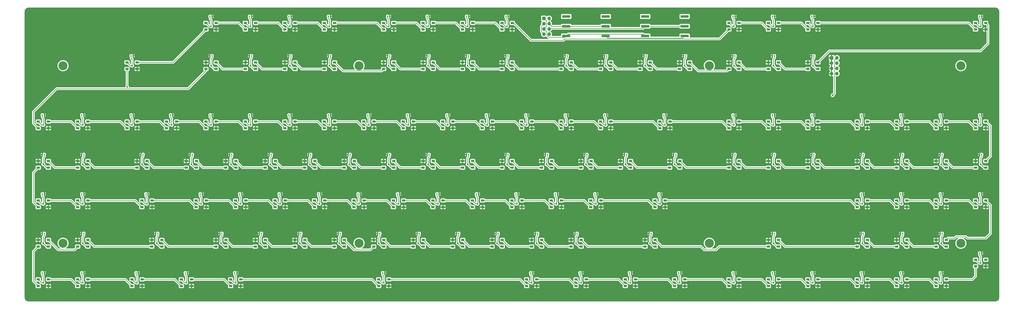
<source format=gbr>
%TF.GenerationSoftware,KiCad,Pcbnew,(6.0.0)*%
%TF.CreationDate,2022-04-30T21:56:38-04:00*%
%TF.ProjectId,SweetBusinessRGBCore,53776565-7442-4757-9369-6e6573735247,rev?*%
%TF.SameCoordinates,Original*%
%TF.FileFunction,Copper,L1,Top*%
%TF.FilePolarity,Positive*%
%FSLAX46Y46*%
G04 Gerber Fmt 4.6, Leading zero omitted, Abs format (unit mm)*
G04 Created by KiCad (PCBNEW (6.0.0)) date 2022-04-30 21:56:38*
%MOMM*%
%LPD*%
G01*
G04 APERTURE LIST*
G04 Aperture macros list*
%AMRoundRect*
0 Rectangle with rounded corners*
0 $1 Rounding radius*
0 $2 $3 $4 $5 $6 $7 $8 $9 X,Y pos of 4 corners*
0 Add a 4 corners polygon primitive as box body*
4,1,4,$2,$3,$4,$5,$6,$7,$8,$9,$2,$3,0*
0 Add four circle primitives for the rounded corners*
1,1,$1+$1,$2,$3*
1,1,$1+$1,$4,$5*
1,1,$1+$1,$6,$7*
1,1,$1+$1,$8,$9*
0 Add four rect primitives between the rounded corners*
20,1,$1+$1,$2,$3,$4,$5,0*
20,1,$1+$1,$4,$5,$6,$7,0*
20,1,$1+$1,$6,$7,$8,$9,0*
20,1,$1+$1,$8,$9,$2,$3,0*%
G04 Aperture macros list end*
%TA.AperFunction,SMDPad,CuDef*%
%ADD10RoundRect,0.147500X0.147500X0.172500X-0.147500X0.172500X-0.147500X-0.172500X0.147500X-0.172500X0*%
%TD*%
%TA.AperFunction,SMDPad,CuDef*%
%ADD11R,1.500000X1.000000*%
%TD*%
%TA.AperFunction,SMDPad,CuDef*%
%ADD12RoundRect,0.147500X-0.147500X-0.172500X0.147500X-0.172500X0.147500X0.172500X-0.147500X0.172500X0*%
%TD*%
%TA.AperFunction,ComponentPad*%
%ADD13C,4.350000*%
%TD*%
%TA.AperFunction,ComponentPad*%
%ADD14R,4.000000X1.300000*%
%TD*%
%TA.AperFunction,ComponentPad*%
%ADD15R,1.700000X1.700000*%
%TD*%
%TA.AperFunction,ComponentPad*%
%ADD16O,1.700000X1.700000*%
%TD*%
%TA.AperFunction,ViaPad*%
%ADD17C,0.800000*%
%TD*%
%TA.AperFunction,Conductor*%
%ADD18C,0.250000*%
%TD*%
G04 APERTURE END LIST*
D10*
%TO.P,LC14,1*%
%TO.N,GND*%
X157647500Y-150812500D03*
%TO.P,LC14,2*%
%TO.N,+3V3*%
X156677500Y-150812500D03*
%TD*%
D11*
%TO.P,LD41,1,VDD*%
%TO.N,+3V3*%
X312012500Y-185750000D03*
%TO.P,LD41,2,DOUT*%
%TO.N,Net-(LD41-Pad2)*%
X312012500Y-182550000D03*
%TO.P,LD41,3,VSS*%
%TO.N,GND*%
X307112500Y-182550000D03*
%TO.P,LD41,4,DIN*%
%TO.N,Net-(LD40-Pad2)*%
X307112500Y-185750000D03*
%TD*%
%TO.P,LD42,1,VDD*%
%TO.N,+3V3*%
X331062500Y-185750000D03*
%TO.P,LD42,2,DOUT*%
%TO.N,Net-(LD42-Pad2)*%
X331062500Y-182550000D03*
%TO.P,LD42,3,VSS*%
%TO.N,GND*%
X326162500Y-182550000D03*
%TO.P,LD42,4,DIN*%
%TO.N,Net-(LD41-Pad2)*%
X326162500Y-185750000D03*
%TD*%
%TO.P,LD126,1,VDD*%
%TO.N,+3V3*%
X492987500Y-261950000D03*
%TO.P,LD126,2,DOUT*%
%TO.N,Net-(LD126-Pad2)*%
X492987500Y-258750000D03*
%TO.P,LD126,3,VSS*%
%TO.N,GND*%
X488087500Y-258750000D03*
%TO.P,LD126,4,DIN*%
%TO.N,Net-(LD125-Pad2)*%
X488087500Y-261950000D03*
%TD*%
%TO.P,LD81,1,VDD*%
%TO.N,+3V3*%
X212000000Y-223850000D03*
%TO.P,LD81,2,DOUT*%
%TO.N,Net-(LD81-Pad2)*%
X212000000Y-220650000D03*
%TO.P,LD81,3,VSS*%
%TO.N,GND*%
X207100000Y-220650000D03*
%TO.P,LD81,4,DIN*%
%TO.N,Net-(LD80-Pad2)*%
X207100000Y-223850000D03*
%TD*%
D12*
%TO.P,LC89,1*%
%TO.N,GND*%
X451952500Y-217487500D03*
%TO.P,LC89,2*%
%TO.N,+3V3*%
X452922500Y-217487500D03*
%TD*%
D11*
%TO.P,LD70,1,VDD*%
%TO.N,+3V3*%
X449987500Y-201600000D03*
%TO.P,LD70,2,DOUT*%
%TO.N,Net-(LD69-Pad4)*%
X449987500Y-204800000D03*
%TO.P,LD70,3,VSS*%
%TO.N,GND*%
X454887500Y-204800000D03*
%TO.P,LD70,4,DIN*%
%TO.N,Net-(LD70-Pad4)*%
X454887500Y-201600000D03*
%TD*%
D12*
%TO.P,LC91,1*%
%TO.N,GND*%
X490052500Y-217487500D03*
%TO.P,LC91,2*%
%TO.N,+3V3*%
X491022500Y-217487500D03*
%TD*%
D11*
%TO.P,LD96,1,VDD*%
%TO.N,+3V3*%
X140425000Y-239700000D03*
%TO.P,LD96,2,DOUT*%
%TO.N,Net-(LD95-Pad4)*%
X140425000Y-242900000D03*
%TO.P,LD96,3,VSS*%
%TO.N,GND*%
X145325000Y-242900000D03*
%TO.P,LD96,4,DIN*%
%TO.N,Net-(LD96-Pad4)*%
X145325000Y-239700000D03*
%TD*%
D12*
%TO.P,LC124,1*%
%TO.N,GND*%
X451952500Y-255587500D03*
%TO.P,LC124,2*%
%TO.N,+3V3*%
X452922500Y-255587500D03*
%TD*%
%TO.P,LC37,1*%
%TO.N,GND*%
X232877500Y-179387500D03*
%TO.P,LC37,2*%
%TO.N,+3V3*%
X233847500Y-179387500D03*
%TD*%
D11*
%TO.P,LD84,1,VDD*%
%TO.N,+3V3*%
X269150000Y-223850000D03*
%TO.P,LD84,2,DOUT*%
%TO.N,Net-(LD84-Pad2)*%
X269150000Y-220650000D03*
%TO.P,LD84,3,VSS*%
%TO.N,GND*%
X264250000Y-220650000D03*
%TO.P,LD84,4,DIN*%
%TO.N,Net-(LD83-Pad2)*%
X264250000Y-223850000D03*
%TD*%
D13*
%TO.P,H8,1,1*%
%TO.N,GND*%
X500062500Y-241300000D03*
%TD*%
D11*
%TO.P,LD97,1,VDD*%
%TO.N,+3V3*%
X159475000Y-239700000D03*
%TO.P,LD97,2,DOUT*%
%TO.N,Net-(LD96-Pad4)*%
X159475000Y-242900000D03*
%TO.P,LD97,3,VSS*%
%TO.N,GND*%
X164375000Y-242900000D03*
%TO.P,LD97,4,DIN*%
%TO.N,Net-(LD97-Pad4)*%
X164375000Y-239700000D03*
%TD*%
%TO.P,LD60,1,VDD*%
%TO.N,+3V3*%
X240437500Y-201600000D03*
%TO.P,LD60,2,DOUT*%
%TO.N,Net-(LD59-Pad4)*%
X240437500Y-204800000D03*
%TO.P,LD60,3,VSS*%
%TO.N,GND*%
X245337500Y-204800000D03*
%TO.P,LD60,4,DIN*%
%TO.N,Net-(LD60-Pad4)*%
X245337500Y-201600000D03*
%TD*%
%TO.P,LDE1,1,VDD*%
%TO.N,+3V3*%
X512025000Y-138125000D03*
%TO.P,LDE1,2,DOUT*%
%TO.N,Net-(LD27-Pad4)*%
X512025000Y-134925000D03*
%TO.P,LDE1,3,VSS*%
%TO.N,GND*%
X507125000Y-134925000D03*
%TO.P,LDE1,4,DIN*%
%TO.N,Net-(LD12-Pad2)*%
X507125000Y-138125000D03*
%TD*%
D12*
%TO.P,LC119,1*%
%TO.N,GND*%
X340033750Y-255587500D03*
%TO.P,LC119,2*%
%TO.N,+3V3*%
X341003750Y-255587500D03*
%TD*%
D11*
%TO.P,LD34,1,VDD*%
%TO.N,+3V3*%
X178662500Y-185750000D03*
%TO.P,LD34,2,DOUT*%
%TO.N,Net-(LD34-Pad2)*%
X178662500Y-182550000D03*
%TO.P,LD34,3,VSS*%
%TO.N,GND*%
X173762500Y-182550000D03*
%TO.P,LD34,4,DIN*%
%TO.N,Net-(LD33-Pad2)*%
X173762500Y-185750000D03*
%TD*%
%TO.P,LD121,1,VDD*%
%TO.N,+3V3*%
X392975000Y-261950000D03*
%TO.P,LD121,2,DOUT*%
%TO.N,Net-(LD121-Pad2)*%
X392975000Y-258750000D03*
%TO.P,LD121,3,VSS*%
%TO.N,GND*%
X388075000Y-258750000D03*
%TO.P,LD121,4,DIN*%
%TO.N,Net-(LD120-Pad2)*%
X388075000Y-261950000D03*
%TD*%
%TO.P,LD103,1,VDD*%
%TO.N,+3V3*%
X273775000Y-239700000D03*
%TO.P,LD103,2,DOUT*%
%TO.N,Net-(LD102-Pad4)*%
X273775000Y-242900000D03*
%TO.P,LD103,3,VSS*%
%TO.N,GND*%
X278675000Y-242900000D03*
%TO.P,LD103,4,DIN*%
%TO.N,Net-(LD103-Pad4)*%
X278675000Y-239700000D03*
%TD*%
%TO.P,LD88,1,VDD*%
%TO.N,+3V3*%
X357256250Y-223850000D03*
%TO.P,LD88,2,DOUT*%
%TO.N,Net-(LD88-Pad2)*%
X357256250Y-220650000D03*
%TO.P,LD88,3,VSS*%
%TO.N,GND*%
X352356250Y-220650000D03*
%TO.P,LD88,4,DIN*%
%TO.N,Net-(LD87-Pad2)*%
X352356250Y-223850000D03*
%TD*%
D14*
%TO.P,T1,1*%
%TO.N,row0*%
X309562500Y-141225000D03*
%TO.P,T1,2*%
%TO.N,col6*%
X309562500Y-136525000D03*
%TO.P,T1,3*%
%TO.N,N/C*%
X309562500Y-131825000D03*
%TD*%
D11*
%TO.P,LD85,1,VDD*%
%TO.N,+3V3*%
X288200000Y-223850000D03*
%TO.P,LD85,2,DOUT*%
%TO.N,Net-(LD85-Pad2)*%
X288200000Y-220650000D03*
%TO.P,LD85,3,VSS*%
%TO.N,GND*%
X283300000Y-220650000D03*
%TO.P,LD85,4,DIN*%
%TO.N,Net-(LD84-Pad2)*%
X283300000Y-223850000D03*
%TD*%
D12*
%TO.P,LC28,1*%
%TO.N,GND*%
X56665000Y-179387500D03*
%TO.P,LC28,2*%
%TO.N,+3V3*%
X57635000Y-179387500D03*
%TD*%
D10*
%TO.P,LC102,1*%
%TO.N,GND*%
X257660000Y-236537500D03*
%TO.P,LC102,2*%
%TO.N,+3V3*%
X256690000Y-236537500D03*
%TD*%
D12*
%TO.P,LC39,1*%
%TO.N,GND*%
X270977500Y-179387500D03*
%TO.P,LC39,2*%
%TO.N,+3V3*%
X271947500Y-179387500D03*
%TD*%
D11*
%TO.P,LD3,1,VDD*%
%TO.N,+3V3*%
X159612500Y-138125000D03*
%TO.P,LD3,2,DOUT*%
%TO.N,Net-(LD3-Pad2)*%
X159612500Y-134925000D03*
%TO.P,LD3,3,VSS*%
%TO.N,GND*%
X154712500Y-134925000D03*
%TO.P,LD3,4,DIN*%
%TO.N,Net-(LD2-Pad2)*%
X154712500Y-138125000D03*
%TD*%
D12*
%TO.P,LC9,1*%
%TO.N,GND*%
X280502500Y-131762500D03*
%TO.P,LC9,2*%
%TO.N,+3V3*%
X281472500Y-131762500D03*
%TD*%
D10*
%TO.P,LC60,1*%
%TO.N,GND*%
X243372500Y-198437500D03*
%TO.P,LC60,2*%
%TO.N,+3V3*%
X242402500Y-198437500D03*
%TD*%
D11*
%TO.P,LD32,1,VDD*%
%TO.N,+3V3*%
X140562500Y-185750000D03*
%TO.P,LD32,2,DOUT*%
%TO.N,Net-(LD32-Pad2)*%
X140562500Y-182550000D03*
%TO.P,LD32,3,VSS*%
%TO.N,GND*%
X135662500Y-182550000D03*
%TO.P,LD32,4,DIN*%
%TO.N,Net-(LD31-Pad2)*%
X135662500Y-185750000D03*
%TD*%
%TO.P,LD23,1,VDD*%
%TO.N,+3V3*%
X345212500Y-153975000D03*
%TO.P,LD23,2,DOUT*%
%TO.N,Net-(LD22-Pad4)*%
X345212500Y-157175000D03*
%TO.P,LD23,3,VSS*%
%TO.N,GND*%
X350112500Y-157175000D03*
%TO.P,LD23,4,DIN*%
%TO.N,Net-(LD23-Pad4)*%
X350112500Y-153975000D03*
%TD*%
D10*
%TO.P,LC98,1*%
%TO.N,GND*%
X181460000Y-236537500D03*
%TO.P,LC98,2*%
%TO.N,+3V3*%
X180490000Y-236537500D03*
%TD*%
D12*
%TO.P,LC36,1*%
%TO.N,GND*%
X213827500Y-179387500D03*
%TO.P,LC36,2*%
%TO.N,+3V3*%
X214797500Y-179387500D03*
%TD*%
%TO.P,LC114,1*%
%TO.N,GND*%
X125721250Y-255587500D03*
%TO.P,LC114,2*%
%TO.N,+3V3*%
X126691250Y-255587500D03*
%TD*%
%TO.P,LC2,1*%
%TO.N,GND*%
X137627500Y-131762500D03*
%TO.P,LC2,2*%
%TO.N,+3V3*%
X138597500Y-131762500D03*
%TD*%
D11*
%TO.P,LD47,1,VDD*%
%TO.N,+3V3*%
X454887500Y-185750000D03*
%TO.P,LD47,2,DOUT*%
%TO.N,Net-(LD47-Pad2)*%
X454887500Y-182550000D03*
%TO.P,LD47,3,VSS*%
%TO.N,GND*%
X449987500Y-182550000D03*
%TO.P,LD47,4,DIN*%
%TO.N,Net-(LD46-Pad2)*%
X449987500Y-185750000D03*
%TD*%
%TO.P,LD95,1,VDD*%
%TO.N,+3V3*%
X109468750Y-239700000D03*
%TO.P,LD95,2,DOUT*%
%TO.N,Net-(LD94-Pad4)*%
X109468750Y-242900000D03*
%TO.P,LD95,3,VSS*%
%TO.N,GND*%
X114368750Y-242900000D03*
%TO.P,LD95,4,DIN*%
%TO.N,Net-(LD95-Pad4)*%
X114368750Y-239700000D03*
%TD*%
%TO.P,LD86,1,VDD*%
%TO.N,+3V3*%
X307250000Y-223850000D03*
%TO.P,LD86,2,DOUT*%
%TO.N,Net-(LD86-Pad2)*%
X307250000Y-220650000D03*
%TO.P,LD86,3,VSS*%
%TO.N,GND*%
X302350000Y-220650000D03*
%TO.P,LD86,4,DIN*%
%TO.N,Net-(LD85-Pad2)*%
X302350000Y-223850000D03*
%TD*%
D12*
%TO.P,LC118,1*%
%TO.N,GND*%
X316221250Y-255587500D03*
%TO.P,LC118,2*%
%TO.N,+3V3*%
X317191250Y-255587500D03*
%TD*%
%TO.P,LC5,1*%
%TO.N,GND*%
X194777500Y-131762500D03*
%TO.P,LC5,2*%
%TO.N,+3V3*%
X195747500Y-131762500D03*
%TD*%
D11*
%TO.P,LD75,1,VDD*%
%TO.N,+3V3*%
X78650000Y-223850000D03*
%TO.P,LD75,2,DOUT*%
%TO.N,Net-(LD75-Pad2)*%
X78650000Y-220650000D03*
%TO.P,LD75,3,VSS*%
%TO.N,GND*%
X73750000Y-220650000D03*
%TO.P,LD75,4,DIN*%
%TO.N,Net-(LD74-Pad2)*%
X73750000Y-223850000D03*
%TD*%
%TO.P,LD65,1,VDD*%
%TO.N,+3V3*%
X335687500Y-201600000D03*
%TO.P,LD65,2,DOUT*%
%TO.N,Net-(LD64-Pad4)*%
X335687500Y-204800000D03*
%TO.P,LD65,3,VSS*%
%TO.N,GND*%
X340587500Y-204800000D03*
%TO.P,LD65,4,DIN*%
%TO.N,Net-(LD65-Pad4)*%
X340587500Y-201600000D03*
%TD*%
D12*
%TO.P,LC82,1*%
%TO.N,GND*%
X228115000Y-217487500D03*
%TO.P,LC82,2*%
%TO.N,+3V3*%
X229085000Y-217487500D03*
%TD*%
%TO.P,LC6,1*%
%TO.N,GND*%
X223352500Y-131762500D03*
%TO.P,LC6,2*%
%TO.N,+3V3*%
X224322500Y-131762500D03*
%TD*%
D11*
%TO.P,LD6,1,VDD*%
%TO.N,+3V3*%
X226287500Y-138125000D03*
%TO.P,LD6,2,DOUT*%
%TO.N,Net-(LD6-Pad2)*%
X226287500Y-134925000D03*
%TO.P,LD6,3,VSS*%
%TO.N,GND*%
X221387500Y-134925000D03*
%TO.P,LD6,4,DIN*%
%TO.N,Net-(LD5-Pad2)*%
X221387500Y-138125000D03*
%TD*%
D10*
%TO.P,LC107,1*%
%TO.N,GND*%
X410060000Y-236537500D03*
%TO.P,LC107,2*%
%TO.N,+3V3*%
X409090000Y-236537500D03*
%TD*%
D12*
%TO.P,LC81,1*%
%TO.N,GND*%
X209065000Y-217487500D03*
%TO.P,LC81,2*%
%TO.N,+3V3*%
X210035000Y-217487500D03*
%TD*%
D10*
%TO.P,LC52,1*%
%TO.N,GND*%
X76685000Y-198437500D03*
%TO.P,LC52,2*%
%TO.N,+3V3*%
X75715000Y-198437500D03*
%TD*%
D11*
%TO.P,LD55,1,VDD*%
%TO.N,+3V3*%
X145187500Y-201600000D03*
%TO.P,LD55,2,DOUT*%
%TO.N,Net-(LD54-Pad4)*%
X145187500Y-204800000D03*
%TO.P,LD55,3,VSS*%
%TO.N,GND*%
X150087500Y-204800000D03*
%TO.P,LD55,4,DIN*%
%TO.N,Net-(LD55-Pad4)*%
X150087500Y-201600000D03*
%TD*%
%TO.P,LD50,1,VDD*%
%TO.N,+3V3*%
X512037500Y-185750000D03*
%TO.P,LD50,2,DOUT*%
%TO.N,Net-(LD50-Pad2)*%
X512037500Y-182550000D03*
%TO.P,LD50,3,VSS*%
%TO.N,GND*%
X507137500Y-182550000D03*
%TO.P,LD50,4,DIN*%
%TO.N,Net-(LD49-Pad2)*%
X507137500Y-185750000D03*
%TD*%
%TO.P,LD17,1,VDD*%
%TO.N,+3V3*%
X221387500Y-153975000D03*
%TO.P,LD17,2,DOUT*%
%TO.N,Net-(LD16-Pad4)*%
X221387500Y-157175000D03*
%TO.P,LD17,3,VSS*%
%TO.N,GND*%
X226287500Y-157175000D03*
%TO.P,LD17,4,DIN*%
%TO.N,Net-(LD17-Pad4)*%
X226287500Y-153975000D03*
%TD*%
%TO.P,LD28,1,VDD*%
%TO.N,+3V3*%
X59600000Y-185750000D03*
%TO.P,LD28,2,DOUT*%
%TO.N,Net-(LD28-Pad2)*%
X59600000Y-182550000D03*
%TO.P,LD28,3,VSS*%
%TO.N,GND*%
X54700000Y-182550000D03*
%TO.P,LD28,4,DIN*%
%TO.N,Net-(LD13-Pad2)*%
X54700000Y-185750000D03*
%TD*%
D10*
%TO.P,LC73,1*%
%TO.N,GND*%
X510072500Y-198437500D03*
%TO.P,LC73,2*%
%TO.N,+3V3*%
X509102500Y-198437500D03*
%TD*%
D13*
%TO.P,H2,1,1*%
%TO.N,GND*%
X209550000Y-155575000D03*
%TD*%
D11*
%TO.P,LD68,1,VDD*%
%TO.N,+3V3*%
X407125000Y-201600000D03*
%TO.P,LD68,2,DOUT*%
%TO.N,Net-(LD67-Pad4)*%
X407125000Y-204800000D03*
%TO.P,LD68,3,VSS*%
%TO.N,GND*%
X412025000Y-204800000D03*
%TO.P,LD68,4,DIN*%
%TO.N,Net-(LD68-Pad4)*%
X412025000Y-201600000D03*
%TD*%
D10*
%TO.P,LC51,1*%
%TO.N,GND*%
X57635000Y-198437500D03*
%TO.P,LC51,2*%
%TO.N,+3V3*%
X56665000Y-198437500D03*
%TD*%
D12*
%TO.P,LC38,1*%
%TO.N,GND*%
X251927500Y-179387500D03*
%TO.P,LC38,2*%
%TO.N,+3V3*%
X252897500Y-179387500D03*
%TD*%
D11*
%TO.P,LD116,1,VDD*%
%TO.N,+3V3*%
X223906250Y-261950000D03*
%TO.P,LD116,2,DOUT*%
%TO.N,Net-(LD116-Pad2)*%
X223906250Y-258750000D03*
%TO.P,LD116,3,VSS*%
%TO.N,GND*%
X219006250Y-258750000D03*
%TO.P,LD116,4,DIN*%
%TO.N,Net-(LD115-Pad2)*%
X219006250Y-261950000D03*
%TD*%
%TO.P,LD61,1,VDD*%
%TO.N,+3V3*%
X259487500Y-201600000D03*
%TO.P,LD61,2,DOUT*%
%TO.N,Net-(LD60-Pad4)*%
X259487500Y-204800000D03*
%TO.P,LD61,3,VSS*%
%TO.N,GND*%
X264387500Y-204800000D03*
%TO.P,LD61,4,DIN*%
%TO.N,Net-(LD61-Pad4)*%
X264387500Y-201600000D03*
%TD*%
%TO.P,LD2,1,VDD*%
%TO.N,+3V3*%
X140562500Y-138125000D03*
%TO.P,LD2,2,DOUT*%
%TO.N,Net-(LD2-Pad2)*%
X140562500Y-134925000D03*
%TO.P,LD2,3,VSS*%
%TO.N,GND*%
X135662500Y-134925000D03*
%TO.P,LD2,4,DIN*%
%TO.N,Net-(LD1-Pad2)*%
X135662500Y-138125000D03*
%TD*%
%TO.P,LD11,1,VDD*%
%TO.N,+3V3*%
X412025000Y-138125000D03*
%TO.P,LD11,2,DOUT*%
%TO.N,Net-(LD11-Pad2)*%
X412025000Y-134925000D03*
%TO.P,LD11,3,VSS*%
%TO.N,GND*%
X407125000Y-134925000D03*
%TO.P,LD11,4,DIN*%
%TO.N,Net-(LD10-Pad2)*%
X407125000Y-138125000D03*
%TD*%
%TO.P,LD46,1,VDD*%
%TO.N,+3V3*%
X431075000Y-185750000D03*
%TO.P,LD46,2,DOUT*%
%TO.N,Net-(LD46-Pad2)*%
X431075000Y-182550000D03*
%TO.P,LD46,3,VSS*%
%TO.N,GND*%
X426175000Y-182550000D03*
%TO.P,LD46,4,DIN*%
%TO.N,Net-(LD45-Pad2)*%
X426175000Y-185750000D03*
%TD*%
D10*
%TO.P,LC18,1*%
%TO.N,GND*%
X243372500Y-150812500D03*
%TO.P,LC18,2*%
%TO.N,+3V3*%
X242402500Y-150812500D03*
%TD*%
D11*
%TO.P,LD38,1,VDD*%
%TO.N,+3V3*%
X254862500Y-185750000D03*
%TO.P,LD38,2,DOUT*%
%TO.N,Net-(LD38-Pad2)*%
X254862500Y-182550000D03*
%TO.P,LD38,3,VSS*%
%TO.N,GND*%
X249962500Y-182550000D03*
%TO.P,LD38,4,DIN*%
%TO.N,Net-(LD37-Pad2)*%
X249962500Y-185750000D03*
%TD*%
%TO.P,LD4,1,VDD*%
%TO.N,+3V3*%
X178662500Y-138125000D03*
%TO.P,LD4,2,DOUT*%
%TO.N,Net-(LD4-Pad2)*%
X178662500Y-134925000D03*
%TO.P,LD4,3,VSS*%
%TO.N,GND*%
X173762500Y-134925000D03*
%TO.P,LD4,4,DIN*%
%TO.N,Net-(LD3-Pad2)*%
X173762500Y-138125000D03*
%TD*%
D10*
%TO.P,LC56,1*%
%TO.N,GND*%
X167172500Y-198437500D03*
%TO.P,LC56,2*%
%TO.N,+3V3*%
X166202500Y-198437500D03*
%TD*%
D11*
%TO.P,LD118,1,VDD*%
%TO.N,+3V3*%
X319156250Y-261950000D03*
%TO.P,LD118,2,DOUT*%
%TO.N,Net-(LD118-Pad2)*%
X319156250Y-258750000D03*
%TO.P,LD118,3,VSS*%
%TO.N,GND*%
X314256250Y-258750000D03*
%TO.P,LD118,4,DIN*%
%TO.N,Net-(LD117-Pad2)*%
X314256250Y-261950000D03*
%TD*%
%TO.P,LD78,1,VDD*%
%TO.N,+3V3*%
X154850000Y-223850000D03*
%TO.P,LD78,2,DOUT*%
%TO.N,Net-(LD78-Pad2)*%
X154850000Y-220650000D03*
%TO.P,LD78,3,VSS*%
%TO.N,GND*%
X149950000Y-220650000D03*
%TO.P,LD78,4,DIN*%
%TO.N,Net-(LD77-Pad2)*%
X149950000Y-223850000D03*
%TD*%
%TO.P,LD1,1,VDD*%
%TO.N,+3V3*%
X102462500Y-157175000D03*
%TO.P,LD1,2,DOUT*%
%TO.N,Net-(LD1-Pad2)*%
X102462500Y-153975000D03*
%TO.P,LD1,3,VSS*%
%TO.N,GND*%
X97562500Y-153975000D03*
%TO.P,LD1,4,DIN*%
%TO.N,LED*%
X97562500Y-157175000D03*
%TD*%
D10*
%TO.P,LC59,1*%
%TO.N,GND*%
X224322500Y-198437500D03*
%TO.P,LC59,2*%
%TO.N,+3V3*%
X223352500Y-198437500D03*
%TD*%
D12*
%TO.P,LC92,1*%
%TO.N,GND*%
X509102500Y-217487500D03*
%TO.P,LC92,2*%
%TO.N,+3V3*%
X510072500Y-217487500D03*
%TD*%
%TO.P,LC8,1*%
%TO.N,GND*%
X261452500Y-131762500D03*
%TO.P,LC8,2*%
%TO.N,+3V3*%
X262422500Y-131762500D03*
%TD*%
D10*
%TO.P,LC64,1*%
%TO.N,GND*%
X319572500Y-198437500D03*
%TO.P,LC64,2*%
%TO.N,+3V3*%
X318602500Y-198437500D03*
%TD*%
D11*
%TO.P,LD93,1,VDD*%
%TO.N,+3V3*%
X54700000Y-239700000D03*
%TO.P,LD93,2,DOUT*%
%TO.N,Net-(LD111-Pad4)*%
X54700000Y-242900000D03*
%TO.P,LD93,3,VSS*%
%TO.N,GND*%
X59600000Y-242900000D03*
%TO.P,LD93,4,DIN*%
%TO.N,Net-(LD93-Pad4)*%
X59600000Y-239700000D03*
%TD*%
D14*
%TO.P,T2,1*%
%TO.N,row1*%
X328612500Y-141225000D03*
%TO.P,T2,2*%
%TO.N,col6*%
X328612500Y-136525000D03*
%TO.P,T2,3*%
%TO.N,N/C*%
X328612500Y-131825000D03*
%TD*%
D11*
%TO.P,LD25,1,VDD*%
%TO.N,+3V3*%
X388075000Y-153975000D03*
%TO.P,LD25,2,DOUT*%
%TO.N,Net-(LD24-Pad4)*%
X388075000Y-157175000D03*
%TO.P,LD25,3,VSS*%
%TO.N,GND*%
X392975000Y-157175000D03*
%TO.P,LD25,4,DIN*%
%TO.N,Net-(LD25-Pad4)*%
X392975000Y-153975000D03*
%TD*%
%TO.P,LD117,1,VDD*%
%TO.N,+3V3*%
X295343750Y-261950000D03*
%TO.P,LD117,2,DOUT*%
%TO.N,Net-(LD117-Pad2)*%
X295343750Y-258750000D03*
%TO.P,LD117,3,VSS*%
%TO.N,GND*%
X290443750Y-258750000D03*
%TO.P,LD117,4,DIN*%
%TO.N,Net-(LD116-Pad2)*%
X290443750Y-261950000D03*
%TD*%
D12*
%TO.P,LC122,1*%
%TO.N,GND*%
X409090000Y-255587500D03*
%TO.P,LC122,2*%
%TO.N,+3V3*%
X410060000Y-255587500D03*
%TD*%
D10*
%TO.P,LC15,1*%
%TO.N,GND*%
X176697500Y-150812500D03*
%TO.P,LC15,2*%
%TO.N,+3V3*%
X175727500Y-150812500D03*
%TD*%
D12*
%TO.P,LC50,1*%
%TO.N,GND*%
X509102500Y-179387500D03*
%TO.P,LC50,2*%
%TO.N,+3V3*%
X510072500Y-179387500D03*
%TD*%
D10*
%TO.P,LC20,1*%
%TO.N,GND*%
X281472500Y-150812500D03*
%TO.P,LC20,2*%
%TO.N,+3V3*%
X280502500Y-150812500D03*
%TD*%
D11*
%TO.P,LD87,1,VDD*%
%TO.N,+3V3*%
X326300000Y-223850000D03*
%TO.P,LD87,2,DOUT*%
%TO.N,Net-(LD87-Pad2)*%
X326300000Y-220650000D03*
%TO.P,LD87,3,VSS*%
%TO.N,GND*%
X321400000Y-220650000D03*
%TO.P,LD87,4,DIN*%
%TO.N,Net-(LD86-Pad2)*%
X321400000Y-223850000D03*
%TD*%
%TO.P,LD98,1,VDD*%
%TO.N,+3V3*%
X178525000Y-239700000D03*
%TO.P,LD98,2,DOUT*%
%TO.N,Net-(LD97-Pad4)*%
X178525000Y-242900000D03*
%TO.P,LD98,3,VSS*%
%TO.N,GND*%
X183425000Y-242900000D03*
%TO.P,LD98,4,DIN*%
%TO.N,Net-(LD98-Pad4)*%
X183425000Y-239700000D03*
%TD*%
%TO.P,LD100,1,VDD*%
%TO.N,+3V3*%
X216625000Y-239700000D03*
%TO.P,LD100,2,DOUT*%
%TO.N,Net-(LD100-Pad2)*%
X216625000Y-242900000D03*
%TO.P,LD100,3,VSS*%
%TO.N,GND*%
X221525000Y-242900000D03*
%TO.P,LD100,4,DIN*%
%TO.N,Net-(LD100-Pad4)*%
X221525000Y-239700000D03*
%TD*%
%TO.P,LD52,1,VDD*%
%TO.N,+3V3*%
X73750000Y-201600000D03*
%TO.P,LD52,2,DOUT*%
%TO.N,Net-(LD51-Pad4)*%
X73750000Y-204800000D03*
%TO.P,LD52,3,VSS*%
%TO.N,GND*%
X78650000Y-204800000D03*
%TO.P,LD52,4,DIN*%
%TO.N,Net-(LD52-Pad4)*%
X78650000Y-201600000D03*
%TD*%
%TO.P,LD18,1,VDD*%
%TO.N,+3V3*%
X240437500Y-153975000D03*
%TO.P,LD18,2,DOUT*%
%TO.N,Net-(LD17-Pad4)*%
X240437500Y-157175000D03*
%TO.P,LD18,3,VSS*%
%TO.N,GND*%
X245337500Y-157175000D03*
%TO.P,LD18,4,DIN*%
%TO.N,Net-(LD18-Pad4)*%
X245337500Y-153975000D03*
%TD*%
%TO.P,LD12,1,VDD*%
%TO.N,+3V3*%
X431075000Y-138125000D03*
%TO.P,LD12,2,DOUT*%
%TO.N,Net-(LD12-Pad2)*%
X431075000Y-134925000D03*
%TO.P,LD12,3,VSS*%
%TO.N,GND*%
X426175000Y-134925000D03*
%TO.P,LD12,4,DIN*%
%TO.N,Net-(LD11-Pad2)*%
X426175000Y-138125000D03*
%TD*%
D10*
%TO.P,LC94,1*%
%TO.N,GND*%
X76685000Y-236537500D03*
%TO.P,LC94,2*%
%TO.N,+3V3*%
X75715000Y-236537500D03*
%TD*%
D12*
%TO.P,LC46,1*%
%TO.N,GND*%
X428140000Y-179387500D03*
%TO.P,LC46,2*%
%TO.N,+3V3*%
X429110000Y-179387500D03*
%TD*%
%TO.P,LC31,1*%
%TO.N,GND*%
X118577500Y-179387500D03*
%TO.P,LC31,2*%
%TO.N,+3V3*%
X119547500Y-179387500D03*
%TD*%
D11*
%TO.P,LD110,1,VDD*%
%TO.N,+3V3*%
X488087500Y-239700000D03*
%TO.P,LD110,2,DOUT*%
%TO.N,Net-(LD109-Pad4)*%
X488087500Y-242900000D03*
%TO.P,LD110,3,VSS*%
%TO.N,GND*%
X492987500Y-242900000D03*
%TO.P,LD110,4,DIN*%
%TO.N,Net-(LD110-Pad4)*%
X492987500Y-239700000D03*
%TD*%
D10*
%TO.P,LC13,1*%
%TO.N,GND*%
X138597500Y-150812500D03*
%TO.P,LC13,2*%
%TO.N,+3V3*%
X137627500Y-150812500D03*
%TD*%
%TO.P,LC108,1*%
%TO.N,GND*%
X452922500Y-236537500D03*
%TO.P,LC108,2*%
%TO.N,+3V3*%
X451952500Y-236537500D03*
%TD*%
D12*
%TO.P,LC12,1*%
%TO.N,GND*%
X428140000Y-131762500D03*
%TO.P,LC12,2*%
%TO.N,+3V3*%
X429110000Y-131762500D03*
%TD*%
D10*
%TO.P,LC105,1*%
%TO.N,GND*%
X314810000Y-236537500D03*
%TO.P,LC105,2*%
%TO.N,+3V3*%
X313840000Y-236537500D03*
%TD*%
D11*
%TO.P,LD44,1,VDD*%
%TO.N,+3V3*%
X392975000Y-185750000D03*
%TO.P,LD44,2,DOUT*%
%TO.N,Net-(LD44-Pad2)*%
X392975000Y-182550000D03*
%TO.P,LD44,3,VSS*%
%TO.N,GND*%
X388075000Y-182550000D03*
%TO.P,LD44,4,DIN*%
%TO.N,Net-(LD43-Pad2)*%
X388075000Y-185750000D03*
%TD*%
D10*
%TO.P,LC58,1*%
%TO.N,GND*%
X205272500Y-198437500D03*
%TO.P,LC58,2*%
%TO.N,+3V3*%
X204302500Y-198437500D03*
%TD*%
%TO.P,LC17,1*%
%TO.N,GND*%
X224322500Y-150812500D03*
%TO.P,LC17,2*%
%TO.N,+3V3*%
X223352500Y-150812500D03*
%TD*%
D11*
%TO.P,LD122,1,VDD*%
%TO.N,+3V3*%
X412025000Y-261950000D03*
%TO.P,LD122,2,DOUT*%
%TO.N,Net-(LD122-Pad2)*%
X412025000Y-258750000D03*
%TO.P,LD122,3,VSS*%
%TO.N,GND*%
X407125000Y-258750000D03*
%TO.P,LD122,4,DIN*%
%TO.N,Net-(LD121-Pad2)*%
X407125000Y-261950000D03*
%TD*%
%TO.P,LD8,1,VDD*%
%TO.N,+3V3*%
X264387500Y-138125000D03*
%TO.P,LD8,2,DOUT*%
%TO.N,Net-(LD8-Pad2)*%
X264387500Y-134925000D03*
%TO.P,LD8,3,VSS*%
%TO.N,GND*%
X259487500Y-134925000D03*
%TO.P,LD8,4,DIN*%
%TO.N,Net-(LD7-Pad2)*%
X259487500Y-138125000D03*
%TD*%
%TO.P,LD71,1,VDD*%
%TO.N,+3V3*%
X469037500Y-201600000D03*
%TO.P,LD71,2,DOUT*%
%TO.N,Net-(LD70-Pad4)*%
X469037500Y-204800000D03*
%TO.P,LD71,3,VSS*%
%TO.N,GND*%
X473937500Y-204800000D03*
%TO.P,LD71,4,DIN*%
%TO.N,Net-(LD71-Pad4)*%
X473937500Y-201600000D03*
%TD*%
D10*
%TO.P,LC99,1*%
%TO.N,GND*%
X200510000Y-236537500D03*
%TO.P,LC99,2*%
%TO.N,+3V3*%
X199540000Y-236537500D03*
%TD*%
D12*
%TO.P,LCE1,1*%
%TO.N,GND*%
X509077500Y-131762500D03*
%TO.P,LCE1,2*%
%TO.N,+3V3*%
X510047500Y-131762500D03*
%TD*%
D10*
%TO.P,LC103,1*%
%TO.N,GND*%
X276710000Y-236537500D03*
%TO.P,LC103,2*%
%TO.N,+3V3*%
X275740000Y-236537500D03*
%TD*%
D11*
%TO.P,LD112,1,VDD*%
%TO.N,+3V3*%
X78650000Y-261950000D03*
%TO.P,LD112,2,DOUT*%
%TO.N,Net-(LD112-Pad2)*%
X78650000Y-258750000D03*
%TO.P,LD112,3,VSS*%
%TO.N,GND*%
X73750000Y-258750000D03*
%TO.P,LD112,4,DIN*%
%TO.N,Net-(LD111-Pad2)*%
X73750000Y-261950000D03*
%TD*%
D10*
%TO.P,LC22,1*%
%TO.N,GND*%
X329097500Y-150812500D03*
%TO.P,LC22,2*%
%TO.N,+3V3*%
X328127500Y-150812500D03*
%TD*%
D11*
%TO.P,LD31,1,VDD*%
%TO.N,+3V3*%
X121512500Y-185750000D03*
%TO.P,LD31,2,DOUT*%
%TO.N,Net-(LD31-Pad2)*%
X121512500Y-182550000D03*
%TO.P,LD31,3,VSS*%
%TO.N,GND*%
X116612500Y-182550000D03*
%TO.P,LD31,4,DIN*%
%TO.N,Net-(LD30-Pad2)*%
X116612500Y-185750000D03*
%TD*%
D10*
%TO.P,LC69,1*%
%TO.N,GND*%
X429110000Y-198437500D03*
%TO.P,LC69,2*%
%TO.N,+3V3*%
X428140000Y-198437500D03*
%TD*%
%TO.P,LC101,1*%
%TO.N,GND*%
X238610000Y-236537500D03*
%TO.P,LC101,2*%
%TO.N,+3V3*%
X237640000Y-236537500D03*
%TD*%
D11*
%TO.P,LD21,1,VDD*%
%TO.N,+3V3*%
X307112500Y-153975000D03*
%TO.P,LD21,2,DOUT*%
%TO.N,Net-(LD20-Pad4)*%
X307112500Y-157175000D03*
%TO.P,LD21,3,VSS*%
%TO.N,GND*%
X312012500Y-157175000D03*
%TO.P,LD21,4,DIN*%
%TO.N,Net-(LD21-Pad4)*%
X312012500Y-153975000D03*
%TD*%
D12*
%TO.P,LC3,1*%
%TO.N,GND*%
X156677500Y-131762500D03*
%TO.P,LC3,2*%
%TO.N,+3V3*%
X157647500Y-131762500D03*
%TD*%
D10*
%TO.P,LC55,1*%
%TO.N,GND*%
X148122500Y-198437500D03*
%TO.P,LC55,2*%
%TO.N,+3V3*%
X147152500Y-198437500D03*
%TD*%
D12*
%TO.P,LC125,1*%
%TO.N,GND*%
X471002500Y-255587500D03*
%TO.P,LC125,2*%
%TO.N,+3V3*%
X471972500Y-255587500D03*
%TD*%
D13*
%TO.P,H7,1,1*%
%TO.N,GND*%
X378618750Y-241300000D03*
%TD*%
D10*
%TO.P,LC24,1*%
%TO.N,GND*%
X367197500Y-150812500D03*
%TO.P,LC24,2*%
%TO.N,+3V3*%
X366227500Y-150812500D03*
%TD*%
D11*
%TO.P,LD51,1,VDD*%
%TO.N,+3V3*%
X54700000Y-201600000D03*
%TO.P,LD51,2,DOUT*%
%TO.N,Net-(LD51-Pad2)*%
X54700000Y-204800000D03*
%TO.P,LD51,3,VSS*%
%TO.N,GND*%
X59600000Y-204800000D03*
%TO.P,LD51,4,DIN*%
%TO.N,Net-(LD51-Pad4)*%
X59600000Y-201600000D03*
%TD*%
D12*
%TO.P,LC123,1*%
%TO.N,GND*%
X428140000Y-255587500D03*
%TO.P,LC123,2*%
%TO.N,+3V3*%
X429110000Y-255587500D03*
%TD*%
%TO.P,LC32,1*%
%TO.N,GND*%
X137627500Y-179387500D03*
%TO.P,LC32,2*%
%TO.N,+3V3*%
X138597500Y-179387500D03*
%TD*%
%TO.P,LC79,1*%
%TO.N,GND*%
X170965000Y-217487500D03*
%TO.P,LC79,2*%
%TO.N,+3V3*%
X171935000Y-217487500D03*
%TD*%
D11*
%TO.P,LD69,1,VDD*%
%TO.N,+3V3*%
X426175000Y-201600000D03*
%TO.P,LD69,2,DOUT*%
%TO.N,Net-(LD68-Pad4)*%
X426175000Y-204800000D03*
%TO.P,LD69,3,VSS*%
%TO.N,GND*%
X431075000Y-204800000D03*
%TO.P,LD69,4,DIN*%
%TO.N,Net-(LD69-Pad4)*%
X431075000Y-201600000D03*
%TD*%
D15*
%TO.P,J2,1,Pin_1*%
%TO.N,row0*%
X298762500Y-132725000D03*
D16*
%TO.P,J2,2,Pin_2*%
%TO.N,col6*%
X301302500Y-132725000D03*
%TO.P,J2,3,Pin_3*%
%TO.N,Net-(J2-Pad3)*%
X298762500Y-135265000D03*
%TO.P,J2,4,Pin_4*%
%TO.N,col6*%
X301302500Y-135265000D03*
%TO.P,J2,5,Pin_5*%
%TO.N,row0*%
X298762500Y-137805000D03*
%TO.P,J2,6,Pin_6*%
%TO.N,col7*%
X301302500Y-137805000D03*
%TO.P,J2,7,Pin_7*%
%TO.N,Net-(J2-Pad3)*%
X298762500Y-140345000D03*
%TO.P,J2,8,Pin_8*%
%TO.N,col7*%
X301302500Y-140345000D03*
%TD*%
D11*
%TO.P,LD120,1,VDD*%
%TO.N,+3V3*%
X366781250Y-261950000D03*
%TO.P,LD120,2,DOUT*%
%TO.N,Net-(LD120-Pad2)*%
X366781250Y-258750000D03*
%TO.P,LD120,3,VSS*%
%TO.N,GND*%
X361881250Y-258750000D03*
%TO.P,LD120,4,DIN*%
%TO.N,Net-(LD119-Pad2)*%
X361881250Y-261950000D03*
%TD*%
D10*
%TO.P,LC19,1*%
%TO.N,GND*%
X262422500Y-150812500D03*
%TO.P,LC19,2*%
%TO.N,+3V3*%
X261452500Y-150812500D03*
%TD*%
D13*
%TO.P,H5,1,1*%
%TO.N,GND*%
X66675000Y-241300000D03*
%TD*%
D11*
%TO.P,LD89,1,VDD*%
%TO.N,+3V3*%
X454887500Y-223850000D03*
%TO.P,LD89,2,DOUT*%
%TO.N,Net-(LD89-Pad2)*%
X454887500Y-220650000D03*
%TO.P,LD89,3,VSS*%
%TO.N,GND*%
X449987500Y-220650000D03*
%TO.P,LD89,4,DIN*%
%TO.N,Net-(LD88-Pad2)*%
X449987500Y-223850000D03*
%TD*%
%TO.P,LD19,1,VDD*%
%TO.N,+3V3*%
X259487500Y-153975000D03*
%TO.P,LD19,2,DOUT*%
%TO.N,Net-(LD18-Pad4)*%
X259487500Y-157175000D03*
%TO.P,LD19,3,VSS*%
%TO.N,GND*%
X264387500Y-157175000D03*
%TO.P,LD19,4,DIN*%
%TO.N,Net-(LD19-Pad4)*%
X264387500Y-153975000D03*
%TD*%
D10*
%TO.P,LC104,1*%
%TO.N,GND*%
X295760000Y-236537500D03*
%TO.P,LC104,2*%
%TO.N,+3V3*%
X294790000Y-236537500D03*
%TD*%
D12*
%TO.P,LC111,1*%
%TO.N,GND*%
X56665000Y-255587500D03*
%TO.P,LC111,2*%
%TO.N,+3V3*%
X57635000Y-255587500D03*
%TD*%
D11*
%TO.P,LD35,1,VDD*%
%TO.N,+3V3*%
X197712500Y-185750000D03*
%TO.P,LD35,2,DOUT*%
%TO.N,Net-(LD35-Pad2)*%
X197712500Y-182550000D03*
%TO.P,LD35,3,VSS*%
%TO.N,GND*%
X192812500Y-182550000D03*
%TO.P,LD35,4,DIN*%
%TO.N,Net-(LD34-Pad2)*%
X192812500Y-185750000D03*
%TD*%
D14*
%TO.P,T4,1*%
%TO.N,row1*%
X366712500Y-141225000D03*
%TO.P,T4,2*%
%TO.N,col7*%
X366712500Y-136525000D03*
%TO.P,T4,3*%
%TO.N,N/C*%
X366712500Y-131825000D03*
%TD*%
D12*
%TO.P,LC127,1*%
%TO.N,GND*%
X509102500Y-246062500D03*
%TO.P,LC127,2*%
%TO.N,+3V3*%
X510072500Y-246062500D03*
%TD*%
D11*
%TO.P,LD10,1,VDD*%
%TO.N,+3V3*%
X392975000Y-138125000D03*
%TO.P,LD10,2,DOUT*%
%TO.N,Net-(LD10-Pad2)*%
X392975000Y-134925000D03*
%TO.P,LD10,3,VSS*%
%TO.N,GND*%
X388075000Y-134925000D03*
%TO.P,LD10,4,DIN*%
%TO.N,Net-(LD10-Pad4)*%
X388075000Y-138125000D03*
%TD*%
D10*
%TO.P,LC61,1*%
%TO.N,GND*%
X262422500Y-198437500D03*
%TO.P,LC61,2*%
%TO.N,+3V3*%
X261452500Y-198437500D03*
%TD*%
D12*
%TO.P,LC113,1*%
%TO.N,GND*%
X101908750Y-255587500D03*
%TO.P,LC113,2*%
%TO.N,+3V3*%
X102878750Y-255587500D03*
%TD*%
%TO.P,LC86,1*%
%TO.N,GND*%
X304315000Y-217487500D03*
%TO.P,LC86,2*%
%TO.N,+3V3*%
X305285000Y-217487500D03*
%TD*%
D10*
%TO.P,LC21,1*%
%TO.N,GND*%
X310047500Y-150812500D03*
%TO.P,LC21,2*%
%TO.N,+3V3*%
X309077500Y-150812500D03*
%TD*%
%TO.P,LC110,1*%
%TO.N,GND*%
X491022500Y-236537500D03*
%TO.P,LC110,2*%
%TO.N,+3V3*%
X490052500Y-236537500D03*
%TD*%
D11*
%TO.P,LD9,1,VDD*%
%TO.N,+3V3*%
X283437500Y-138125000D03*
%TO.P,LD9,2,DOUT*%
%TO.N,Net-(LD10-Pad4)*%
X283437500Y-134925000D03*
%TO.P,LD9,3,VSS*%
%TO.N,GND*%
X278537500Y-134925000D03*
%TO.P,LD9,4,DIN*%
%TO.N,Net-(LD8-Pad2)*%
X278537500Y-138125000D03*
%TD*%
D12*
%TO.P,LC126,1*%
%TO.N,GND*%
X490052500Y-255587500D03*
%TO.P,LC126,2*%
%TO.N,+3V3*%
X491022500Y-255587500D03*
%TD*%
%TO.P,LC33,1*%
%TO.N,GND*%
X156677500Y-179387500D03*
%TO.P,LC33,2*%
%TO.N,+3V3*%
X157647500Y-179387500D03*
%TD*%
D11*
%TO.P,LD101,1,VDD*%
%TO.N,+3V3*%
X235675000Y-239700000D03*
%TO.P,LD101,2,DOUT*%
%TO.N,Net-(LD100-Pad4)*%
X235675000Y-242900000D03*
%TO.P,LD101,3,VSS*%
%TO.N,GND*%
X240575000Y-242900000D03*
%TO.P,LD101,4,DIN*%
%TO.N,Net-(LD101-Pad4)*%
X240575000Y-239700000D03*
%TD*%
D12*
%TO.P,LC117,1*%
%TO.N,GND*%
X292408750Y-255587500D03*
%TO.P,LC117,2*%
%TO.N,+3V3*%
X293378750Y-255587500D03*
%TD*%
%TO.P,LC115,1*%
%TO.N,GND*%
X149533750Y-255587500D03*
%TO.P,LC115,2*%
%TO.N,+3V3*%
X150503750Y-255587500D03*
%TD*%
D10*
%TO.P,LC25,1*%
%TO.N,GND*%
X391010000Y-150812500D03*
%TO.P,LC25,2*%
%TO.N,+3V3*%
X390040000Y-150812500D03*
%TD*%
D15*
%TO.P,J1,1,Pin_1*%
%TO.N,+3V3*%
X437668750Y-151775000D03*
D16*
%TO.P,J1,2,Pin_2*%
%TO.N,LED*%
X440208750Y-151775000D03*
%TO.P,J1,3,Pin_3*%
%TO.N,+3V3*%
X437668750Y-154315000D03*
%TO.P,J1,4,Pin_4*%
%TO.N,GND*%
X440208750Y-154315000D03*
%TO.P,J1,5,Pin_5*%
%TO.N,+3V3*%
X437668750Y-156855000D03*
%TO.P,J1,6,Pin_6*%
%TO.N,GND*%
X440208750Y-156855000D03*
%TO.P,J1,7,Pin_7*%
%TO.N,+3V3*%
X437668750Y-159395000D03*
%TO.P,J1,8,Pin_8*%
%TO.N,GND*%
X440208750Y-159395000D03*
%TD*%
D11*
%TO.P,LD113,1,VDD*%
%TO.N,+3V3*%
X104843750Y-261950000D03*
%TO.P,LD113,2,DOUT*%
%TO.N,Net-(LD113-Pad2)*%
X104843750Y-258750000D03*
%TO.P,LD113,3,VSS*%
%TO.N,GND*%
X99943750Y-258750000D03*
%TO.P,LD113,4,DIN*%
%TO.N,Net-(LD112-Pad2)*%
X99943750Y-261950000D03*
%TD*%
%TO.P,LD20,1,VDD*%
%TO.N,+3V3*%
X278537500Y-153975000D03*
%TO.P,LD20,2,DOUT*%
%TO.N,Net-(LD19-Pad4)*%
X278537500Y-157175000D03*
%TO.P,LD20,3,VSS*%
%TO.N,GND*%
X283437500Y-157175000D03*
%TO.P,LD20,4,DIN*%
%TO.N,Net-(LD20-Pad4)*%
X283437500Y-153975000D03*
%TD*%
D12*
%TO.P,LC35,1*%
%TO.N,GND*%
X194777500Y-179387500D03*
%TO.P,LC35,2*%
%TO.N,+3V3*%
X195747500Y-179387500D03*
%TD*%
D11*
%TO.P,LD48,1,VDD*%
%TO.N,+3V3*%
X473937500Y-185750000D03*
%TO.P,LD48,2,DOUT*%
%TO.N,Net-(LD48-Pad2)*%
X473937500Y-182550000D03*
%TO.P,LD48,3,VSS*%
%TO.N,GND*%
X469037500Y-182550000D03*
%TO.P,LD48,4,DIN*%
%TO.N,Net-(LD47-Pad2)*%
X469037500Y-185750000D03*
%TD*%
D12*
%TO.P,LC75,1*%
%TO.N,GND*%
X75715000Y-217487500D03*
%TO.P,LC75,2*%
%TO.N,+3V3*%
X76685000Y-217487500D03*
%TD*%
D11*
%TO.P,LD74,1,VDD*%
%TO.N,+3V3*%
X59600000Y-223850000D03*
%TO.P,LD74,2,DOUT*%
%TO.N,Net-(LD74-Pad2)*%
X59600000Y-220650000D03*
%TO.P,LD74,3,VSS*%
%TO.N,GND*%
X54700000Y-220650000D03*
%TO.P,LD74,4,DIN*%
%TO.N,Net-(LD51-Pad2)*%
X54700000Y-223850000D03*
%TD*%
D13*
%TO.P,H1,1,1*%
%TO.N,GND*%
X66675000Y-155575000D03*
%TD*%
D11*
%TO.P,LD54,1,VDD*%
%TO.N,+3V3*%
X126137500Y-201600000D03*
%TO.P,LD54,2,DOUT*%
%TO.N,Net-(LD53-Pad4)*%
X126137500Y-204800000D03*
%TO.P,LD54,3,VSS*%
%TO.N,GND*%
X131037500Y-204800000D03*
%TO.P,LD54,4,DIN*%
%TO.N,Net-(LD54-Pad4)*%
X131037500Y-201600000D03*
%TD*%
%TO.P,LD105,1,VDD*%
%TO.N,+3V3*%
X311875000Y-239700000D03*
%TO.P,LD105,2,DOUT*%
%TO.N,Net-(LD104-Pad4)*%
X311875000Y-242900000D03*
%TO.P,LD105,3,VSS*%
%TO.N,GND*%
X316775000Y-242900000D03*
%TO.P,LD105,4,DIN*%
%TO.N,Net-(LD105-Pad4)*%
X316775000Y-239700000D03*
%TD*%
%TO.P,LD77,1,VDD*%
%TO.N,+3V3*%
X135800000Y-223850000D03*
%TO.P,LD77,2,DOUT*%
%TO.N,Net-(LD77-Pad2)*%
X135800000Y-220650000D03*
%TO.P,LD77,3,VSS*%
%TO.N,GND*%
X130900000Y-220650000D03*
%TO.P,LD77,4,DIN*%
%TO.N,Net-(LD76-Pad2)*%
X130900000Y-223850000D03*
%TD*%
D10*
%TO.P,LC16,1*%
%TO.N,GND*%
X195747500Y-150812500D03*
%TO.P,LC16,2*%
%TO.N,+3V3*%
X194777500Y-150812500D03*
%TD*%
D11*
%TO.P,LD99,1,VDD*%
%TO.N,+3V3*%
X197575000Y-239700000D03*
%TO.P,LD99,2,DOUT*%
%TO.N,Net-(LD98-Pad4)*%
X197575000Y-242900000D03*
%TO.P,LD99,3,VSS*%
%TO.N,GND*%
X202475000Y-242900000D03*
%TO.P,LD99,4,DIN*%
%TO.N,Net-(LD100-Pad2)*%
X202475000Y-239700000D03*
%TD*%
D12*
%TO.P,LC116,1*%
%TO.N,GND*%
X220971250Y-255587500D03*
%TO.P,LC116,2*%
%TO.N,+3V3*%
X221941250Y-255587500D03*
%TD*%
D11*
%TO.P,LD76,1,VDD*%
%TO.N,+3V3*%
X109606250Y-223850000D03*
%TO.P,LD76,2,DOUT*%
%TO.N,Net-(LD76-Pad2)*%
X109606250Y-220650000D03*
%TO.P,LD76,3,VSS*%
%TO.N,GND*%
X104706250Y-220650000D03*
%TO.P,LD76,4,DIN*%
%TO.N,Net-(LD75-Pad2)*%
X104706250Y-223850000D03*
%TD*%
%TO.P,LD30,1,VDD*%
%TO.N,+3V3*%
X102462500Y-185750000D03*
%TO.P,LD30,2,DOUT*%
%TO.N,Net-(LD30-Pad2)*%
X102462500Y-182550000D03*
%TO.P,LD30,3,VSS*%
%TO.N,GND*%
X97562500Y-182550000D03*
%TO.P,LD30,4,DIN*%
%TO.N,Net-(LD29-Pad2)*%
X97562500Y-185750000D03*
%TD*%
D10*
%TO.P,LC100,1*%
%TO.N,GND*%
X219560000Y-236537500D03*
%TO.P,LC100,2*%
%TO.N,+3V3*%
X218590000Y-236537500D03*
%TD*%
D12*
%TO.P,LC44,1*%
%TO.N,GND*%
X390040000Y-179387500D03*
%TO.P,LC44,2*%
%TO.N,+3V3*%
X391010000Y-179387500D03*
%TD*%
%TO.P,LC112,1*%
%TO.N,GND*%
X75715000Y-255587500D03*
%TO.P,LC112,2*%
%TO.N,+3V3*%
X76685000Y-255587500D03*
%TD*%
%TO.P,LC1,1*%
%TO.N,GND*%
X99527500Y-150812500D03*
%TO.P,LC1,2*%
%TO.N,+3V3*%
X100497500Y-150812500D03*
%TD*%
D11*
%TO.P,LD29,1,VDD*%
%TO.N,+3V3*%
X78650000Y-185750000D03*
%TO.P,LD29,2,DOUT*%
%TO.N,Net-(LD29-Pad2)*%
X78650000Y-182550000D03*
%TO.P,LD29,3,VSS*%
%TO.N,GND*%
X73750000Y-182550000D03*
%TO.P,LD29,4,DIN*%
%TO.N,Net-(LD28-Pad2)*%
X73750000Y-185750000D03*
%TD*%
%TO.P,LD49,1,VDD*%
%TO.N,+3V3*%
X492987500Y-185750000D03*
%TO.P,LD49,2,DOUT*%
%TO.N,Net-(LD49-Pad2)*%
X492987500Y-182550000D03*
%TO.P,LD49,3,VSS*%
%TO.N,GND*%
X488087500Y-182550000D03*
%TO.P,LD49,4,DIN*%
%TO.N,Net-(LD48-Pad2)*%
X488087500Y-185750000D03*
%TD*%
%TO.P,LD67,1,VDD*%
%TO.N,+3V3*%
X388075000Y-201600000D03*
%TO.P,LD67,2,DOUT*%
%TO.N,Net-(LD66-Pad4)*%
X388075000Y-204800000D03*
%TO.P,LD67,3,VSS*%
%TO.N,GND*%
X392975000Y-204800000D03*
%TO.P,LD67,4,DIN*%
%TO.N,Net-(LD67-Pad4)*%
X392975000Y-201600000D03*
%TD*%
D10*
%TO.P,LC109,1*%
%TO.N,GND*%
X471972500Y-236537500D03*
%TO.P,LC109,2*%
%TO.N,+3V3*%
X471002500Y-236537500D03*
%TD*%
%TO.P,LC65,1*%
%TO.N,GND*%
X338622500Y-198437500D03*
%TO.P,LC65,2*%
%TO.N,+3V3*%
X337652500Y-198437500D03*
%TD*%
D11*
%TO.P,LD45,1,VDD*%
%TO.N,+3V3*%
X412025000Y-185750000D03*
%TO.P,LD45,2,DOUT*%
%TO.N,Net-(LD45-Pad2)*%
X412025000Y-182550000D03*
%TO.P,LD45,3,VSS*%
%TO.N,GND*%
X407125000Y-182550000D03*
%TO.P,LD45,4,DIN*%
%TO.N,Net-(LD44-Pad2)*%
X407125000Y-185750000D03*
%TD*%
%TO.P,LD62,1,VDD*%
%TO.N,+3V3*%
X278537500Y-201600000D03*
%TO.P,LD62,2,DOUT*%
%TO.N,Net-(LD61-Pad4)*%
X278537500Y-204800000D03*
%TO.P,LD62,3,VSS*%
%TO.N,GND*%
X283437500Y-204800000D03*
%TO.P,LD62,4,DIN*%
%TO.N,Net-(LD62-Pad4)*%
X283437500Y-201600000D03*
%TD*%
%TO.P,LD40,1,VDD*%
%TO.N,+3V3*%
X292962500Y-185750000D03*
%TO.P,LD40,2,DOUT*%
%TO.N,Net-(LD40-Pad2)*%
X292962500Y-182550000D03*
%TO.P,LD40,3,VSS*%
%TO.N,GND*%
X288062500Y-182550000D03*
%TO.P,LD40,4,DIN*%
%TO.N,Net-(LD39-Pad2)*%
X288062500Y-185750000D03*
%TD*%
D12*
%TO.P,LC74,1*%
%TO.N,GND*%
X56665000Y-217487500D03*
%TO.P,LC74,2*%
%TO.N,+3V3*%
X57635000Y-217487500D03*
%TD*%
D11*
%TO.P,LD109,1,VDD*%
%TO.N,+3V3*%
X469037500Y-239700000D03*
%TO.P,LD109,2,DOUT*%
%TO.N,Net-(LD108-Pad4)*%
X469037500Y-242900000D03*
%TO.P,LD109,3,VSS*%
%TO.N,GND*%
X473937500Y-242900000D03*
%TO.P,LD109,4,DIN*%
%TO.N,Net-(LD109-Pad4)*%
X473937500Y-239700000D03*
%TD*%
%TO.P,LD24,1,VDD*%
%TO.N,+3V3*%
X364262500Y-153975000D03*
%TO.P,LD24,2,DOUT*%
%TO.N,Net-(LD23-Pad4)*%
X364262500Y-157175000D03*
%TO.P,LD24,3,VSS*%
%TO.N,GND*%
X369162500Y-157175000D03*
%TO.P,LD24,4,DIN*%
%TO.N,Net-(LD24-Pad4)*%
X369162500Y-153975000D03*
%TD*%
D12*
%TO.P,LC41,1*%
%TO.N,GND*%
X309077500Y-179387500D03*
%TO.P,LC41,2*%
%TO.N,+3V3*%
X310047500Y-179387500D03*
%TD*%
D10*
%TO.P,LC26,1*%
%TO.N,GND*%
X410060000Y-150812500D03*
%TO.P,LC26,2*%
%TO.N,+3V3*%
X409090000Y-150812500D03*
%TD*%
D13*
%TO.P,H3,1,1*%
%TO.N,GND*%
X378618750Y-155575000D03*
%TD*%
D12*
%TO.P,LC40,1*%
%TO.N,GND*%
X290027500Y-179387500D03*
%TO.P,LC40,2*%
%TO.N,+3V3*%
X290997500Y-179387500D03*
%TD*%
D11*
%TO.P,LD115,1,VDD*%
%TO.N,+3V3*%
X152468750Y-261950000D03*
%TO.P,LD115,2,DOUT*%
%TO.N,Net-(LD115-Pad2)*%
X152468750Y-258750000D03*
%TO.P,LD115,3,VSS*%
%TO.N,GND*%
X147568750Y-258750000D03*
%TO.P,LD115,4,DIN*%
%TO.N,Net-(LD114-Pad2)*%
X147568750Y-261950000D03*
%TD*%
%TO.P,LD27,1,VDD*%
%TO.N,+3V3*%
X426175000Y-153975000D03*
%TO.P,LD27,2,DOUT*%
%TO.N,Net-(LD26-Pad4)*%
X426175000Y-157175000D03*
%TO.P,LD27,3,VSS*%
%TO.N,GND*%
X431075000Y-157175000D03*
%TO.P,LD27,4,DIN*%
%TO.N,Net-(LD27-Pad4)*%
X431075000Y-153975000D03*
%TD*%
%TO.P,LD83,1,VDD*%
%TO.N,+3V3*%
X250100000Y-223850000D03*
%TO.P,LD83,2,DOUT*%
%TO.N,Net-(LD83-Pad2)*%
X250100000Y-220650000D03*
%TO.P,LD83,3,VSS*%
%TO.N,GND*%
X245200000Y-220650000D03*
%TO.P,LD83,4,DIN*%
%TO.N,Net-(LD82-Pad2)*%
X245200000Y-223850000D03*
%TD*%
%TO.P,LD108,1,VDD*%
%TO.N,+3V3*%
X449987500Y-239700000D03*
%TO.P,LD108,2,DOUT*%
%TO.N,Net-(LD107-Pad4)*%
X449987500Y-242900000D03*
%TO.P,LD108,3,VSS*%
%TO.N,GND*%
X454887500Y-242900000D03*
%TO.P,LD108,4,DIN*%
%TO.N,Net-(LD108-Pad4)*%
X454887500Y-239700000D03*
%TD*%
D12*
%TO.P,LC77,1*%
%TO.N,GND*%
X132865000Y-217487500D03*
%TO.P,LC77,2*%
%TO.N,+3V3*%
X133835000Y-217487500D03*
%TD*%
%TO.P,LC83,1*%
%TO.N,GND*%
X247165000Y-217487500D03*
%TO.P,LC83,2*%
%TO.N,+3V3*%
X248135000Y-217487500D03*
%TD*%
D11*
%TO.P,LD57,1,VDD*%
%TO.N,+3V3*%
X183287500Y-201600000D03*
%TO.P,LD57,2,DOUT*%
%TO.N,Net-(LD56-Pad4)*%
X183287500Y-204800000D03*
%TO.P,LD57,3,VSS*%
%TO.N,GND*%
X188187500Y-204800000D03*
%TO.P,LD57,4,DIN*%
%TO.N,Net-(LD57-Pad4)*%
X188187500Y-201600000D03*
%TD*%
%TO.P,LD90,1,VDD*%
%TO.N,+3V3*%
X473937500Y-223850000D03*
%TO.P,LD90,2,DOUT*%
%TO.N,Net-(LD90-Pad2)*%
X473937500Y-220650000D03*
%TO.P,LD90,3,VSS*%
%TO.N,GND*%
X469037500Y-220650000D03*
%TO.P,LD90,4,DIN*%
%TO.N,Net-(LD89-Pad2)*%
X469037500Y-223850000D03*
%TD*%
%TO.P,LD124,1,VDD*%
%TO.N,+3V3*%
X454887500Y-261950000D03*
%TO.P,LD124,2,DOUT*%
%TO.N,Net-(LD124-Pad2)*%
X454887500Y-258750000D03*
%TO.P,LD124,3,VSS*%
%TO.N,GND*%
X449987500Y-258750000D03*
%TO.P,LD124,4,DIN*%
%TO.N,Net-(LD123-Pad2)*%
X449987500Y-261950000D03*
%TD*%
%TO.P,LD82,1,VDD*%
%TO.N,+3V3*%
X231050000Y-223850000D03*
%TO.P,LD82,2,DOUT*%
%TO.N,Net-(LD82-Pad2)*%
X231050000Y-220650000D03*
%TO.P,LD82,3,VSS*%
%TO.N,GND*%
X226150000Y-220650000D03*
%TO.P,LD82,4,DIN*%
%TO.N,Net-(LD81-Pad2)*%
X226150000Y-223850000D03*
%TD*%
D13*
%TO.P,H4,1,1*%
%TO.N,GND*%
X500062500Y-155575000D03*
%TD*%
D12*
%TO.P,LC4,1*%
%TO.N,GND*%
X175727500Y-131762500D03*
%TO.P,LC4,2*%
%TO.N,+3V3*%
X176697500Y-131762500D03*
%TD*%
%TO.P,LC42,1*%
%TO.N,GND*%
X328127500Y-179387500D03*
%TO.P,LC42,2*%
%TO.N,+3V3*%
X329097500Y-179387500D03*
%TD*%
D11*
%TO.P,LD56,1,VDD*%
%TO.N,+3V3*%
X164237500Y-201600000D03*
%TO.P,LD56,2,DOUT*%
%TO.N,Net-(LD55-Pad4)*%
X164237500Y-204800000D03*
%TO.P,LD56,3,VSS*%
%TO.N,GND*%
X169137500Y-204800000D03*
%TO.P,LD56,4,DIN*%
%TO.N,Net-(LD56-Pad4)*%
X169137500Y-201600000D03*
%TD*%
%TO.P,LD127,1,VDD*%
%TO.N,+3V3*%
X512037500Y-252425000D03*
%TO.P,LD127,2,DOUT*%
%TO.N,unconnected-(LD127-Pad2)*%
X512037500Y-249225000D03*
%TO.P,LD127,3,VSS*%
%TO.N,GND*%
X507137500Y-249225000D03*
%TO.P,LD127,4,DIN*%
%TO.N,Net-(LD126-Pad2)*%
X507137500Y-252425000D03*
%TD*%
D12*
%TO.P,LC121,1*%
%TO.N,GND*%
X390040000Y-255587500D03*
%TO.P,LC121,2*%
%TO.N,+3V3*%
X391010000Y-255587500D03*
%TD*%
D11*
%TO.P,LD16,1,VDD*%
%TO.N,+3V3*%
X192812500Y-153975000D03*
%TO.P,LD16,2,DOUT*%
%TO.N,Net-(LD15-Pad4)*%
X192812500Y-157175000D03*
%TO.P,LD16,3,VSS*%
%TO.N,GND*%
X197712500Y-157175000D03*
%TO.P,LD16,4,DIN*%
%TO.N,Net-(LD16-Pad4)*%
X197712500Y-153975000D03*
%TD*%
%TO.P,LD43,1,VDD*%
%TO.N,+3V3*%
X359637500Y-185750000D03*
%TO.P,LD43,2,DOUT*%
%TO.N,Net-(LD43-Pad2)*%
X359637500Y-182550000D03*
%TO.P,LD43,3,VSS*%
%TO.N,GND*%
X354737500Y-182550000D03*
%TO.P,LD43,4,DIN*%
%TO.N,Net-(LD42-Pad2)*%
X354737500Y-185750000D03*
%TD*%
D12*
%TO.P,LC45,1*%
%TO.N,GND*%
X409090000Y-179387500D03*
%TO.P,LC45,2*%
%TO.N,+3V3*%
X410060000Y-179387500D03*
%TD*%
%TO.P,LC49,1*%
%TO.N,GND*%
X490052500Y-179387500D03*
%TO.P,LC49,2*%
%TO.N,+3V3*%
X491022500Y-179387500D03*
%TD*%
D10*
%TO.P,LC96,1*%
%TO.N,GND*%
X143360000Y-236537500D03*
%TO.P,LC96,2*%
%TO.N,+3V3*%
X142390000Y-236537500D03*
%TD*%
D11*
%TO.P,LD63,1,VDD*%
%TO.N,+3V3*%
X297587500Y-201600000D03*
%TO.P,LD63,2,DOUT*%
%TO.N,Net-(LD62-Pad4)*%
X297587500Y-204800000D03*
%TO.P,LD63,3,VSS*%
%TO.N,GND*%
X302487500Y-204800000D03*
%TO.P,LD63,4,DIN*%
%TO.N,Net-(LD63-Pad4)*%
X302487500Y-201600000D03*
%TD*%
D14*
%TO.P,T3,1*%
%TO.N,row0*%
X347662500Y-141225000D03*
%TO.P,T3,2*%
%TO.N,col7*%
X347662500Y-136525000D03*
%TO.P,T3,3*%
%TO.N,N/C*%
X347662500Y-131825000D03*
%TD*%
D12*
%TO.P,LC88,1*%
%TO.N,GND*%
X354321250Y-217487500D03*
%TO.P,LC88,2*%
%TO.N,+3V3*%
X355291250Y-217487500D03*
%TD*%
D11*
%TO.P,LD125,1,VDD*%
%TO.N,+3V3*%
X473937500Y-261950000D03*
%TO.P,LD125,2,DOUT*%
%TO.N,Net-(LD125-Pad2)*%
X473937500Y-258750000D03*
%TO.P,LD125,3,VSS*%
%TO.N,GND*%
X469037500Y-258750000D03*
%TO.P,LD125,4,DIN*%
%TO.N,Net-(LD124-Pad2)*%
X469037500Y-261950000D03*
%TD*%
D12*
%TO.P,LC47,1*%
%TO.N,GND*%
X451952500Y-179387500D03*
%TO.P,LC47,2*%
%TO.N,+3V3*%
X452922500Y-179387500D03*
%TD*%
D10*
%TO.P,LC57,1*%
%TO.N,GND*%
X186222500Y-198437500D03*
%TO.P,LC57,2*%
%TO.N,+3V3*%
X185252500Y-198437500D03*
%TD*%
D11*
%TO.P,LD107,1,VDD*%
%TO.N,+3V3*%
X407125000Y-239700000D03*
%TO.P,LD107,2,DOUT*%
%TO.N,Net-(LD106-Pad4)*%
X407125000Y-242900000D03*
%TO.P,LD107,3,VSS*%
%TO.N,GND*%
X412025000Y-242900000D03*
%TO.P,LD107,4,DIN*%
%TO.N,Net-(LD107-Pad4)*%
X412025000Y-239700000D03*
%TD*%
D10*
%TO.P,LC68,1*%
%TO.N,GND*%
X410060000Y-198437500D03*
%TO.P,LC68,2*%
%TO.N,+3V3*%
X409090000Y-198437500D03*
%TD*%
D12*
%TO.P,LC29,1*%
%TO.N,GND*%
X75715000Y-179387500D03*
%TO.P,LC29,2*%
%TO.N,+3V3*%
X76685000Y-179387500D03*
%TD*%
%TO.P,LC43,1*%
%TO.N,GND*%
X356702500Y-179387500D03*
%TO.P,LC43,2*%
%TO.N,+3V3*%
X357672500Y-179387500D03*
%TD*%
D10*
%TO.P,LC54,1*%
%TO.N,GND*%
X129072500Y-198437500D03*
%TO.P,LC54,2*%
%TO.N,+3V3*%
X128102500Y-198437500D03*
%TD*%
D11*
%TO.P,LD72,1,VDD*%
%TO.N,+3V3*%
X488087500Y-201600000D03*
%TO.P,LD72,2,DOUT*%
%TO.N,Net-(LD71-Pad4)*%
X488087500Y-204800000D03*
%TO.P,LD72,3,VSS*%
%TO.N,GND*%
X492987500Y-204800000D03*
%TO.P,LD72,4,DIN*%
%TO.N,Net-(LD72-Pad4)*%
X492987500Y-201600000D03*
%TD*%
%TO.P,LD39,1,VDD*%
%TO.N,+3V3*%
X273912500Y-185750000D03*
%TO.P,LD39,2,DOUT*%
%TO.N,Net-(LD39-Pad2)*%
X273912500Y-182550000D03*
%TO.P,LD39,3,VSS*%
%TO.N,GND*%
X269012500Y-182550000D03*
%TO.P,LD39,4,DIN*%
%TO.N,Net-(LD38-Pad2)*%
X269012500Y-185750000D03*
%TD*%
D12*
%TO.P,LC85,1*%
%TO.N,GND*%
X285265000Y-217487500D03*
%TO.P,LC85,2*%
%TO.N,+3V3*%
X286235000Y-217487500D03*
%TD*%
D11*
%TO.P,LD26,1,VDD*%
%TO.N,+3V3*%
X407125000Y-153975000D03*
%TO.P,LD26,2,DOUT*%
%TO.N,Net-(LD25-Pad4)*%
X407125000Y-157175000D03*
%TO.P,LD26,3,VSS*%
%TO.N,GND*%
X412025000Y-157175000D03*
%TO.P,LD26,4,DIN*%
%TO.N,Net-(LD26-Pad4)*%
X412025000Y-153975000D03*
%TD*%
D10*
%TO.P,LC72,1*%
%TO.N,GND*%
X491022500Y-198437500D03*
%TO.P,LC72,2*%
%TO.N,+3V3*%
X490052500Y-198437500D03*
%TD*%
%TO.P,LC62,1*%
%TO.N,GND*%
X281472500Y-198437500D03*
%TO.P,LC62,2*%
%TO.N,+3V3*%
X280502500Y-198437500D03*
%TD*%
D12*
%TO.P,LC84,1*%
%TO.N,GND*%
X266215000Y-217487500D03*
%TO.P,LC84,2*%
%TO.N,+3V3*%
X267185000Y-217487500D03*
%TD*%
D11*
%TO.P,LD102,1,VDD*%
%TO.N,+3V3*%
X254725000Y-239700000D03*
%TO.P,LD102,2,DOUT*%
%TO.N,Net-(LD101-Pad4)*%
X254725000Y-242900000D03*
%TO.P,LD102,3,VSS*%
%TO.N,GND*%
X259625000Y-242900000D03*
%TO.P,LD102,4,DIN*%
%TO.N,Net-(LD102-Pad4)*%
X259625000Y-239700000D03*
%TD*%
%TO.P,LD80,1,VDD*%
%TO.N,+3V3*%
X192950000Y-223850000D03*
%TO.P,LD80,2,DOUT*%
%TO.N,Net-(LD80-Pad2)*%
X192950000Y-220650000D03*
%TO.P,LD80,3,VSS*%
%TO.N,GND*%
X188050000Y-220650000D03*
%TO.P,LD80,4,DIN*%
%TO.N,Net-(LD79-Pad2)*%
X188050000Y-223850000D03*
%TD*%
D12*
%TO.P,LC87,1*%
%TO.N,GND*%
X323365000Y-217487500D03*
%TO.P,LC87,2*%
%TO.N,+3V3*%
X324335000Y-217487500D03*
%TD*%
D11*
%TO.P,LD119,1,VDD*%
%TO.N,+3V3*%
X342968750Y-261950000D03*
%TO.P,LD119,2,DOUT*%
%TO.N,Net-(LD119-Pad2)*%
X342968750Y-258750000D03*
%TO.P,LD119,3,VSS*%
%TO.N,GND*%
X338068750Y-258750000D03*
%TO.P,LD119,4,DIN*%
%TO.N,Net-(LD118-Pad2)*%
X338068750Y-261950000D03*
%TD*%
D10*
%TO.P,LC23,1*%
%TO.N,GND*%
X348147500Y-150812500D03*
%TO.P,LC23,2*%
%TO.N,+3V3*%
X347177500Y-150812500D03*
%TD*%
D11*
%TO.P,LD111,1,VDD*%
%TO.N,+3V3*%
X59600000Y-261950000D03*
%TO.P,LD111,2,DOUT*%
%TO.N,Net-(LD111-Pad2)*%
X59600000Y-258750000D03*
%TO.P,LD111,3,VSS*%
%TO.N,GND*%
X54700000Y-258750000D03*
%TO.P,LD111,4,DIN*%
%TO.N,Net-(LD111-Pad4)*%
X54700000Y-261950000D03*
%TD*%
%TO.P,LD66,1,VDD*%
%TO.N,+3V3*%
X359500000Y-201600000D03*
%TO.P,LD66,2,DOUT*%
%TO.N,Net-(LD65-Pad4)*%
X359500000Y-204800000D03*
%TO.P,LD66,3,VSS*%
%TO.N,GND*%
X364400000Y-204800000D03*
%TO.P,LD66,4,DIN*%
%TO.N,Net-(LD66-Pad4)*%
X364400000Y-201600000D03*
%TD*%
D10*
%TO.P,LC53,1*%
%TO.N,GND*%
X105260000Y-198437500D03*
%TO.P,LC53,2*%
%TO.N,+3V3*%
X104290000Y-198437500D03*
%TD*%
D11*
%TO.P,LD79,1,VDD*%
%TO.N,+3V3*%
X173900000Y-223850000D03*
%TO.P,LD79,2,DOUT*%
%TO.N,Net-(LD79-Pad2)*%
X173900000Y-220650000D03*
%TO.P,LD79,3,VSS*%
%TO.N,GND*%
X169000000Y-220650000D03*
%TO.P,LD79,4,DIN*%
%TO.N,Net-(LD78-Pad2)*%
X169000000Y-223850000D03*
%TD*%
%TO.P,LD114,1,VDD*%
%TO.N,+3V3*%
X128656250Y-261950000D03*
%TO.P,LD114,2,DOUT*%
%TO.N,Net-(LD114-Pad2)*%
X128656250Y-258750000D03*
%TO.P,LD114,3,VSS*%
%TO.N,GND*%
X123756250Y-258750000D03*
%TO.P,LD114,4,DIN*%
%TO.N,Net-(LD113-Pad2)*%
X123756250Y-261950000D03*
%TD*%
D10*
%TO.P,LC27,1*%
%TO.N,GND*%
X429110000Y-150812500D03*
%TO.P,LC27,2*%
%TO.N,+3V3*%
X428140000Y-150812500D03*
%TD*%
%TO.P,LC97,1*%
%TO.N,GND*%
X162410000Y-236537500D03*
%TO.P,LC97,2*%
%TO.N,+3V3*%
X161440000Y-236537500D03*
%TD*%
D11*
%TO.P,LD14,1,VDD*%
%TO.N,+3V3*%
X154712500Y-153975000D03*
%TO.P,LD14,2,DOUT*%
%TO.N,Net-(LD13-Pad4)*%
X154712500Y-157175000D03*
%TO.P,LD14,3,VSS*%
%TO.N,GND*%
X159612500Y-157175000D03*
%TO.P,LD14,4,DIN*%
%TO.N,Net-(LD14-Pad4)*%
X159612500Y-153975000D03*
%TD*%
D12*
%TO.P,LC78,1*%
%TO.N,GND*%
X151915000Y-217487500D03*
%TO.P,LC78,2*%
%TO.N,+3V3*%
X152885000Y-217487500D03*
%TD*%
D11*
%TO.P,LD37,1,VDD*%
%TO.N,+3V3*%
X235812500Y-185750000D03*
%TO.P,LD37,2,DOUT*%
%TO.N,Net-(LD37-Pad2)*%
X235812500Y-182550000D03*
%TO.P,LD37,3,VSS*%
%TO.N,GND*%
X230912500Y-182550000D03*
%TO.P,LD37,4,DIN*%
%TO.N,Net-(LD36-Pad2)*%
X230912500Y-185750000D03*
%TD*%
D10*
%TO.P,LC93,1*%
%TO.N,GND*%
X57635000Y-236537500D03*
%TO.P,LC93,2*%
%TO.N,+3V3*%
X56665000Y-236537500D03*
%TD*%
D11*
%TO.P,LD73,1,VDD*%
%TO.N,+3V3*%
X507137500Y-201600000D03*
%TO.P,LD73,2,DOUT*%
%TO.N,Net-(LD72-Pad4)*%
X507137500Y-204800000D03*
%TO.P,LD73,3,VSS*%
%TO.N,GND*%
X512037500Y-204800000D03*
%TO.P,LD73,4,DIN*%
%TO.N,Net-(LD50-Pad2)*%
X512037500Y-201600000D03*
%TD*%
%TO.P,LD33,1,VDD*%
%TO.N,+3V3*%
X159612500Y-185750000D03*
%TO.P,LD33,2,DOUT*%
%TO.N,Net-(LD33-Pad2)*%
X159612500Y-182550000D03*
%TO.P,LD33,3,VSS*%
%TO.N,GND*%
X154712500Y-182550000D03*
%TO.P,LD33,4,DIN*%
%TO.N,Net-(LD32-Pad2)*%
X154712500Y-185750000D03*
%TD*%
%TO.P,LD123,1,VDD*%
%TO.N,+3V3*%
X431075000Y-261950000D03*
%TO.P,LD123,2,DOUT*%
%TO.N,Net-(LD123-Pad2)*%
X431075000Y-258750000D03*
%TO.P,LD123,3,VSS*%
%TO.N,GND*%
X426175000Y-258750000D03*
%TO.P,LD123,4,DIN*%
%TO.N,Net-(LD122-Pad2)*%
X426175000Y-261950000D03*
%TD*%
%TO.P,LD94,1,VDD*%
%TO.N,+3V3*%
X73750000Y-239700000D03*
%TO.P,LD94,2,DOUT*%
%TO.N,Net-(LD93-Pad4)*%
X73750000Y-242900000D03*
%TO.P,LD94,3,VSS*%
%TO.N,GND*%
X78650000Y-242900000D03*
%TO.P,LD94,4,DIN*%
%TO.N,Net-(LD94-Pad4)*%
X78650000Y-239700000D03*
%TD*%
D12*
%TO.P,LC120,1*%
%TO.N,GND*%
X363846250Y-255587500D03*
%TO.P,LC120,2*%
%TO.N,+3V3*%
X364816250Y-255587500D03*
%TD*%
%TO.P,LC7,1*%
%TO.N,GND*%
X242402500Y-131762500D03*
%TO.P,LC7,2*%
%TO.N,+3V3*%
X243372500Y-131762500D03*
%TD*%
D10*
%TO.P,LC95,1*%
%TO.N,GND*%
X112403750Y-236537500D03*
%TO.P,LC95,2*%
%TO.N,+3V3*%
X111433750Y-236537500D03*
%TD*%
%TO.P,LC66,1*%
%TO.N,GND*%
X362435000Y-198437500D03*
%TO.P,LC66,2*%
%TO.N,+3V3*%
X361465000Y-198437500D03*
%TD*%
D11*
%TO.P,LD64,1,VDD*%
%TO.N,+3V3*%
X316637500Y-201600000D03*
%TO.P,LD64,2,DOUT*%
%TO.N,Net-(LD63-Pad4)*%
X316637500Y-204800000D03*
%TO.P,LD64,3,VSS*%
%TO.N,GND*%
X321537500Y-204800000D03*
%TO.P,LD64,4,DIN*%
%TO.N,Net-(LD64-Pad4)*%
X321537500Y-201600000D03*
%TD*%
%TO.P,LD106,1,VDD*%
%TO.N,+3V3*%
X347593750Y-239700000D03*
%TO.P,LD106,2,DOUT*%
%TO.N,Net-(LD105-Pad4)*%
X347593750Y-242900000D03*
%TO.P,LD106,3,VSS*%
%TO.N,GND*%
X352493750Y-242900000D03*
%TO.P,LD106,4,DIN*%
%TO.N,Net-(LD106-Pad4)*%
X352493750Y-239700000D03*
%TD*%
D10*
%TO.P,LC71,1*%
%TO.N,GND*%
X471972500Y-198437500D03*
%TO.P,LC71,2*%
%TO.N,+3V3*%
X471002500Y-198437500D03*
%TD*%
D11*
%TO.P,LD58,1,VDD*%
%TO.N,+3V3*%
X202337500Y-201600000D03*
%TO.P,LD58,2,DOUT*%
%TO.N,Net-(LD57-Pad4)*%
X202337500Y-204800000D03*
%TO.P,LD58,3,VSS*%
%TO.N,GND*%
X207237500Y-204800000D03*
%TO.P,LD58,4,DIN*%
%TO.N,Net-(LD58-Pad4)*%
X207237500Y-201600000D03*
%TD*%
%TO.P,LD53,1,VDD*%
%TO.N,+3V3*%
X102325000Y-201600000D03*
%TO.P,LD53,2,DOUT*%
%TO.N,Net-(LD52-Pad4)*%
X102325000Y-204800000D03*
%TO.P,LD53,3,VSS*%
%TO.N,GND*%
X107225000Y-204800000D03*
%TO.P,LD53,4,DIN*%
%TO.N,Net-(LD53-Pad4)*%
X107225000Y-201600000D03*
%TD*%
D10*
%TO.P,LC70,1*%
%TO.N,GND*%
X452922500Y-198437500D03*
%TO.P,LC70,2*%
%TO.N,+3V3*%
X451952500Y-198437500D03*
%TD*%
D12*
%TO.P,LC10,1*%
%TO.N,GND*%
X390040000Y-131762500D03*
%TO.P,LC10,2*%
%TO.N,+3V3*%
X391010000Y-131762500D03*
%TD*%
D10*
%TO.P,LC67,1*%
%TO.N,GND*%
X391010000Y-198437500D03*
%TO.P,LC67,2*%
%TO.N,+3V3*%
X390040000Y-198437500D03*
%TD*%
D12*
%TO.P,LC48,1*%
%TO.N,GND*%
X471002500Y-179387500D03*
%TO.P,LC48,2*%
%TO.N,+3V3*%
X471972500Y-179387500D03*
%TD*%
D11*
%TO.P,LD7,1,VDD*%
%TO.N,+3V3*%
X245337500Y-138125000D03*
%TO.P,LD7,2,DOUT*%
%TO.N,Net-(LD7-Pad2)*%
X245337500Y-134925000D03*
%TO.P,LD7,3,VSS*%
%TO.N,GND*%
X240437500Y-134925000D03*
%TO.P,LD7,4,DIN*%
%TO.N,Net-(LD6-Pad2)*%
X240437500Y-138125000D03*
%TD*%
%TO.P,LD92,1,VDD*%
%TO.N,+3V3*%
X512037500Y-223850000D03*
%TO.P,LD92,2,DOUT*%
%TO.N,Net-(LD110-Pad4)*%
X512037500Y-220650000D03*
%TO.P,LD92,3,VSS*%
%TO.N,GND*%
X507137500Y-220650000D03*
%TO.P,LD92,4,DIN*%
%TO.N,Net-(LD91-Pad2)*%
X507137500Y-223850000D03*
%TD*%
%TO.P,LD91,1,VDD*%
%TO.N,+3V3*%
X492987500Y-223850000D03*
%TO.P,LD91,2,DOUT*%
%TO.N,Net-(LD91-Pad2)*%
X492987500Y-220650000D03*
%TO.P,LD91,3,VSS*%
%TO.N,GND*%
X488087500Y-220650000D03*
%TO.P,LD91,4,DIN*%
%TO.N,Net-(LD90-Pad2)*%
X488087500Y-223850000D03*
%TD*%
D12*
%TO.P,LC30,1*%
%TO.N,GND*%
X99527500Y-179387500D03*
%TO.P,LC30,2*%
%TO.N,+3V3*%
X100497500Y-179387500D03*
%TD*%
D13*
%TO.P,H6,1,1*%
%TO.N,GND*%
X209550000Y-241300000D03*
%TD*%
D12*
%TO.P,LC11,1*%
%TO.N,GND*%
X409090000Y-131762500D03*
%TO.P,LC11,2*%
%TO.N,+3V3*%
X410060000Y-131762500D03*
%TD*%
D10*
%TO.P,LC63,1*%
%TO.N,GND*%
X300522500Y-198437500D03*
%TO.P,LC63,2*%
%TO.N,+3V3*%
X299552500Y-198437500D03*
%TD*%
D12*
%TO.P,LC76,1*%
%TO.N,GND*%
X106671250Y-217487500D03*
%TO.P,LC76,2*%
%TO.N,+3V3*%
X107641250Y-217487500D03*
%TD*%
%TO.P,LC34,1*%
%TO.N,GND*%
X175727500Y-179387500D03*
%TO.P,LC34,2*%
%TO.N,+3V3*%
X176697500Y-179387500D03*
%TD*%
D11*
%TO.P,LD13,1,VDD*%
%TO.N,+3V3*%
X135662500Y-153975000D03*
%TO.P,LD13,2,DOUT*%
%TO.N,Net-(LD13-Pad2)*%
X135662500Y-157175000D03*
%TO.P,LD13,3,VSS*%
%TO.N,GND*%
X140562500Y-157175000D03*
%TO.P,LD13,4,DIN*%
%TO.N,Net-(LD13-Pad4)*%
X140562500Y-153975000D03*
%TD*%
%TO.P,LD59,1,VDD*%
%TO.N,+3V3*%
X221387500Y-201600000D03*
%TO.P,LD59,2,DOUT*%
%TO.N,Net-(LD58-Pad4)*%
X221387500Y-204800000D03*
%TO.P,LD59,3,VSS*%
%TO.N,GND*%
X226287500Y-204800000D03*
%TO.P,LD59,4,DIN*%
%TO.N,Net-(LD59-Pad4)*%
X226287500Y-201600000D03*
%TD*%
%TO.P,LD104,1,VDD*%
%TO.N,+3V3*%
X292825000Y-239700000D03*
%TO.P,LD104,2,DOUT*%
%TO.N,Net-(LD103-Pad4)*%
X292825000Y-242900000D03*
%TO.P,LD104,3,VSS*%
%TO.N,GND*%
X297725000Y-242900000D03*
%TO.P,LD104,4,DIN*%
%TO.N,Net-(LD104-Pad4)*%
X297725000Y-239700000D03*
%TD*%
D10*
%TO.P,LC106,1*%
%TO.N,GND*%
X350528750Y-236537500D03*
%TO.P,LC106,2*%
%TO.N,+3V3*%
X349558750Y-236537500D03*
%TD*%
D12*
%TO.P,LC80,1*%
%TO.N,GND*%
X190015000Y-217487500D03*
%TO.P,LC80,2*%
%TO.N,+3V3*%
X190985000Y-217487500D03*
%TD*%
D11*
%TO.P,LD15,1,VDD*%
%TO.N,+3V3*%
X173762500Y-153975000D03*
%TO.P,LD15,2,DOUT*%
%TO.N,Net-(LD14-Pad4)*%
X173762500Y-157175000D03*
%TO.P,LD15,3,VSS*%
%TO.N,GND*%
X178662500Y-157175000D03*
%TO.P,LD15,4,DIN*%
%TO.N,Net-(LD15-Pad4)*%
X178662500Y-153975000D03*
%TD*%
%TO.P,LD22,1,VDD*%
%TO.N,+3V3*%
X326162500Y-153975000D03*
%TO.P,LD22,2,DOUT*%
%TO.N,Net-(LD21-Pad4)*%
X326162500Y-157175000D03*
%TO.P,LD22,3,VSS*%
%TO.N,GND*%
X331062500Y-157175000D03*
%TO.P,LD22,4,DIN*%
%TO.N,Net-(LD22-Pad4)*%
X331062500Y-153975000D03*
%TD*%
%TO.P,LD5,1,VDD*%
%TO.N,+3V3*%
X197712500Y-138125000D03*
%TO.P,LD5,2,DOUT*%
%TO.N,Net-(LD5-Pad2)*%
X197712500Y-134925000D03*
%TO.P,LD5,3,VSS*%
%TO.N,GND*%
X192812500Y-134925000D03*
%TO.P,LD5,4,DIN*%
%TO.N,Net-(LD4-Pad2)*%
X192812500Y-138125000D03*
%TD*%
D12*
%TO.P,LC90,1*%
%TO.N,GND*%
X471002500Y-217487500D03*
%TO.P,LC90,2*%
%TO.N,+3V3*%
X471972500Y-217487500D03*
%TD*%
D11*
%TO.P,LD36,1,VDD*%
%TO.N,+3V3*%
X216762500Y-185750000D03*
%TO.P,LD36,2,DOUT*%
%TO.N,Net-(LD36-Pad2)*%
X216762500Y-182550000D03*
%TO.P,LD36,3,VSS*%
%TO.N,GND*%
X211862500Y-182550000D03*
%TO.P,LD36,4,DIN*%
%TO.N,Net-(LD35-Pad2)*%
X211862500Y-185750000D03*
%TD*%
D17*
%TO.N,LED*%
X97631250Y-165893750D03*
X438150000Y-169862500D03*
%TO.N,GND*%
X223837500Y-136525000D03*
X357187500Y-184150000D03*
X221456250Y-260350000D03*
X280987500Y-155575000D03*
X452437500Y-241300000D03*
X57150000Y-222250000D03*
X204787500Y-203200000D03*
X409575000Y-155575000D03*
X490537500Y-203200000D03*
X390525000Y-184150000D03*
X490537500Y-241300000D03*
X228600000Y-222250000D03*
X190500000Y-222250000D03*
X57150000Y-260350000D03*
X252412500Y-184150000D03*
X157162500Y-136525000D03*
X347662500Y-155575000D03*
X428625000Y-203200000D03*
X428625000Y-260350000D03*
X364331250Y-260350000D03*
X319087500Y-203200000D03*
X233362500Y-184150000D03*
X180975000Y-241300000D03*
X57150000Y-203200000D03*
X76200000Y-260350000D03*
X328612500Y-155575000D03*
X295275000Y-241300000D03*
X316706250Y-260350000D03*
X152400000Y-222250000D03*
X76200000Y-184150000D03*
X161925000Y-241300000D03*
X428625000Y-184150000D03*
X452437500Y-222250000D03*
X195262500Y-136525000D03*
X126206250Y-260350000D03*
X509587500Y-222250000D03*
X471487500Y-203200000D03*
X271462500Y-184150000D03*
X200025000Y-241300000D03*
X111918750Y-241300000D03*
X104775000Y-203200000D03*
X223837500Y-155575000D03*
X366712500Y-155575000D03*
X119062500Y-184150000D03*
X142875000Y-241300000D03*
X304800000Y-222250000D03*
X280987500Y-136525000D03*
X350043750Y-241300000D03*
X471487500Y-222250000D03*
X266700000Y-222250000D03*
X57150000Y-241300000D03*
X276225000Y-241300000D03*
X300037500Y-203200000D03*
X185737500Y-203200000D03*
X261937500Y-136525000D03*
X452437500Y-203200000D03*
X390525000Y-203200000D03*
X195262500Y-155575000D03*
X338137500Y-203200000D03*
X280987500Y-203200000D03*
X390525000Y-136525000D03*
X471487500Y-260350000D03*
X452437500Y-260350000D03*
X257175000Y-241300000D03*
X509587500Y-203200000D03*
X309562500Y-184150000D03*
X176212500Y-136525000D03*
X76200000Y-222250000D03*
X328612500Y-184150000D03*
X409575000Y-136525000D03*
X238125000Y-241300000D03*
X314325000Y-241300000D03*
X195262500Y-184150000D03*
X176212500Y-184150000D03*
X157162500Y-184150000D03*
X354806250Y-222250000D03*
X490537500Y-260350000D03*
X219075000Y-241300000D03*
X214312500Y-184150000D03*
X128587500Y-203200000D03*
X285750000Y-222250000D03*
X490537500Y-222250000D03*
X76200000Y-241300000D03*
X361950000Y-203200000D03*
X138112500Y-155575000D03*
X323850000Y-222250000D03*
X157162500Y-155575000D03*
X471487500Y-184150000D03*
X242887500Y-155575000D03*
X166687500Y-203200000D03*
X176212500Y-155575000D03*
X261937500Y-203200000D03*
X107156250Y-222250000D03*
X409575000Y-184150000D03*
X509587500Y-184150000D03*
X209550000Y-222250000D03*
X290512500Y-184150000D03*
X509587500Y-250825000D03*
X242887500Y-203200000D03*
X428625000Y-136525000D03*
X452437500Y-184150000D03*
X133350000Y-222250000D03*
X428625000Y-155575000D03*
X138112500Y-136525000D03*
X509587500Y-136525000D03*
X261937500Y-155575000D03*
X490537500Y-184150000D03*
X471487500Y-241300000D03*
X309562500Y-155575000D03*
X100012500Y-155575000D03*
X171450000Y-222250000D03*
X138112500Y-184150000D03*
X409575000Y-260350000D03*
X292893750Y-260350000D03*
X223837500Y-203200000D03*
X390525000Y-260350000D03*
X100012500Y-184150000D03*
X409575000Y-203200000D03*
X147637500Y-203200000D03*
X57150000Y-184150000D03*
X242887500Y-136525000D03*
X102393750Y-260350000D03*
X409575000Y-241300000D03*
X340518750Y-260350000D03*
X247650000Y-222250000D03*
X390525000Y-155575000D03*
X76200000Y-203200000D03*
X150018750Y-260350000D03*
%TD*%
D18*
%TO.N,LED*%
X97562500Y-165825000D02*
X97562500Y-157175000D01*
X440208750Y-151775000D02*
X439034239Y-152949511D01*
X439034239Y-152949511D02*
X439034239Y-168978261D01*
X439034239Y-168978261D02*
X438150000Y-169862500D01*
X97631250Y-165893750D02*
X97562500Y-165825000D01*
%TO.N,GND*%
X261452500Y-132865000D02*
X261452500Y-131762500D01*
X319087500Y-203200000D02*
X319087500Y-200025000D01*
X409575000Y-152400000D02*
X410060000Y-151915000D01*
X183425000Y-242900000D02*
X182575000Y-242900000D01*
X449987500Y-220650000D02*
X451587500Y-222250000D01*
X509102500Y-180490000D02*
X509102500Y-179387500D01*
X490537500Y-222250000D02*
X490537500Y-219075000D01*
X76200000Y-180975000D02*
X75715000Y-180490000D01*
X138597500Y-151915000D02*
X138597500Y-150812500D01*
X284900000Y-222250000D02*
X285750000Y-222250000D01*
X149237500Y-204800000D02*
X147637500Y-203200000D01*
X138112500Y-136525000D02*
X138112500Y-133350000D01*
X190500000Y-222250000D02*
X190500000Y-219075000D01*
X266700000Y-222250000D02*
X266700000Y-219075000D01*
X257175000Y-241300000D02*
X257175000Y-238125000D01*
X307112500Y-182550000D02*
X308712500Y-184150000D01*
X112403750Y-237640000D02*
X112403750Y-236537500D01*
X407125000Y-258750000D02*
X408725000Y-260350000D01*
X76200000Y-203200000D02*
X76200000Y-200025000D01*
X76200000Y-219075000D02*
X75715000Y-218590000D01*
X361950000Y-203200000D02*
X361950000Y-200025000D01*
X264250000Y-220650000D02*
X265850000Y-222250000D01*
X323000000Y-222250000D02*
X323850000Y-222250000D01*
X264387500Y-204800000D02*
X263537500Y-204800000D01*
X209550000Y-219075000D02*
X209065000Y-218590000D01*
X164375000Y-242900000D02*
X163525000Y-242900000D01*
X175362500Y-184150000D02*
X176212500Y-184150000D01*
X290027500Y-180490000D02*
X290027500Y-179387500D01*
X201625000Y-242900000D02*
X200025000Y-241300000D01*
X471487500Y-219075000D02*
X471002500Y-218590000D01*
X200510000Y-237640000D02*
X200510000Y-236537500D01*
X257175000Y-238125000D02*
X257660000Y-237640000D01*
X209065000Y-218590000D02*
X209065000Y-217487500D01*
X76200000Y-200025000D02*
X76685000Y-199540000D01*
X471487500Y-200025000D02*
X471972500Y-199540000D01*
X135662500Y-182550000D02*
X137262500Y-184150000D01*
X471487500Y-222250000D02*
X471487500Y-219075000D01*
X392975000Y-157175000D02*
X392125000Y-157175000D01*
X354806250Y-222250000D02*
X354806250Y-219075000D01*
X277825000Y-242900000D02*
X276225000Y-241300000D01*
X328612500Y-180975000D02*
X328127500Y-180490000D01*
X278537500Y-134925000D02*
X280137500Y-136525000D01*
X388075000Y-182550000D02*
X389675000Y-184150000D01*
X363846250Y-256690000D02*
X363846250Y-255587500D01*
X296875000Y-242900000D02*
X295275000Y-241300000D01*
X283300000Y-220650000D02*
X284900000Y-222250000D01*
X411175000Y-204800000D02*
X409575000Y-203200000D01*
X106671250Y-218590000D02*
X106671250Y-217487500D01*
X188050000Y-220650000D02*
X189650000Y-222250000D01*
X426175000Y-258750000D02*
X427775000Y-260350000D01*
X392125000Y-204800000D02*
X390525000Y-203200000D01*
X428625000Y-257175000D02*
X428140000Y-256690000D01*
X409575000Y-260350000D02*
X409575000Y-257175000D01*
X181460000Y-237640000D02*
X181460000Y-236537500D01*
X454887500Y-204800000D02*
X454037500Y-204800000D01*
X244487500Y-204800000D02*
X242887500Y-203200000D01*
X330212500Y-157175000D02*
X328612500Y-155575000D01*
X195262500Y-133350000D02*
X194777500Y-132865000D01*
X361881250Y-258750000D02*
X363481250Y-260350000D01*
X449987500Y-182550000D02*
X451587500Y-184150000D01*
X340033750Y-256690000D02*
X340033750Y-255587500D01*
X316221250Y-256690000D02*
X316221250Y-255587500D01*
X326162500Y-182550000D02*
X327762500Y-184150000D01*
X428625000Y-152400000D02*
X429110000Y-151915000D01*
X196862500Y-157175000D02*
X195262500Y-155575000D01*
X309562500Y-184150000D02*
X309562500Y-180975000D01*
X471487500Y-180975000D02*
X471002500Y-180490000D01*
X261937500Y-200025000D02*
X262422500Y-199540000D01*
X492137500Y-204800000D02*
X490537500Y-203200000D01*
X390525000Y-180975000D02*
X390040000Y-180490000D01*
X490052500Y-256690000D02*
X490052500Y-255587500D01*
X75350000Y-222250000D02*
X76200000Y-222250000D01*
X125356250Y-260350000D02*
X126206250Y-260350000D01*
X247650000Y-219075000D02*
X247165000Y-218590000D01*
X323850000Y-219075000D02*
X323365000Y-218590000D01*
X388075000Y-134925000D02*
X389675000Y-136525000D01*
X99527500Y-151915000D02*
X99527500Y-150812500D01*
X411175000Y-157175000D02*
X409575000Y-155575000D01*
X511187500Y-204800000D02*
X509587500Y-203200000D01*
X490537500Y-180975000D02*
X490052500Y-180490000D01*
X302350000Y-220650000D02*
X303950000Y-222250000D01*
X470637500Y-260350000D02*
X471487500Y-260350000D01*
X490537500Y-200025000D02*
X491022500Y-199540000D01*
X285750000Y-219075000D02*
X285265000Y-218590000D01*
X328612500Y-152400000D02*
X329097500Y-151915000D01*
X369162500Y-157175000D02*
X368312500Y-157175000D01*
X177812500Y-157175000D02*
X176212500Y-155575000D01*
X194777500Y-132865000D02*
X194777500Y-131762500D01*
X304315000Y-218590000D02*
X304315000Y-217487500D01*
X390525000Y-184150000D02*
X390525000Y-180975000D01*
X507137500Y-220650000D02*
X508737500Y-222250000D01*
X488087500Y-182550000D02*
X489687500Y-184150000D01*
X259487500Y-134925000D02*
X261087500Y-136525000D01*
X101908750Y-256690000D02*
X101908750Y-255587500D01*
X220971250Y-256690000D02*
X220971250Y-255587500D01*
X390525000Y-136525000D02*
X390525000Y-133350000D01*
X266700000Y-219075000D02*
X266215000Y-218590000D01*
X262422500Y-151915000D02*
X262422500Y-150812500D01*
X409575000Y-155575000D02*
X409575000Y-152400000D01*
X309077500Y-180490000D02*
X309077500Y-179387500D01*
X157647500Y-151915000D02*
X157647500Y-150812500D01*
X224322500Y-199540000D02*
X224322500Y-198437500D01*
X259625000Y-242900000D02*
X258775000Y-242900000D01*
X225437500Y-204800000D02*
X223837500Y-203200000D01*
X78650000Y-204800000D02*
X77800000Y-204800000D01*
X412025000Y-204800000D02*
X411175000Y-204800000D01*
X238610000Y-237640000D02*
X238610000Y-236537500D01*
X195262500Y-184150000D02*
X195262500Y-180975000D01*
X280137500Y-136525000D02*
X280987500Y-136525000D01*
X57150000Y-180975000D02*
X56665000Y-180490000D01*
X138112500Y-184150000D02*
X138112500Y-180975000D01*
X170600000Y-222250000D02*
X171450000Y-222250000D01*
X133350000Y-219075000D02*
X132865000Y-218590000D01*
X408725000Y-260350000D02*
X409575000Y-260350000D01*
X410060000Y-151915000D02*
X410060000Y-150812500D01*
X166687500Y-203200000D02*
X166687500Y-200025000D01*
X77800000Y-242900000D02*
X76200000Y-241300000D01*
X350528750Y-237640000D02*
X350528750Y-236537500D01*
X119062500Y-180975000D02*
X118577500Y-180490000D01*
X295275000Y-238125000D02*
X295760000Y-237640000D01*
X302487500Y-204800000D02*
X301637500Y-204800000D01*
X247165000Y-218590000D02*
X247165000Y-217487500D01*
X178662500Y-157175000D02*
X177812500Y-157175000D01*
X57635000Y-199540000D02*
X57635000Y-198437500D01*
X409090000Y-180490000D02*
X409090000Y-179387500D01*
X471487500Y-260350000D02*
X471487500Y-257175000D01*
X491022500Y-199540000D02*
X491022500Y-198437500D01*
X171450000Y-219075000D02*
X170965000Y-218590000D01*
X300522500Y-199540000D02*
X300522500Y-198437500D01*
X129072500Y-199540000D02*
X129072500Y-198437500D01*
X283437500Y-157175000D02*
X282587500Y-157175000D01*
X159612500Y-157175000D02*
X158762500Y-157175000D01*
X428140000Y-132865000D02*
X428140000Y-131762500D01*
X152400000Y-219075000D02*
X151915000Y-218590000D01*
X473937500Y-204800000D02*
X473087500Y-204800000D01*
X452922500Y-237640000D02*
X452922500Y-236537500D01*
X390525000Y-260350000D02*
X390525000Y-257175000D01*
X266215000Y-218590000D02*
X266215000Y-217487500D01*
X244487500Y-157175000D02*
X242887500Y-155575000D01*
X104706250Y-220650000D02*
X106306250Y-222250000D01*
X269012500Y-182550000D02*
X270612500Y-184150000D01*
X232877500Y-180490000D02*
X232877500Y-179387500D01*
X409090000Y-132865000D02*
X409090000Y-131762500D01*
X510072500Y-199540000D02*
X510072500Y-198437500D01*
X220606250Y-260350000D02*
X221456250Y-260350000D01*
X391010000Y-151915000D02*
X391010000Y-150812500D01*
X311162500Y-157175000D02*
X309562500Y-155575000D01*
X270612500Y-184150000D02*
X271462500Y-184150000D01*
X233362500Y-184150000D02*
X233362500Y-180975000D01*
X209550000Y-222250000D02*
X209550000Y-219075000D01*
X315925000Y-242900000D02*
X314325000Y-241300000D01*
X247650000Y-222250000D02*
X247650000Y-219075000D01*
X276225000Y-241300000D02*
X276225000Y-238125000D01*
X492137500Y-242900000D02*
X490537500Y-241300000D01*
X149533750Y-256690000D02*
X149533750Y-255587500D01*
X304800000Y-219075000D02*
X304315000Y-218590000D01*
X101543750Y-260350000D02*
X102393750Y-260350000D01*
X261937500Y-155575000D02*
X261937500Y-152400000D01*
X347662500Y-155575000D02*
X347662500Y-152400000D01*
X262422500Y-199540000D02*
X262422500Y-198437500D01*
X223352500Y-132865000D02*
X223352500Y-131762500D01*
X169000000Y-220650000D02*
X170600000Y-222250000D01*
X242402500Y-132865000D02*
X242402500Y-131762500D01*
X194777500Y-180490000D02*
X194777500Y-179387500D01*
X227750000Y-222250000D02*
X228600000Y-222250000D01*
X340587500Y-204800000D02*
X339737500Y-204800000D01*
X130900000Y-220650000D02*
X132500000Y-222250000D01*
X57150000Y-257175000D02*
X56665000Y-256690000D01*
X471487500Y-241300000D02*
X471487500Y-238125000D01*
X368312500Y-157175000D02*
X366712500Y-155575000D01*
X221525000Y-242900000D02*
X220675000Y-242900000D01*
X300037500Y-200025000D02*
X300522500Y-199540000D01*
X150018750Y-260350000D02*
X150018750Y-257175000D01*
X264387500Y-157175000D02*
X263537500Y-157175000D01*
X243372500Y-151915000D02*
X243372500Y-150812500D01*
X221456250Y-260350000D02*
X221456250Y-257175000D01*
X312012500Y-157175000D02*
X311162500Y-157175000D01*
X73750000Y-182550000D02*
X75350000Y-184150000D01*
X189650000Y-222250000D02*
X190500000Y-222250000D01*
X149950000Y-220650000D02*
X151550000Y-222250000D01*
X176212500Y-155575000D02*
X176212500Y-152400000D01*
X452437500Y-241300000D02*
X452437500Y-238125000D01*
X56300000Y-184150000D02*
X57150000Y-184150000D01*
X97562500Y-153975000D02*
X99162500Y-155575000D01*
X388075000Y-258750000D02*
X389675000Y-260350000D01*
X354737500Y-182550000D02*
X356337500Y-184150000D01*
X151550000Y-222250000D02*
X152400000Y-222250000D01*
X428140000Y-256690000D02*
X428140000Y-255587500D01*
X428625000Y-260350000D02*
X428625000Y-257175000D01*
X59600000Y-242900000D02*
X58750000Y-242900000D01*
X242887500Y-152400000D02*
X243372500Y-151915000D01*
X409575000Y-184150000D02*
X409575000Y-180975000D01*
X222987500Y-136525000D02*
X223837500Y-136525000D01*
X242887500Y-155575000D02*
X242887500Y-152400000D01*
X389675000Y-184150000D02*
X390525000Y-184150000D01*
X319572500Y-199540000D02*
X319572500Y-198437500D01*
X140562500Y-157175000D02*
X139712500Y-157175000D01*
X147568750Y-258750000D02*
X149168750Y-260350000D01*
X390525000Y-257175000D02*
X390040000Y-256690000D01*
X508737500Y-136525000D02*
X509587500Y-136525000D01*
X451587500Y-184150000D02*
X452437500Y-184150000D01*
X282587500Y-157175000D02*
X280987500Y-155575000D01*
X389675000Y-260350000D02*
X390525000Y-260350000D01*
X245337500Y-157175000D02*
X244487500Y-157175000D01*
X142875000Y-238125000D02*
X143360000Y-237640000D01*
X428625000Y-203200000D02*
X428625000Y-200025000D01*
X57150000Y-203200000D02*
X57150000Y-200025000D01*
X288062500Y-182550000D02*
X289662500Y-184150000D01*
X454887500Y-242900000D02*
X454037500Y-242900000D01*
X104775000Y-203200000D02*
X104775000Y-200025000D01*
X490052500Y-218590000D02*
X490052500Y-217487500D01*
X300037500Y-203200000D02*
X300037500Y-200025000D01*
X328127500Y-180490000D02*
X328127500Y-179387500D01*
X251927500Y-180490000D02*
X251927500Y-179387500D01*
X280987500Y-133350000D02*
X280502500Y-132865000D01*
X270977500Y-180490000D02*
X270977500Y-179387500D01*
X454037500Y-242900000D02*
X452437500Y-241300000D01*
X340518750Y-257175000D02*
X340033750Y-256690000D01*
X76200000Y-238125000D02*
X76685000Y-237640000D01*
X99943750Y-258750000D02*
X101543750Y-260350000D01*
X221387500Y-134925000D02*
X222987500Y-136525000D01*
X213827500Y-180490000D02*
X213827500Y-179387500D01*
X175362500Y-136525000D02*
X176212500Y-136525000D01*
X271462500Y-184150000D02*
X271462500Y-180975000D01*
X509587500Y-222250000D02*
X509587500Y-219075000D01*
X320687500Y-204800000D02*
X319087500Y-203200000D01*
X204787500Y-200025000D02*
X205272500Y-199540000D01*
X430225000Y-204800000D02*
X428625000Y-203200000D01*
X171450000Y-222250000D02*
X171450000Y-219075000D01*
X263537500Y-157175000D02*
X261937500Y-155575000D01*
X408725000Y-184150000D02*
X409575000Y-184150000D01*
X452922500Y-199540000D02*
X452922500Y-198437500D01*
X356702500Y-180490000D02*
X356702500Y-179387500D01*
X281472500Y-151915000D02*
X281472500Y-150812500D01*
X187337500Y-204800000D02*
X185737500Y-203200000D01*
X489687500Y-260350000D02*
X490537500Y-260350000D01*
X489687500Y-222250000D02*
X490537500Y-222250000D01*
X390525000Y-200025000D02*
X391010000Y-199540000D01*
X219006250Y-258750000D02*
X220606250Y-260350000D01*
X192812500Y-134925000D02*
X194412500Y-136525000D01*
X249962500Y-182550000D02*
X251562500Y-184150000D01*
X409575000Y-180975000D02*
X409090000Y-180490000D01*
X97562500Y-182550000D02*
X99162500Y-184150000D01*
X509587500Y-180975000D02*
X509102500Y-180490000D01*
X261937500Y-133350000D02*
X261452500Y-132865000D01*
X152400000Y-222250000D02*
X152400000Y-219075000D01*
X309562500Y-180975000D02*
X309077500Y-180490000D01*
X145325000Y-242900000D02*
X144475000Y-242900000D01*
X263537500Y-204800000D02*
X261937500Y-203200000D01*
X242037500Y-136525000D02*
X242887500Y-136525000D01*
X471487500Y-184150000D02*
X471487500Y-180975000D01*
X157162500Y-155575000D02*
X157162500Y-152400000D01*
X242887500Y-200025000D02*
X243372500Y-199540000D01*
X59600000Y-204800000D02*
X58750000Y-204800000D01*
X412025000Y-157175000D02*
X411175000Y-157175000D01*
X321400000Y-220650000D02*
X323000000Y-222250000D01*
X157162500Y-180975000D02*
X156677500Y-180490000D01*
X223837500Y-155575000D02*
X223837500Y-152400000D01*
X73750000Y-258750000D02*
X75350000Y-260350000D01*
X54700000Y-220650000D02*
X56300000Y-222250000D01*
X471002500Y-180490000D02*
X471002500Y-179387500D01*
X321537500Y-204800000D02*
X320687500Y-204800000D01*
X507137500Y-249225000D02*
X508737500Y-250825000D01*
X390525000Y-203200000D02*
X390525000Y-200025000D01*
X347662500Y-152400000D02*
X348147500Y-151915000D01*
X194412500Y-184150000D02*
X195262500Y-184150000D01*
X56665000Y-180490000D02*
X56665000Y-179387500D01*
X213462500Y-184150000D02*
X214312500Y-184150000D01*
X76200000Y-257175000D02*
X75715000Y-256690000D01*
X470637500Y-222250000D02*
X471487500Y-222250000D01*
X309562500Y-152400000D02*
X310047500Y-151915000D01*
X280987500Y-200025000D02*
X281472500Y-199540000D01*
X509587500Y-219075000D02*
X509102500Y-218590000D01*
X488087500Y-220650000D02*
X489687500Y-222250000D01*
X100012500Y-184150000D02*
X100012500Y-180975000D01*
X56300000Y-222250000D02*
X57150000Y-222250000D01*
X194412500Y-136525000D02*
X195262500Y-136525000D01*
X205272500Y-199540000D02*
X205272500Y-198437500D01*
X76200000Y-241300000D02*
X76200000Y-238125000D01*
X452437500Y-200025000D02*
X452922500Y-199540000D01*
X490537500Y-257175000D02*
X490052500Y-256690000D01*
X195262500Y-155575000D02*
X195262500Y-152400000D01*
X327762500Y-184150000D02*
X328612500Y-184150000D01*
X107156250Y-222250000D02*
X107156250Y-219075000D01*
X428625000Y-155575000D02*
X428625000Y-152400000D01*
X158762500Y-157175000D02*
X157162500Y-155575000D01*
X471002500Y-256690000D02*
X471002500Y-255587500D01*
X240575000Y-242900000D02*
X239725000Y-242900000D01*
X58750000Y-204800000D02*
X57150000Y-203200000D01*
X490537500Y-203200000D02*
X490537500Y-200025000D01*
X315856250Y-260350000D02*
X316706250Y-260350000D01*
X206387500Y-204800000D02*
X204787500Y-203200000D01*
X223837500Y-203200000D02*
X223837500Y-200025000D01*
X228115000Y-218590000D02*
X228115000Y-217487500D01*
X452437500Y-219075000D02*
X451952500Y-218590000D01*
X428625000Y-184150000D02*
X428625000Y-180975000D01*
X271462500Y-180975000D02*
X270977500Y-180490000D01*
X490537500Y-219075000D02*
X490052500Y-218590000D01*
X76685000Y-199540000D02*
X76685000Y-198437500D01*
X219075000Y-238125000D02*
X219560000Y-237640000D01*
X348147500Y-151915000D02*
X348147500Y-150812500D01*
X428625000Y-136525000D02*
X428625000Y-133350000D01*
X186222500Y-199540000D02*
X186222500Y-198437500D01*
X323365000Y-218590000D02*
X323365000Y-217487500D01*
X137627500Y-180490000D02*
X137627500Y-179387500D01*
X429110000Y-151915000D02*
X429110000Y-150812500D01*
X204787500Y-203200000D02*
X204787500Y-200025000D01*
X490537500Y-184150000D02*
X490537500Y-180975000D01*
X392975000Y-204800000D02*
X392125000Y-204800000D01*
X350043750Y-238125000D02*
X350528750Y-237640000D01*
X57150000Y-184150000D02*
X57150000Y-180975000D01*
X350112500Y-157175000D02*
X349262500Y-157175000D01*
X290443750Y-258750000D02*
X292043750Y-260350000D01*
X202475000Y-242900000D02*
X201625000Y-242900000D01*
X130187500Y-204800000D02*
X128587500Y-203200000D01*
X214312500Y-180975000D02*
X213827500Y-180490000D01*
X303950000Y-222250000D02*
X304800000Y-222250000D01*
X245200000Y-220650000D02*
X246800000Y-222250000D01*
X329097500Y-151915000D02*
X329097500Y-150812500D01*
X131037500Y-204800000D02*
X130187500Y-204800000D01*
X118212500Y-184150000D02*
X119062500Y-184150000D01*
X509587500Y-247650000D02*
X509102500Y-247165000D01*
X428625000Y-133350000D02*
X428140000Y-132865000D01*
X75715000Y-218590000D02*
X75715000Y-217487500D01*
X508737500Y-222250000D02*
X509587500Y-222250000D01*
X162410000Y-237640000D02*
X162410000Y-236537500D01*
X176212500Y-136525000D02*
X176212500Y-133350000D01*
X280987500Y-155575000D02*
X280987500Y-152400000D01*
X150087500Y-204800000D02*
X149237500Y-204800000D01*
X489687500Y-184150000D02*
X490537500Y-184150000D01*
X111918750Y-238125000D02*
X112403750Y-237640000D01*
X407125000Y-134925000D02*
X408725000Y-136525000D01*
X167172500Y-199540000D02*
X167172500Y-198437500D01*
X188187500Y-204800000D02*
X187337500Y-204800000D01*
X219560000Y-237640000D02*
X219560000Y-236537500D01*
X180975000Y-241300000D02*
X180975000Y-238125000D01*
X451587500Y-260350000D02*
X452437500Y-260350000D01*
X492987500Y-242900000D02*
X492137500Y-242900000D01*
X295275000Y-241300000D02*
X295275000Y-238125000D01*
X364331250Y-257175000D02*
X363846250Y-256690000D01*
X390525000Y-155575000D02*
X390525000Y-152400000D01*
X451587500Y-222250000D02*
X452437500Y-222250000D01*
X295760000Y-237640000D02*
X295760000Y-236537500D01*
X56665000Y-218590000D02*
X56665000Y-217487500D01*
X147637500Y-203200000D02*
X147637500Y-200025000D01*
X128587500Y-200025000D02*
X129072500Y-199540000D01*
X428625000Y-180975000D02*
X428140000Y-180490000D01*
X283437500Y-204800000D02*
X282587500Y-204800000D01*
X207237500Y-204800000D02*
X206387500Y-204800000D01*
X102393750Y-257175000D02*
X101908750Y-256690000D01*
X113518750Y-242900000D02*
X111918750Y-241300000D01*
X509587500Y-250825000D02*
X509587500Y-247650000D01*
X367197500Y-151915000D02*
X367197500Y-150812500D01*
X314325000Y-238125000D02*
X314810000Y-237640000D01*
X490537500Y-241300000D02*
X490537500Y-238125000D01*
X428625000Y-200025000D02*
X429110000Y-199540000D01*
X509587500Y-200025000D02*
X510072500Y-199540000D01*
X257660000Y-237640000D02*
X257660000Y-236537500D01*
X75715000Y-256690000D02*
X75715000Y-255587500D01*
X75350000Y-260350000D02*
X76200000Y-260350000D01*
X354806250Y-219075000D02*
X354321250Y-218590000D01*
X409090000Y-256690000D02*
X409090000Y-255587500D01*
X428140000Y-180490000D02*
X428140000Y-179387500D01*
X230912500Y-182550000D02*
X232512500Y-184150000D01*
X451952500Y-218590000D02*
X451952500Y-217487500D01*
X508737500Y-250825000D02*
X509587500Y-250825000D01*
X143360000Y-237640000D02*
X143360000Y-236537500D01*
X390525000Y-152400000D02*
X391010000Y-151915000D01*
X509102500Y-218590000D02*
X509102500Y-217487500D01*
X133350000Y-222250000D02*
X133350000Y-219075000D01*
X156677500Y-132865000D02*
X156677500Y-131762500D01*
X280502500Y-132865000D02*
X280502500Y-131762500D01*
X310047500Y-151915000D02*
X310047500Y-150812500D01*
X410060000Y-237640000D02*
X410060000Y-236537500D01*
X366712500Y-152400000D02*
X367197500Y-151915000D01*
X471487500Y-257175000D02*
X471002500Y-256690000D01*
X156312500Y-136525000D02*
X157162500Y-136525000D01*
X126206250Y-257175000D02*
X125721250Y-256690000D01*
X192812500Y-182550000D02*
X194412500Y-184150000D01*
X176212500Y-133350000D02*
X175727500Y-132865000D01*
X431075000Y-204800000D02*
X430225000Y-204800000D01*
X157162500Y-133350000D02*
X156677500Y-132865000D01*
X471002500Y-218590000D02*
X471002500Y-217487500D01*
X390040000Y-132865000D02*
X390040000Y-131762500D01*
X76685000Y-237640000D02*
X76685000Y-236537500D01*
X226287500Y-157175000D02*
X225437500Y-157175000D01*
X135662500Y-134925000D02*
X137262500Y-136525000D01*
X106306250Y-222250000D02*
X107156250Y-222250000D01*
X352493750Y-242900000D02*
X351643750Y-242900000D01*
X409575000Y-133350000D02*
X409090000Y-132865000D01*
X157162500Y-136525000D02*
X157162500Y-133350000D01*
X78650000Y-242900000D02*
X77800000Y-242900000D01*
X102393750Y-260350000D02*
X102393750Y-257175000D01*
X363550000Y-204800000D02*
X361950000Y-203200000D01*
X148122500Y-199540000D02*
X148122500Y-198437500D01*
X114368750Y-242900000D02*
X113518750Y-242900000D01*
X190015000Y-218590000D02*
X190015000Y-217487500D01*
X390040000Y-180490000D02*
X390040000Y-179387500D01*
X238125000Y-238125000D02*
X238610000Y-237640000D01*
X190500000Y-219075000D02*
X190015000Y-218590000D01*
X289662500Y-184150000D02*
X290512500Y-184150000D01*
X350043750Y-241300000D02*
X350043750Y-238125000D01*
X99162500Y-155575000D02*
X100012500Y-155575000D01*
X57150000Y-241300000D02*
X57150000Y-238125000D01*
X349262500Y-157175000D02*
X347662500Y-155575000D01*
X469037500Y-182550000D02*
X470637500Y-184150000D01*
X123756250Y-258750000D02*
X125356250Y-260350000D01*
X138112500Y-180975000D02*
X137627500Y-180490000D01*
X76200000Y-222250000D02*
X76200000Y-219075000D01*
X57150000Y-238125000D02*
X57635000Y-237640000D01*
X132500000Y-222250000D02*
X133350000Y-222250000D01*
X471972500Y-237640000D02*
X471972500Y-236537500D01*
X409575000Y-241300000D02*
X409575000Y-238125000D01*
X392125000Y-157175000D02*
X390525000Y-155575000D01*
X180975000Y-238125000D02*
X181460000Y-237640000D01*
X223837500Y-200025000D02*
X224322500Y-199540000D01*
X100012500Y-152400000D02*
X99527500Y-151915000D01*
X151915000Y-218590000D02*
X151915000Y-217487500D01*
X323850000Y-222250000D02*
X323850000Y-219075000D01*
X357187500Y-184150000D02*
X357187500Y-180975000D01*
X118577500Y-180490000D02*
X118577500Y-179387500D01*
X142875000Y-241300000D02*
X142875000Y-238125000D01*
X362435000Y-199540000D02*
X362435000Y-198437500D01*
X316775000Y-242900000D02*
X315925000Y-242900000D01*
X251562500Y-184150000D02*
X252412500Y-184150000D01*
X431075000Y-157175000D02*
X430225000Y-157175000D01*
X57150000Y-222250000D02*
X57150000Y-219075000D01*
X490537500Y-238125000D02*
X491022500Y-237640000D01*
X137262500Y-136525000D02*
X138112500Y-136525000D01*
X469037500Y-258750000D02*
X470637500Y-260350000D01*
X281472500Y-199540000D02*
X281472500Y-198437500D01*
X508737500Y-184150000D02*
X509587500Y-184150000D01*
X452437500Y-238125000D02*
X452922500Y-237640000D01*
X509102500Y-132865000D02*
X509102500Y-131762500D01*
X75350000Y-184150000D02*
X76200000Y-184150000D01*
X390040000Y-256690000D02*
X390040000Y-255587500D01*
X214312500Y-184150000D02*
X214312500Y-180975000D01*
X509587500Y-136525000D02*
X509587500Y-133350000D01*
X319087500Y-200025000D02*
X319572500Y-199540000D01*
X57150000Y-260350000D02*
X57150000Y-257175000D01*
X104775000Y-200025000D02*
X105260000Y-199540000D01*
X452437500Y-257175000D02*
X451952500Y-256690000D01*
X76200000Y-260350000D02*
X76200000Y-257175000D01*
X176212500Y-184150000D02*
X176212500Y-180975000D01*
X223837500Y-136525000D02*
X223837500Y-133350000D01*
X149168750Y-260350000D02*
X150018750Y-260350000D01*
X208700000Y-222250000D02*
X209550000Y-222250000D01*
X242887500Y-136525000D02*
X242887500Y-133350000D01*
X175727500Y-132865000D02*
X175727500Y-131762500D01*
X353956250Y-222250000D02*
X354806250Y-222250000D01*
X451952500Y-180490000D02*
X451952500Y-179387500D01*
X491022500Y-237640000D02*
X491022500Y-236537500D01*
X105260000Y-199540000D02*
X105260000Y-198437500D01*
X211862500Y-182550000D02*
X213462500Y-184150000D01*
X314325000Y-241300000D02*
X314325000Y-238125000D01*
X292043750Y-260350000D02*
X292893750Y-260350000D01*
X252412500Y-184150000D02*
X252412500Y-180975000D01*
X473087500Y-204800000D02*
X471487500Y-203200000D01*
X116612500Y-182550000D02*
X118212500Y-184150000D01*
X228600000Y-222250000D02*
X228600000Y-219075000D01*
X138112500Y-133350000D02*
X137627500Y-132865000D01*
X316706250Y-260350000D02*
X316706250Y-257175000D01*
X156677500Y-180490000D02*
X156677500Y-179387500D01*
X176697500Y-151915000D02*
X176697500Y-150812500D01*
X242887500Y-203200000D02*
X242887500Y-200025000D01*
X391010000Y-199540000D02*
X391010000Y-198437500D01*
X488087500Y-258750000D02*
X489687500Y-260350000D01*
X233362500Y-180975000D02*
X232877500Y-180490000D01*
X197712500Y-157175000D02*
X196862500Y-157175000D01*
X339668750Y-260350000D02*
X340518750Y-260350000D01*
X157162500Y-184150000D02*
X157162500Y-180975000D01*
X357187500Y-180975000D02*
X356702500Y-180490000D01*
X409575000Y-200025000D02*
X410060000Y-199540000D01*
X125721250Y-256690000D02*
X125721250Y-255587500D01*
X390525000Y-133350000D02*
X390040000Y-132865000D01*
X261937500Y-203200000D02*
X261937500Y-200025000D01*
X157162500Y-152400000D02*
X157647500Y-151915000D01*
X223837500Y-133350000D02*
X223352500Y-132865000D01*
X278675000Y-242900000D02*
X277825000Y-242900000D01*
X170965000Y-218590000D02*
X170965000Y-217487500D01*
X361950000Y-200025000D02*
X362435000Y-199540000D01*
X76200000Y-184150000D02*
X76200000Y-180975000D01*
X265850000Y-222250000D02*
X266700000Y-222250000D01*
X232512500Y-184150000D02*
X233362500Y-184150000D01*
X100012500Y-155575000D02*
X100012500Y-152400000D01*
X226287500Y-204800000D02*
X225437500Y-204800000D01*
X507137500Y-182550000D02*
X508737500Y-184150000D01*
X182575000Y-242900000D02*
X180975000Y-241300000D01*
X430225000Y-157175000D02*
X428625000Y-155575000D01*
X328612500Y-184150000D02*
X328612500Y-180975000D01*
X509102500Y-247165000D02*
X509102500Y-246062500D01*
X452437500Y-180975000D02*
X451952500Y-180490000D01*
X452437500Y-222250000D02*
X452437500Y-219075000D01*
X132865000Y-218590000D02*
X132865000Y-217487500D01*
X427775000Y-136525000D02*
X428625000Y-136525000D01*
X220675000Y-242900000D02*
X219075000Y-241300000D01*
X409575000Y-238125000D02*
X410060000Y-237640000D01*
X99162500Y-184150000D02*
X100012500Y-184150000D01*
X119062500Y-184150000D02*
X119062500Y-180975000D01*
X111918750Y-241300000D02*
X111918750Y-238125000D01*
X280987500Y-152400000D02*
X281472500Y-151915000D01*
X331062500Y-157175000D02*
X330212500Y-157175000D01*
X169137500Y-204800000D02*
X168287500Y-204800000D01*
X328612500Y-155575000D02*
X328612500Y-152400000D01*
X509587500Y-203200000D02*
X509587500Y-200025000D01*
X239725000Y-242900000D02*
X238125000Y-241300000D01*
X410060000Y-199540000D02*
X410060000Y-198437500D01*
X429110000Y-199540000D02*
X429110000Y-198437500D01*
X107225000Y-204800000D02*
X106375000Y-204800000D01*
X147637500Y-200025000D02*
X148122500Y-199540000D01*
X509587500Y-184150000D02*
X509587500Y-180975000D01*
X427775000Y-184150000D02*
X428625000Y-184150000D01*
X106375000Y-204800000D02*
X104775000Y-203200000D01*
X290512500Y-180975000D02*
X290027500Y-180490000D01*
X54700000Y-258750000D02*
X56300000Y-260350000D01*
X173762500Y-182550000D02*
X175362500Y-184150000D01*
X449987500Y-258750000D02*
X451587500Y-260350000D01*
X452437500Y-260350000D02*
X452437500Y-257175000D01*
X224322500Y-151915000D02*
X224322500Y-150812500D01*
X54700000Y-182550000D02*
X56300000Y-184150000D01*
X409575000Y-257175000D02*
X409090000Y-256690000D01*
X58750000Y-242900000D02*
X57150000Y-241300000D01*
X314256250Y-258750000D02*
X315856250Y-260350000D01*
X354321250Y-218590000D02*
X354321250Y-217487500D01*
X144475000Y-242900000D02*
X142875000Y-241300000D01*
X301637500Y-204800000D02*
X300037500Y-203200000D01*
X509587500Y-133350000D02*
X509102500Y-132865000D01*
X138112500Y-152400000D02*
X138597500Y-151915000D01*
X408725000Y-136525000D02*
X409575000Y-136525000D01*
X195262500Y-152400000D02*
X195747500Y-151915000D01*
X100012500Y-180975000D02*
X99527500Y-180490000D01*
X163525000Y-242900000D02*
X161925000Y-241300000D01*
X276710000Y-237640000D02*
X276710000Y-236537500D01*
X226150000Y-220650000D02*
X227750000Y-222250000D01*
X356337500Y-184150000D02*
X357187500Y-184150000D01*
X221456250Y-257175000D02*
X220971250Y-256690000D01*
X308712500Y-184150000D02*
X309562500Y-184150000D01*
X351643750Y-242900000D02*
X350043750Y-241300000D01*
X175727500Y-180490000D02*
X175727500Y-179387500D01*
X185737500Y-203200000D02*
X185737500Y-200025000D01*
X492987500Y-204800000D02*
X492137500Y-204800000D01*
X452437500Y-203200000D02*
X452437500Y-200025000D01*
X364331250Y-260350000D02*
X364331250Y-257175000D01*
X285265000Y-218590000D02*
X285265000Y-217487500D01*
X161925000Y-238125000D02*
X162410000Y-237640000D01*
X297725000Y-242900000D02*
X296875000Y-242900000D01*
X75715000Y-180490000D02*
X75715000Y-179387500D01*
X338137500Y-200025000D02*
X338622500Y-199540000D01*
X366712500Y-155575000D02*
X366712500Y-152400000D01*
X452437500Y-184150000D02*
X452437500Y-180975000D01*
X309562500Y-155575000D02*
X309562500Y-152400000D01*
X454037500Y-204800000D02*
X452437500Y-203200000D01*
X426175000Y-134925000D02*
X427775000Y-136525000D01*
X389675000Y-136525000D02*
X390525000Y-136525000D01*
X364400000Y-204800000D02*
X363550000Y-204800000D01*
X166687500Y-200025000D02*
X167172500Y-199540000D01*
X407125000Y-182550000D02*
X408725000Y-184150000D01*
X126206250Y-260350000D02*
X126206250Y-257175000D01*
X57150000Y-219075000D02*
X56665000Y-218590000D01*
X252412500Y-180975000D02*
X251927500Y-180490000D01*
X469037500Y-220650000D02*
X470637500Y-222250000D01*
X185737500Y-200025000D02*
X186222500Y-199540000D01*
X314810000Y-237640000D02*
X314810000Y-236537500D01*
X338137500Y-203200000D02*
X338137500Y-200025000D01*
X223837500Y-152400000D02*
X224322500Y-151915000D01*
X316706250Y-257175000D02*
X316221250Y-256690000D01*
X261087500Y-136525000D02*
X261937500Y-136525000D01*
X352356250Y-220650000D02*
X353956250Y-222250000D01*
X150018750Y-257175000D02*
X149533750Y-256690000D01*
X56300000Y-260350000D02*
X57150000Y-260350000D01*
X176212500Y-180975000D02*
X175727500Y-180490000D01*
X228600000Y-219075000D02*
X228115000Y-218590000D01*
X195262500Y-180975000D02*
X194777500Y-180490000D01*
X473937500Y-242900000D02*
X473087500Y-242900000D01*
X154712500Y-134925000D02*
X156312500Y-136525000D01*
X139712500Y-157175000D02*
X138112500Y-155575000D01*
X471972500Y-199540000D02*
X471972500Y-198437500D01*
X200025000Y-238125000D02*
X200510000Y-237640000D01*
X451952500Y-256690000D02*
X451952500Y-255587500D01*
X427775000Y-260350000D02*
X428625000Y-260350000D01*
X161925000Y-241300000D02*
X161925000Y-238125000D01*
X195262500Y-136525000D02*
X195262500Y-133350000D01*
X137627500Y-132865000D02*
X137627500Y-131762500D01*
X258775000Y-242900000D02*
X257175000Y-241300000D01*
X470637500Y-184150000D02*
X471487500Y-184150000D01*
X471487500Y-238125000D02*
X471972500Y-237640000D01*
X245337500Y-204800000D02*
X244487500Y-204800000D01*
X338068750Y-258750000D02*
X339668750Y-260350000D01*
X280987500Y-203200000D02*
X280987500Y-200025000D01*
X173762500Y-134925000D02*
X175362500Y-136525000D01*
X238125000Y-241300000D02*
X238125000Y-238125000D01*
X490537500Y-260350000D02*
X490537500Y-257175000D01*
X73750000Y-220650000D02*
X75350000Y-222250000D01*
X412025000Y-242900000D02*
X411175000Y-242900000D01*
X200025000Y-241300000D02*
X200025000Y-238125000D01*
X156312500Y-184150000D02*
X157162500Y-184150000D01*
X304800000Y-222250000D02*
X304800000Y-219075000D01*
X137262500Y-184150000D02*
X138112500Y-184150000D01*
X195747500Y-151915000D02*
X195747500Y-150812500D01*
X411175000Y-242900000D02*
X409575000Y-241300000D01*
X246800000Y-222250000D02*
X247650000Y-222250000D01*
X409575000Y-136525000D02*
X409575000Y-133350000D01*
X240437500Y-134925000D02*
X242037500Y-136525000D01*
X282587500Y-204800000D02*
X280987500Y-203200000D01*
X107156250Y-219075000D02*
X106671250Y-218590000D01*
X339737500Y-204800000D02*
X338137500Y-203200000D01*
X57150000Y-200025000D02*
X57635000Y-199540000D01*
X138112500Y-155575000D02*
X138112500Y-152400000D01*
X99527500Y-180490000D02*
X99527500Y-179387500D01*
X219075000Y-241300000D02*
X219075000Y-238125000D01*
X57635000Y-237640000D02*
X57635000Y-236537500D01*
X292893750Y-257175000D02*
X292408750Y-256690000D01*
X292893750Y-260350000D02*
X292893750Y-257175000D01*
X77800000Y-204800000D02*
X76200000Y-203200000D01*
X276225000Y-238125000D02*
X276710000Y-237640000D01*
X507137500Y-134925000D02*
X508737500Y-136525000D01*
X471487500Y-203200000D02*
X471487500Y-200025000D01*
X340518750Y-260350000D02*
X340518750Y-257175000D01*
X490052500Y-180490000D02*
X490052500Y-179387500D01*
X243372500Y-199540000D02*
X243372500Y-198437500D01*
X154712500Y-182550000D02*
X156312500Y-184150000D01*
X261937500Y-136525000D02*
X261937500Y-133350000D01*
X56665000Y-256690000D02*
X56665000Y-255587500D01*
X168287500Y-204800000D02*
X166687500Y-203200000D01*
X207100000Y-220650000D02*
X208700000Y-222250000D01*
X176212500Y-152400000D02*
X176697500Y-151915000D01*
X280987500Y-136525000D02*
X280987500Y-133350000D01*
X261937500Y-152400000D02*
X262422500Y-151915000D01*
X242887500Y-133350000D02*
X242402500Y-132865000D01*
X409575000Y-203200000D02*
X409575000Y-200025000D01*
X285750000Y-222250000D02*
X285750000Y-219075000D01*
X473087500Y-242900000D02*
X471487500Y-241300000D01*
X225437500Y-157175000D02*
X223837500Y-155575000D01*
X128587500Y-203200000D02*
X128587500Y-200025000D01*
X363481250Y-260350000D02*
X364331250Y-260350000D01*
X338622500Y-199540000D02*
X338622500Y-198437500D01*
X290512500Y-184150000D02*
X290512500Y-180975000D01*
X512037500Y-204800000D02*
X511187500Y-204800000D01*
X426175000Y-182550000D02*
X427775000Y-184150000D01*
X292408750Y-256690000D02*
X292408750Y-255587500D01*
%TO.N,col6*%
X301377011Y-132799511D02*
X301302500Y-132725000D01*
X328612500Y-136525000D02*
X309562500Y-136525000D01*
X302562500Y-136525000D02*
X301302500Y-135265000D01*
X309562500Y-136525000D02*
X302562500Y-136525000D01*
X301302500Y-135265000D02*
X301302500Y-132725000D01*
%TO.N,Net-(J2-Pad3)*%
X297587989Y-136439511D02*
X297587989Y-139170489D01*
X298762500Y-135265000D02*
X297587989Y-136439511D01*
X297587989Y-139170489D02*
X298762500Y-140345000D01*
%TO.N,col7*%
X301302500Y-140345000D02*
X301302500Y-137805000D01*
X347662500Y-136525000D02*
X366712500Y-136525000D01*
X346646500Y-137541000D02*
X347662500Y-136525000D01*
X301498000Y-137541000D02*
X346646500Y-137541000D01*
X301302500Y-137805000D02*
X301302500Y-137736500D01*
X301302500Y-137736500D02*
X301498000Y-137541000D01*
%TO.N,row1*%
X365737989Y-142199511D02*
X366712500Y-141225000D01*
X329587011Y-142199511D02*
X365737989Y-142199511D01*
X328612500Y-141225000D02*
X329587011Y-142199511D01*
%TO.N,row0*%
X310537011Y-140250489D02*
X346687989Y-140250489D01*
X346687989Y-140250489D02*
X347662500Y-141225000D01*
X300127989Y-140831499D02*
X301155490Y-141859000D01*
X309562500Y-141225000D02*
X310537011Y-140250489D01*
X300127989Y-139170489D02*
X300127989Y-140831499D01*
X298762500Y-137805000D02*
X300127989Y-139170489D01*
X299937011Y-133899511D02*
X299937011Y-136630489D01*
X308928500Y-141859000D02*
X309562500Y-141225000D01*
X299937011Y-136630489D02*
X298762500Y-137805000D01*
X298762500Y-132725000D02*
X299937011Y-133899511D01*
X301155490Y-141859000D02*
X308928500Y-141859000D01*
%TO.N,Net-(LD1-Pad2)*%
X102462500Y-153975000D02*
X119812500Y-153975000D01*
X119812500Y-153975000D02*
X135662500Y-138125000D01*
%TO.N,Net-(LD2-Pad2)*%
X151512500Y-134925000D02*
X154712500Y-138125000D01*
X140562500Y-134925000D02*
X151512500Y-134925000D01*
%TO.N,Net-(LD3-Pad2)*%
X159612500Y-134925000D02*
X170562500Y-134925000D01*
X170562500Y-134925000D02*
X173762500Y-138125000D01*
%TO.N,Net-(LD4-Pad2)*%
X189612500Y-134925000D02*
X192812500Y-138125000D01*
X178662500Y-134925000D02*
X189612500Y-134925000D01*
%TO.N,Net-(LD5-Pad2)*%
X197712500Y-134925000D02*
X218187500Y-134925000D01*
X218187500Y-134925000D02*
X221387500Y-138125000D01*
%TO.N,Net-(LD6-Pad2)*%
X237237500Y-134925000D02*
X240437500Y-138125000D01*
X226287500Y-134925000D02*
X237237500Y-134925000D01*
%TO.N,Net-(LD7-Pad2)*%
X256287500Y-134925000D02*
X259487500Y-138125000D01*
X245337500Y-134925000D02*
X256287500Y-134925000D01*
%TO.N,Net-(LD8-Pad2)*%
X264387500Y-134925000D02*
X275337500Y-134925000D01*
X275337500Y-134925000D02*
X278537500Y-138125000D01*
%TO.N,Net-(LD10-Pad4)*%
X383550969Y-142649031D02*
X308774186Y-142649031D01*
X284150000Y-134925000D02*
X283437500Y-134925000D01*
X292549520Y-143324520D02*
X284150000Y-134925000D01*
X308098697Y-143324520D02*
X292549520Y-143324520D01*
X308774186Y-142649031D02*
X308098697Y-143324520D01*
X388075000Y-138125000D02*
X383550969Y-142649031D01*
%TO.N,Net-(LD10-Pad2)*%
X403925000Y-134925000D02*
X407125000Y-138125000D01*
X392975000Y-134925000D02*
X403925000Y-134925000D01*
%TO.N,Net-(LD11-Pad2)*%
X412025000Y-134925000D02*
X422975000Y-134925000D01*
X422975000Y-134925000D02*
X426175000Y-138125000D01*
%TO.N,Net-(LD12-Pad2)*%
X431075000Y-134925000D02*
X503925000Y-134925000D01*
X503925000Y-134925000D02*
X507125000Y-138125000D01*
%TO.N,Net-(LD13-Pad4)*%
X154712500Y-157175000D02*
X143762500Y-157175000D01*
X143762500Y-157175000D02*
X140562500Y-153975000D01*
%TO.N,Net-(LD13-Pad2)*%
X127000000Y-166687500D02*
X63500000Y-166687500D01*
X63500000Y-166687500D02*
X52387500Y-177800000D01*
X52387500Y-177800000D02*
X52387500Y-183437500D01*
X52387500Y-183437500D02*
X54700000Y-185750000D01*
X135662500Y-158025000D02*
X127000000Y-166687500D01*
X135662500Y-157175000D02*
X135662500Y-158025000D01*
%TO.N,Net-(LD14-Pad4)*%
X162812500Y-157175000D02*
X159612500Y-153975000D01*
X173762500Y-157175000D02*
X162812500Y-157175000D01*
%TO.N,Net-(LD15-Pad4)*%
X192812500Y-157175000D02*
X181862500Y-157175000D01*
X181862500Y-157175000D02*
X178662500Y-153975000D01*
%TO.N,Net-(LD16-Pad4)*%
X221387500Y-157175000D02*
X220487989Y-158074511D01*
X201812011Y-158074511D02*
X197712500Y-153975000D01*
X220487989Y-158074511D02*
X201812011Y-158074511D01*
%TO.N,Net-(LD17-Pad4)*%
X240437500Y-157175000D02*
X229487500Y-157175000D01*
X229487500Y-157175000D02*
X226287500Y-153975000D01*
%TO.N,Net-(LD18-Pad4)*%
X248537500Y-157175000D02*
X245337500Y-153975000D01*
X259487500Y-157175000D02*
X248537500Y-157175000D01*
%TO.N,Net-(LD19-Pad4)*%
X278537500Y-157175000D02*
X267587500Y-157175000D01*
X267587500Y-157175000D02*
X264387500Y-153975000D01*
%TO.N,Net-(LD20-Pad4)*%
X307112500Y-157175000D02*
X286637500Y-157175000D01*
X286637500Y-157175000D02*
X283437500Y-153975000D01*
%TO.N,Net-(LD21-Pad4)*%
X315212500Y-157175000D02*
X312012500Y-153975000D01*
X326162500Y-157175000D02*
X315212500Y-157175000D01*
%TO.N,Net-(LD22-Pad4)*%
X334262500Y-157175000D02*
X331062500Y-153975000D01*
X345212500Y-157175000D02*
X334262500Y-157175000D01*
%TO.N,Net-(LD23-Pad4)*%
X353312500Y-157175000D02*
X350112500Y-153975000D01*
X364262500Y-157175000D02*
X353312500Y-157175000D01*
%TO.N,Net-(LD24-Pad4)*%
X388075000Y-157175000D02*
X387175489Y-158074511D01*
X373262011Y-158074511D02*
X369162500Y-153975000D01*
X387175489Y-158074511D02*
X373262011Y-158074511D01*
%TO.N,Net-(LD25-Pad4)*%
X396175000Y-157175000D02*
X392975000Y-153975000D01*
X407125000Y-157175000D02*
X396175000Y-157175000D01*
%TO.N,Net-(LD26-Pad4)*%
X415225000Y-157175000D02*
X412025000Y-153975000D01*
X426175000Y-157175000D02*
X415225000Y-157175000D01*
%TO.N,Net-(LD27-Pad4)*%
X509587500Y-148431250D02*
X436618750Y-148431250D01*
X513099511Y-135999511D02*
X513099511Y-144919239D01*
X513099511Y-144919239D02*
X509587500Y-148431250D01*
X436618750Y-148431250D02*
X431075000Y-153975000D01*
X512025000Y-134925000D02*
X513099511Y-135999511D01*
%TO.N,Net-(LD28-Pad2)*%
X70550000Y-182550000D02*
X73750000Y-185750000D01*
X59600000Y-182550000D02*
X70550000Y-182550000D01*
%TO.N,Net-(LD29-Pad2)*%
X94362500Y-182550000D02*
X97562500Y-185750000D01*
X78650000Y-182550000D02*
X94362500Y-182550000D01*
%TO.N,Net-(LD30-Pad2)*%
X113412500Y-182550000D02*
X116612500Y-185750000D01*
X102462500Y-182550000D02*
X113412500Y-182550000D01*
%TO.N,Net-(LD31-Pad2)*%
X132462500Y-182550000D02*
X135662500Y-185750000D01*
X121512500Y-182550000D02*
X132462500Y-182550000D01*
%TO.N,Net-(LD32-Pad2)*%
X151512500Y-182550000D02*
X154712500Y-185750000D01*
X140562500Y-182550000D02*
X151512500Y-182550000D01*
%TO.N,Net-(LD33-Pad2)*%
X159612500Y-182550000D02*
X170562500Y-182550000D01*
X170562500Y-182550000D02*
X173762500Y-185750000D01*
%TO.N,Net-(LD34-Pad2)*%
X178662500Y-182550000D02*
X189612500Y-182550000D01*
X189612500Y-182550000D02*
X192812500Y-185750000D01*
%TO.N,Net-(LD35-Pad2)*%
X208662500Y-182550000D02*
X211862500Y-185750000D01*
X197712500Y-182550000D02*
X208662500Y-182550000D01*
%TO.N,Net-(LD36-Pad2)*%
X216762500Y-182550000D02*
X227712500Y-182550000D01*
X227712500Y-182550000D02*
X230912500Y-185750000D01*
%TO.N,Net-(LD37-Pad2)*%
X246762500Y-182550000D02*
X249962500Y-185750000D01*
X235812500Y-182550000D02*
X246762500Y-182550000D01*
%TO.N,Net-(LD38-Pad2)*%
X265812500Y-182550000D02*
X269012500Y-185750000D01*
X254862500Y-182550000D02*
X265812500Y-182550000D01*
%TO.N,Net-(LD39-Pad2)*%
X273912500Y-182550000D02*
X284862500Y-182550000D01*
X284862500Y-182550000D02*
X288062500Y-185750000D01*
%TO.N,Net-(LD40-Pad2)*%
X292962500Y-182550000D02*
X303912500Y-182550000D01*
X303912500Y-182550000D02*
X307112500Y-185750000D01*
%TO.N,Net-(LD41-Pad2)*%
X322962500Y-182550000D02*
X326162500Y-185750000D01*
X312012500Y-182550000D02*
X322962500Y-182550000D01*
%TO.N,Net-(LD42-Pad2)*%
X351537500Y-182550000D02*
X354737500Y-185750000D01*
X331062500Y-182550000D02*
X351537500Y-182550000D01*
%TO.N,Net-(LD43-Pad2)*%
X359637500Y-182550000D02*
X384875000Y-182550000D01*
X384875000Y-182550000D02*
X388075000Y-185750000D01*
%TO.N,Net-(LD44-Pad2)*%
X403925000Y-182550000D02*
X407125000Y-185750000D01*
X392975000Y-182550000D02*
X403925000Y-182550000D01*
%TO.N,Net-(LD45-Pad2)*%
X422975000Y-182550000D02*
X426175000Y-185750000D01*
X412025000Y-182550000D02*
X422975000Y-182550000D01*
%TO.N,Net-(LD46-Pad2)*%
X446787500Y-182550000D02*
X449987500Y-185750000D01*
X431075000Y-182550000D02*
X446787500Y-182550000D01*
%TO.N,Net-(LD47-Pad2)*%
X465837500Y-182550000D02*
X469037500Y-185750000D01*
X454887500Y-182550000D02*
X465837500Y-182550000D01*
%TO.N,Net-(LD48-Pad2)*%
X484887500Y-182550000D02*
X488087500Y-185750000D01*
X473937500Y-182550000D02*
X484887500Y-182550000D01*
%TO.N,Net-(LD49-Pad2)*%
X503937500Y-182550000D02*
X507137500Y-185750000D01*
X492987500Y-182550000D02*
X503937500Y-182550000D01*
%TO.N,Net-(LD50-Pad2)*%
X514350000Y-199287500D02*
X512037500Y-201600000D01*
X514350000Y-184612500D02*
X514350000Y-199287500D01*
X512287500Y-182550000D02*
X514350000Y-184612500D01*
X512037500Y-182550000D02*
X512287500Y-182550000D01*
%TO.N,Net-(LD51-Pad4)*%
X73750000Y-204800000D02*
X62800000Y-204800000D01*
X62800000Y-204800000D02*
X59600000Y-201600000D01*
%TO.N,Net-(LD51-Pad2)*%
X54700000Y-204800000D02*
X54700000Y-204856250D01*
X52387500Y-221537500D02*
X54700000Y-223850000D01*
X52387500Y-207168750D02*
X52387500Y-221537500D01*
X54700000Y-204856250D02*
X52387500Y-207168750D01*
%TO.N,Net-(LD52-Pad4)*%
X102325000Y-204800000D02*
X81850000Y-204800000D01*
X81850000Y-204800000D02*
X78650000Y-201600000D01*
%TO.N,Net-(LD53-Pad4)*%
X126137500Y-204800000D02*
X110425000Y-204800000D01*
X110425000Y-204800000D02*
X107225000Y-201600000D01*
%TO.N,Net-(LD54-Pad4)*%
X145187500Y-204800000D02*
X134237500Y-204800000D01*
X134237500Y-204800000D02*
X131037500Y-201600000D01*
%TO.N,Net-(LD55-Pad4)*%
X153287500Y-204800000D02*
X150087500Y-201600000D01*
X164237500Y-204800000D02*
X153287500Y-204800000D01*
%TO.N,Net-(LD56-Pad4)*%
X183287500Y-204800000D02*
X172337500Y-204800000D01*
X172337500Y-204800000D02*
X169137500Y-201600000D01*
%TO.N,Net-(LD57-Pad4)*%
X202337500Y-204800000D02*
X191387500Y-204800000D01*
X191387500Y-204800000D02*
X188187500Y-201600000D01*
%TO.N,Net-(LD58-Pad4)*%
X210437500Y-204800000D02*
X207237500Y-201600000D01*
X221387500Y-204800000D02*
X210437500Y-204800000D01*
%TO.N,Net-(LD59-Pad4)*%
X240437500Y-204800000D02*
X229487500Y-204800000D01*
X229487500Y-204800000D02*
X226287500Y-201600000D01*
%TO.N,Net-(LD60-Pad4)*%
X259487500Y-204800000D02*
X248537500Y-204800000D01*
X248537500Y-204800000D02*
X245337500Y-201600000D01*
%TO.N,Net-(LD61-Pad4)*%
X278537500Y-204800000D02*
X267587500Y-204800000D01*
X267587500Y-204800000D02*
X264387500Y-201600000D01*
%TO.N,Net-(LD62-Pad4)*%
X286637500Y-204800000D02*
X283437500Y-201600000D01*
X297587500Y-204800000D02*
X286637500Y-204800000D01*
%TO.N,Net-(LD63-Pad4)*%
X305687500Y-204800000D02*
X302487500Y-201600000D01*
X316637500Y-204800000D02*
X305687500Y-204800000D01*
%TO.N,Net-(LD64-Pad4)*%
X324737500Y-204800000D02*
X321537500Y-201600000D01*
X335687500Y-204800000D02*
X324737500Y-204800000D01*
%TO.N,Net-(LD65-Pad4)*%
X343787500Y-204800000D02*
X340587500Y-201600000D01*
X359500000Y-204800000D02*
X343787500Y-204800000D01*
%TO.N,Net-(LD66-Pad4)*%
X388075000Y-204800000D02*
X367600000Y-204800000D01*
X367600000Y-204800000D02*
X364400000Y-201600000D01*
%TO.N,Net-(LD67-Pad4)*%
X396175000Y-204800000D02*
X392975000Y-201600000D01*
X407125000Y-204800000D02*
X396175000Y-204800000D01*
%TO.N,Net-(LD68-Pad4)*%
X415225000Y-204800000D02*
X412025000Y-201600000D01*
X426175000Y-204800000D02*
X415225000Y-204800000D01*
%TO.N,Net-(LD69-Pad4)*%
X434275000Y-204800000D02*
X431075000Y-201600000D01*
X449987500Y-204800000D02*
X434275000Y-204800000D01*
%TO.N,Net-(LD70-Pad4)*%
X458087500Y-204800000D02*
X454887500Y-201600000D01*
X469037500Y-204800000D02*
X458087500Y-204800000D01*
%TO.N,Net-(LD71-Pad4)*%
X477137500Y-204800000D02*
X473937500Y-201600000D01*
X488087500Y-204800000D02*
X477137500Y-204800000D01*
%TO.N,Net-(LD72-Pad4)*%
X507137500Y-204800000D02*
X496187500Y-204800000D01*
X496187500Y-204800000D02*
X492987500Y-201600000D01*
%TO.N,Net-(LD74-Pad2)*%
X59600000Y-220650000D02*
X70550000Y-220650000D01*
X70550000Y-220650000D02*
X73750000Y-223850000D01*
%TO.N,Net-(LD75-Pad2)*%
X78650000Y-220650000D02*
X101506250Y-220650000D01*
X101506250Y-220650000D02*
X104706250Y-223850000D01*
%TO.N,Net-(LD76-Pad2)*%
X127700000Y-220650000D02*
X130900000Y-223850000D01*
X109606250Y-220650000D02*
X127700000Y-220650000D01*
%TO.N,Net-(LD77-Pad2)*%
X146750000Y-220650000D02*
X149950000Y-223850000D01*
X135800000Y-220650000D02*
X146750000Y-220650000D01*
%TO.N,Net-(LD78-Pad2)*%
X165800000Y-220650000D02*
X169000000Y-223850000D01*
X154850000Y-220650000D02*
X165800000Y-220650000D01*
%TO.N,Net-(LD79-Pad2)*%
X173900000Y-220650000D02*
X184850000Y-220650000D01*
X184850000Y-220650000D02*
X188050000Y-223850000D01*
%TO.N,Net-(LD80-Pad2)*%
X192950000Y-220650000D02*
X203900000Y-220650000D01*
X203900000Y-220650000D02*
X207100000Y-223850000D01*
%TO.N,Net-(LD81-Pad2)*%
X212000000Y-220650000D02*
X222950000Y-220650000D01*
X222950000Y-220650000D02*
X226150000Y-223850000D01*
%TO.N,Net-(LD82-Pad2)*%
X242000000Y-220650000D02*
X245200000Y-223850000D01*
X231050000Y-220650000D02*
X242000000Y-220650000D01*
%TO.N,Net-(LD83-Pad2)*%
X261050000Y-220650000D02*
X264250000Y-223850000D01*
X250100000Y-220650000D02*
X261050000Y-220650000D01*
%TO.N,Net-(LD84-Pad2)*%
X280100000Y-220650000D02*
X283300000Y-223850000D01*
X269150000Y-220650000D02*
X280100000Y-220650000D01*
%TO.N,Net-(LD85-Pad2)*%
X299150000Y-220650000D02*
X302350000Y-223850000D01*
X288200000Y-220650000D02*
X299150000Y-220650000D01*
%TO.N,Net-(LD86-Pad2)*%
X318200000Y-220650000D02*
X321400000Y-223850000D01*
X307250000Y-220650000D02*
X318200000Y-220650000D01*
%TO.N,Net-(LD87-Pad2)*%
X349156250Y-220650000D02*
X352356250Y-223850000D01*
X326300000Y-220650000D02*
X349156250Y-220650000D01*
%TO.N,Net-(LD88-Pad2)*%
X446787500Y-220650000D02*
X449987500Y-223850000D01*
X357256250Y-220650000D02*
X446787500Y-220650000D01*
%TO.N,Net-(LD89-Pad2)*%
X465837500Y-220650000D02*
X469037500Y-223850000D01*
X454887500Y-220650000D02*
X465837500Y-220650000D01*
%TO.N,Net-(LD90-Pad2)*%
X473937500Y-220650000D02*
X484887500Y-220650000D01*
X484887500Y-220650000D02*
X488087500Y-223850000D01*
%TO.N,Net-(LD91-Pad2)*%
X492987500Y-220650000D02*
X503937500Y-220650000D01*
X503937500Y-220650000D02*
X507137500Y-223850000D01*
%TO.N,Net-(LD110-Pad4)*%
X514350000Y-222962500D02*
X512037500Y-220650000D01*
X503119239Y-238800489D02*
X512087011Y-238800489D01*
X502443750Y-238125000D02*
X503119239Y-238800489D01*
X514350000Y-236537500D02*
X514350000Y-222962500D01*
X497681250Y-238125000D02*
X502443750Y-238125000D01*
X492987500Y-239700000D02*
X493887011Y-238800489D01*
X493887011Y-238800489D02*
X497005761Y-238800489D01*
X497005761Y-238800489D02*
X497681250Y-238125000D01*
X512087011Y-238800489D02*
X514350000Y-236537500D01*
%TO.N,Net-(LD93-Pad4)*%
X64375000Y-244475000D02*
X59600000Y-239700000D01*
X72231250Y-244475000D02*
X64375000Y-244475000D01*
X73750000Y-242956250D02*
X72231250Y-244475000D01*
X73750000Y-242900000D02*
X73750000Y-242956250D01*
%TO.N,Net-(LD111-Pad4)*%
X54700000Y-261950000D02*
X54700000Y-261868750D01*
X52387500Y-245212500D02*
X52387500Y-259556250D01*
X54700000Y-261868750D02*
X52387500Y-259556250D01*
X54700000Y-242900000D02*
X52387500Y-245212500D01*
%TO.N,Net-(LD94-Pad4)*%
X109468750Y-242900000D02*
X81850000Y-242900000D01*
X81850000Y-242900000D02*
X78650000Y-239700000D01*
%TO.N,Net-(LD95-Pad4)*%
X117568750Y-242900000D02*
X114368750Y-239700000D01*
X140425000Y-242900000D02*
X117568750Y-242900000D01*
%TO.N,Net-(LD96-Pad4)*%
X148525000Y-242900000D02*
X145325000Y-239700000D01*
X159475000Y-242900000D02*
X148525000Y-242900000D01*
%TO.N,Net-(LD97-Pad4)*%
X167575000Y-242900000D02*
X164375000Y-239700000D01*
X178525000Y-242900000D02*
X167575000Y-242900000D01*
%TO.N,Net-(LD98-Pad4)*%
X186625000Y-242900000D02*
X183425000Y-239700000D01*
X197575000Y-242900000D02*
X186625000Y-242900000D01*
%TO.N,Net-(LD100-Pad2)*%
X202475000Y-239781250D02*
X202475000Y-239700000D01*
X215106250Y-244475000D02*
X207168750Y-244475000D01*
X216625000Y-242900000D02*
X216625000Y-242956250D01*
X216625000Y-242956250D02*
X215106250Y-244475000D01*
X207168750Y-244475000D02*
X202475000Y-239781250D01*
%TO.N,Net-(LD100-Pad4)*%
X224725000Y-242900000D02*
X221525000Y-239700000D01*
X235675000Y-242900000D02*
X224725000Y-242900000D01*
%TO.N,Net-(LD101-Pad4)*%
X254725000Y-242900000D02*
X243775000Y-242900000D01*
X243775000Y-242900000D02*
X240575000Y-239700000D01*
%TO.N,Net-(LD102-Pad4)*%
X262825000Y-242900000D02*
X259625000Y-239700000D01*
X273775000Y-242900000D02*
X262825000Y-242900000D01*
%TO.N,Net-(LD103-Pad4)*%
X292825000Y-242900000D02*
X281875000Y-242900000D01*
X281875000Y-242900000D02*
X278675000Y-239700000D01*
%TO.N,Net-(LD104-Pad4)*%
X311875000Y-242900000D02*
X300925000Y-242900000D01*
X300925000Y-242900000D02*
X297725000Y-239700000D01*
%TO.N,Net-(LD105-Pad4)*%
X319975000Y-242900000D02*
X316775000Y-239700000D01*
X347593750Y-242900000D02*
X319975000Y-242900000D01*
%TO.N,Net-(LD106-Pad4)*%
X374650000Y-242887500D02*
X355681250Y-242887500D01*
X355681250Y-242887500D02*
X352493750Y-239700000D01*
X381793750Y-244475000D02*
X376237500Y-244475000D01*
X376237500Y-244475000D02*
X374650000Y-242887500D01*
X407125000Y-242900000D02*
X383368750Y-242900000D01*
X383368750Y-242900000D02*
X381793750Y-244475000D01*
%TO.N,Net-(LD107-Pad4)*%
X415225000Y-242900000D02*
X412025000Y-239700000D01*
X449987500Y-242900000D02*
X415225000Y-242900000D01*
%TO.N,Net-(LD108-Pad4)*%
X469037500Y-242900000D02*
X458087500Y-242900000D01*
X458087500Y-242900000D02*
X454887500Y-239700000D01*
%TO.N,Net-(LD109-Pad4)*%
X488087500Y-242900000D02*
X477137500Y-242900000D01*
X477137500Y-242900000D02*
X473937500Y-239700000D01*
%TO.N,Net-(LD111-Pad2)*%
X70550000Y-258750000D02*
X73750000Y-261950000D01*
X59600000Y-258750000D02*
X70550000Y-258750000D01*
%TO.N,Net-(LD112-Pad2)*%
X96743750Y-258750000D02*
X99943750Y-261950000D01*
X78650000Y-258750000D02*
X96743750Y-258750000D01*
%TO.N,Net-(LD113-Pad2)*%
X120556250Y-258750000D02*
X123756250Y-261950000D01*
X104843750Y-258750000D02*
X120556250Y-258750000D01*
%TO.N,Net-(LD114-Pad2)*%
X144368750Y-258750000D02*
X147568750Y-261950000D01*
X128656250Y-258750000D02*
X144368750Y-258750000D01*
%TO.N,Net-(LD115-Pad2)*%
X152468750Y-258750000D02*
X215806250Y-258750000D01*
X215806250Y-258750000D02*
X219006250Y-261950000D01*
%TO.N,Net-(LD116-Pad2)*%
X287243750Y-258750000D02*
X290443750Y-261950000D01*
X223906250Y-258750000D02*
X287243750Y-258750000D01*
%TO.N,Net-(LD117-Pad2)*%
X295343750Y-258750000D02*
X311056250Y-258750000D01*
X311056250Y-258750000D02*
X314256250Y-261950000D01*
%TO.N,Net-(LD118-Pad2)*%
X319156250Y-258750000D02*
X334868750Y-258750000D01*
X334868750Y-258750000D02*
X338068750Y-261950000D01*
%TO.N,Net-(LD119-Pad2)*%
X342968750Y-258750000D02*
X358681250Y-258750000D01*
X358681250Y-258750000D02*
X361881250Y-261950000D01*
%TO.N,Net-(LD120-Pad2)*%
X366781250Y-258750000D02*
X384875000Y-258750000D01*
X384875000Y-258750000D02*
X388075000Y-261950000D01*
%TO.N,Net-(LD121-Pad2)*%
X403925000Y-258750000D02*
X407125000Y-261950000D01*
X392975000Y-258750000D02*
X403925000Y-258750000D01*
%TO.N,Net-(LD122-Pad2)*%
X422975000Y-258750000D02*
X426175000Y-261950000D01*
X412025000Y-258750000D02*
X422975000Y-258750000D01*
%TO.N,Net-(LD123-Pad2)*%
X431075000Y-258750000D02*
X446787500Y-258750000D01*
X446787500Y-258750000D02*
X449987500Y-261950000D01*
%TO.N,Net-(LD124-Pad2)*%
X454887500Y-258750000D02*
X465837500Y-258750000D01*
X465837500Y-258750000D02*
X469037500Y-261950000D01*
%TO.N,Net-(LD125-Pad2)*%
X484887500Y-258750000D02*
X488087500Y-261950000D01*
X473937500Y-258750000D02*
X484887500Y-258750000D01*
%TO.N,Net-(LD126-Pad2)*%
X507137500Y-257243750D02*
X505631250Y-258750000D01*
X505631250Y-258750000D02*
X492987500Y-258750000D01*
X507137500Y-252425000D02*
X507137500Y-257243750D01*
%TD*%
%TA.AperFunction,Conductor*%
%TO.N,+3V3*%
G36*
X516701307Y-127509500D02*
G01*
X516716108Y-127511805D01*
X516716111Y-127511805D01*
X516724980Y-127513186D01*
X516741249Y-127511059D01*
X516765817Y-127510266D01*
X516967516Y-127523486D01*
X516983856Y-127525637D01*
X517207983Y-127570218D01*
X517223904Y-127574484D01*
X517440293Y-127647939D01*
X517455519Y-127654246D01*
X517660467Y-127755315D01*
X517674741Y-127763556D01*
X517864747Y-127890514D01*
X517877822Y-127900547D01*
X518049636Y-128051223D01*
X518061277Y-128062864D01*
X518211045Y-128233642D01*
X518211953Y-128234678D01*
X518221986Y-128247753D01*
X518348944Y-128437759D01*
X518357185Y-128452033D01*
X518458254Y-128656981D01*
X518464561Y-128672207D01*
X518538016Y-128888596D01*
X518542282Y-128904517D01*
X518586863Y-129128644D01*
X518589014Y-129144984D01*
X518601764Y-129339518D01*
X518600739Y-129362554D01*
X518600696Y-129366104D01*
X518599314Y-129374980D01*
X518601138Y-129388928D01*
X518603436Y-129406501D01*
X518604500Y-129422839D01*
X518604500Y-267444422D01*
X518603000Y-267463806D01*
X518599314Y-267487480D01*
X518601441Y-267503749D01*
X518602234Y-267528317D01*
X518589014Y-267730016D01*
X518586863Y-267746356D01*
X518542282Y-267970483D01*
X518538016Y-267986404D01*
X518464561Y-268202793D01*
X518458254Y-268218019D01*
X518357185Y-268422967D01*
X518348944Y-268437241D01*
X518221986Y-268627247D01*
X518211953Y-268640322D01*
X518061277Y-268812136D01*
X518049636Y-268823777D01*
X517878858Y-268973545D01*
X517877822Y-268974453D01*
X517864747Y-268984486D01*
X517674741Y-269111444D01*
X517660467Y-269119685D01*
X517455519Y-269220754D01*
X517440293Y-269227061D01*
X517223904Y-269300516D01*
X517207983Y-269304782D01*
X516983856Y-269349363D01*
X516967516Y-269351514D01*
X516772982Y-269364264D01*
X516749946Y-269363239D01*
X516746396Y-269363196D01*
X516737520Y-269361814D01*
X516709012Y-269365542D01*
X516705999Y-269365936D01*
X516689661Y-269367000D01*
X50055578Y-269367000D01*
X50036193Y-269365500D01*
X50021392Y-269363195D01*
X50021389Y-269363195D01*
X50012520Y-269361814D01*
X49996251Y-269363941D01*
X49971683Y-269364734D01*
X49769984Y-269351514D01*
X49753644Y-269349363D01*
X49529517Y-269304782D01*
X49513596Y-269300516D01*
X49297207Y-269227061D01*
X49281981Y-269220754D01*
X49077033Y-269119685D01*
X49062759Y-269111444D01*
X48872753Y-268984486D01*
X48859678Y-268974453D01*
X48858642Y-268973545D01*
X48687864Y-268823777D01*
X48676223Y-268812136D01*
X48525547Y-268640322D01*
X48515514Y-268627247D01*
X48388556Y-268437241D01*
X48380315Y-268422967D01*
X48279246Y-268218019D01*
X48272939Y-268202793D01*
X48199484Y-267986404D01*
X48195218Y-267970483D01*
X48150637Y-267746356D01*
X48148486Y-267730016D01*
X48135974Y-267539126D01*
X48137147Y-267515968D01*
X48136829Y-267515939D01*
X48137264Y-267511083D01*
X48138071Y-267506289D01*
X48138224Y-267493750D01*
X48134273Y-267466162D01*
X48133000Y-267448299D01*
X48133000Y-245192443D01*
X51749280Y-245192443D01*
X51750026Y-245200335D01*
X51753441Y-245236461D01*
X51754000Y-245248319D01*
X51754000Y-259477483D01*
X51753473Y-259488666D01*
X51751798Y-259496159D01*
X51752047Y-259504085D01*
X51752047Y-259504086D01*
X51753938Y-259564236D01*
X51754000Y-259568195D01*
X51754000Y-259596106D01*
X51754497Y-259600040D01*
X51754497Y-259600041D01*
X51754505Y-259600106D01*
X51755438Y-259611943D01*
X51756827Y-259656139D01*
X51762478Y-259675589D01*
X51766487Y-259694950D01*
X51769026Y-259715047D01*
X51771945Y-259722418D01*
X51771945Y-259722420D01*
X51785304Y-259756162D01*
X51789149Y-259767392D01*
X51801482Y-259809843D01*
X51805515Y-259816662D01*
X51805517Y-259816667D01*
X51811793Y-259827278D01*
X51820488Y-259845026D01*
X51827948Y-259863867D01*
X51832610Y-259870283D01*
X51832610Y-259870284D01*
X51853936Y-259899637D01*
X51860452Y-259909557D01*
X51882958Y-259947612D01*
X51897279Y-259961933D01*
X51910119Y-259976966D01*
X51922028Y-259993357D01*
X51928134Y-259998408D01*
X51956105Y-260021548D01*
X51964884Y-260029538D01*
X53404595Y-261469250D01*
X53438621Y-261531562D01*
X53441500Y-261558345D01*
X53441500Y-262498134D01*
X53448255Y-262560316D01*
X53499385Y-262696705D01*
X53586739Y-262813261D01*
X53703295Y-262900615D01*
X53839684Y-262951745D01*
X53901866Y-262958500D01*
X55498134Y-262958500D01*
X55560316Y-262951745D01*
X55696705Y-262900615D01*
X55813261Y-262813261D01*
X55900615Y-262696705D01*
X55951745Y-262560316D01*
X55958500Y-262498134D01*
X55958500Y-262494669D01*
X58342001Y-262494669D01*
X58342371Y-262501490D01*
X58347895Y-262552352D01*
X58351521Y-262567604D01*
X58396676Y-262688054D01*
X58405214Y-262703649D01*
X58481715Y-262805724D01*
X58494276Y-262818285D01*
X58596351Y-262894786D01*
X58611946Y-262903324D01*
X58732394Y-262948478D01*
X58747649Y-262952105D01*
X58798514Y-262957631D01*
X58805328Y-262958000D01*
X59327885Y-262958000D01*
X59343124Y-262953525D01*
X59344329Y-262952135D01*
X59346000Y-262944452D01*
X59346000Y-262939884D01*
X59854000Y-262939884D01*
X59858475Y-262955123D01*
X59859865Y-262956328D01*
X59867548Y-262957999D01*
X60394669Y-262957999D01*
X60401490Y-262957629D01*
X60452352Y-262952105D01*
X60467604Y-262948479D01*
X60588054Y-262903324D01*
X60603649Y-262894786D01*
X60705724Y-262818285D01*
X60718285Y-262805724D01*
X60794786Y-262703649D01*
X60803324Y-262688054D01*
X60848478Y-262567606D01*
X60852105Y-262552351D01*
X60857631Y-262501486D01*
X60858000Y-262494672D01*
X60858000Y-262222115D01*
X60853525Y-262206876D01*
X60852135Y-262205671D01*
X60844452Y-262204000D01*
X59872115Y-262204000D01*
X59856876Y-262208475D01*
X59855671Y-262209865D01*
X59854000Y-262217548D01*
X59854000Y-262939884D01*
X59346000Y-262939884D01*
X59346000Y-262222115D01*
X59341525Y-262206876D01*
X59340135Y-262205671D01*
X59332452Y-262204000D01*
X58360116Y-262204000D01*
X58344877Y-262208475D01*
X58343672Y-262209865D01*
X58342001Y-262217548D01*
X58342001Y-262494669D01*
X55958500Y-262494669D01*
X55958500Y-261677885D01*
X58342000Y-261677885D01*
X58346475Y-261693124D01*
X58347865Y-261694329D01*
X58355548Y-261696000D01*
X59327885Y-261696000D01*
X59343124Y-261691525D01*
X59344329Y-261690135D01*
X59346000Y-261682452D01*
X59346000Y-261677885D01*
X59854000Y-261677885D01*
X59858475Y-261693124D01*
X59859865Y-261694329D01*
X59867548Y-261696000D01*
X60839884Y-261696000D01*
X60855123Y-261691525D01*
X60856328Y-261690135D01*
X60857999Y-261682452D01*
X60857999Y-261405331D01*
X60857629Y-261398510D01*
X60852105Y-261347648D01*
X60848479Y-261332396D01*
X60803324Y-261211946D01*
X60794786Y-261196351D01*
X60718285Y-261094276D01*
X60705724Y-261081715D01*
X60603649Y-261005214D01*
X60588054Y-260996676D01*
X60467606Y-260951522D01*
X60452351Y-260947895D01*
X60401486Y-260942369D01*
X60394672Y-260942000D01*
X59872115Y-260942000D01*
X59856876Y-260946475D01*
X59855671Y-260947865D01*
X59854000Y-260955548D01*
X59854000Y-261677885D01*
X59346000Y-261677885D01*
X59346000Y-260960116D01*
X59341525Y-260944877D01*
X59340135Y-260943672D01*
X59332452Y-260942001D01*
X58805331Y-260942001D01*
X58798510Y-260942371D01*
X58747648Y-260947895D01*
X58732396Y-260951521D01*
X58611946Y-260996676D01*
X58596351Y-261005214D01*
X58494276Y-261081715D01*
X58481715Y-261094276D01*
X58405214Y-261196351D01*
X58396676Y-261211946D01*
X58351522Y-261332394D01*
X58347895Y-261347649D01*
X58342369Y-261398514D01*
X58342000Y-261405328D01*
X58342000Y-261677885D01*
X55958500Y-261677885D01*
X55958500Y-261401866D01*
X55951745Y-261339684D01*
X55900615Y-261203295D01*
X55813261Y-261086739D01*
X55814507Y-261085805D01*
X55785266Y-261032257D01*
X55785441Y-261029808D01*
X55720646Y-261015713D01*
X55705466Y-261005951D01*
X55705408Y-261005908D01*
X55696705Y-260999385D01*
X55560316Y-260948255D01*
X55498134Y-260941500D01*
X54720844Y-260941500D01*
X54652723Y-260921498D01*
X54631749Y-260904595D01*
X53673752Y-259946598D01*
X53639727Y-259884287D01*
X53644792Y-259813472D01*
X53687339Y-259756636D01*
X53753859Y-259731825D01*
X53807076Y-259739521D01*
X53832286Y-259748972D01*
X53832289Y-259748973D01*
X53839684Y-259751745D01*
X53901866Y-259758500D01*
X54760406Y-259758500D01*
X54828527Y-259778502D01*
X54849501Y-259795405D01*
X55796343Y-260742247D01*
X55803887Y-260750537D01*
X55808000Y-260757018D01*
X55813777Y-260762443D01*
X55857667Y-260803658D01*
X55860509Y-260806413D01*
X55870126Y-260816030D01*
X55904152Y-260878342D01*
X55903971Y-260880872D01*
X55971220Y-260896714D01*
X55974959Y-260899614D01*
X55982235Y-260902763D01*
X55982239Y-260902765D01*
X56015537Y-260917174D01*
X56026187Y-260922391D01*
X56064940Y-260943695D01*
X56072615Y-260945666D01*
X56072616Y-260945666D01*
X56084562Y-260948733D01*
X56103267Y-260955137D01*
X56121855Y-260963181D01*
X56129678Y-260964420D01*
X56129688Y-260964423D01*
X56165524Y-260970099D01*
X56177144Y-260972505D01*
X56212289Y-260981528D01*
X56219970Y-260983500D01*
X56240224Y-260983500D01*
X56259934Y-260985051D01*
X56279943Y-260988220D01*
X56287835Y-260987474D01*
X56323961Y-260984059D01*
X56335819Y-260983500D01*
X56441800Y-260983500D01*
X56509921Y-261003502D01*
X56529147Y-261019843D01*
X56529420Y-261019540D01*
X56534332Y-261023963D01*
X56538747Y-261028866D01*
X56693248Y-261141118D01*
X56699276Y-261143802D01*
X56699278Y-261143803D01*
X56851785Y-261211703D01*
X56867712Y-261218794D01*
X56961113Y-261238647D01*
X57048056Y-261257128D01*
X57048061Y-261257128D01*
X57054513Y-261258500D01*
X57245487Y-261258500D01*
X57251939Y-261257128D01*
X57251944Y-261257128D01*
X57338887Y-261238647D01*
X57432288Y-261218794D01*
X57448215Y-261211703D01*
X57600722Y-261143803D01*
X57600724Y-261143802D01*
X57606752Y-261141118D01*
X57761253Y-261028866D01*
X57797851Y-260988220D01*
X57884621Y-260891852D01*
X57884622Y-260891851D01*
X57889040Y-260886944D01*
X57964053Y-260757018D01*
X57981223Y-260727279D01*
X57981224Y-260727278D01*
X57984527Y-260721556D01*
X58043542Y-260539928D01*
X58063504Y-260350000D01*
X58043542Y-260160072D01*
X57984527Y-259978444D01*
X57889040Y-259813056D01*
X57815863Y-259731785D01*
X57785147Y-259667779D01*
X57783500Y-259647476D01*
X57783500Y-259298134D01*
X58341500Y-259298134D01*
X58348255Y-259360316D01*
X58399385Y-259496705D01*
X58486739Y-259613261D01*
X58603295Y-259700615D01*
X58739684Y-259751745D01*
X58801866Y-259758500D01*
X60398134Y-259758500D01*
X60460316Y-259751745D01*
X60596705Y-259700615D01*
X60713261Y-259613261D01*
X60800615Y-259496705D01*
X60804513Y-259486308D01*
X60812401Y-259465269D01*
X60855043Y-259408505D01*
X60921605Y-259383806D01*
X60930382Y-259383500D01*
X70235406Y-259383500D01*
X70303527Y-259403502D01*
X70324501Y-259420405D01*
X72454595Y-261550499D01*
X72488621Y-261612811D01*
X72491500Y-261639594D01*
X72491500Y-262498134D01*
X72498255Y-262560316D01*
X72549385Y-262696705D01*
X72636739Y-262813261D01*
X72753295Y-262900615D01*
X72889684Y-262951745D01*
X72951866Y-262958500D01*
X74548134Y-262958500D01*
X74610316Y-262951745D01*
X74746705Y-262900615D01*
X74863261Y-262813261D01*
X74950615Y-262696705D01*
X75001745Y-262560316D01*
X75008500Y-262498134D01*
X75008500Y-262494669D01*
X77392001Y-262494669D01*
X77392371Y-262501490D01*
X77397895Y-262552352D01*
X77401521Y-262567604D01*
X77446676Y-262688054D01*
X77455214Y-262703649D01*
X77531715Y-262805724D01*
X77544276Y-262818285D01*
X77646351Y-262894786D01*
X77661946Y-262903324D01*
X77782394Y-262948478D01*
X77797649Y-262952105D01*
X77848514Y-262957631D01*
X77855328Y-262958000D01*
X78377885Y-262958000D01*
X78393124Y-262953525D01*
X78394329Y-262952135D01*
X78396000Y-262944452D01*
X78396000Y-262939884D01*
X78904000Y-262939884D01*
X78908475Y-262955123D01*
X78909865Y-262956328D01*
X78917548Y-262957999D01*
X79444669Y-262957999D01*
X79451490Y-262957629D01*
X79502352Y-262952105D01*
X79517604Y-262948479D01*
X79638054Y-262903324D01*
X79653649Y-262894786D01*
X79755724Y-262818285D01*
X79768285Y-262805724D01*
X79844786Y-262703649D01*
X79853324Y-262688054D01*
X79898478Y-262567606D01*
X79902105Y-262552351D01*
X79907631Y-262501486D01*
X79908000Y-262494672D01*
X79908000Y-262222115D01*
X79903525Y-262206876D01*
X79902135Y-262205671D01*
X79894452Y-262204000D01*
X78922115Y-262204000D01*
X78906876Y-262208475D01*
X78905671Y-262209865D01*
X78904000Y-262217548D01*
X78904000Y-262939884D01*
X78396000Y-262939884D01*
X78396000Y-262222115D01*
X78391525Y-262206876D01*
X78390135Y-262205671D01*
X78382452Y-262204000D01*
X77410116Y-262204000D01*
X77394877Y-262208475D01*
X77393672Y-262209865D01*
X77392001Y-262217548D01*
X77392001Y-262494669D01*
X75008500Y-262494669D01*
X75008500Y-261677885D01*
X77392000Y-261677885D01*
X77396475Y-261693124D01*
X77397865Y-261694329D01*
X77405548Y-261696000D01*
X78377885Y-261696000D01*
X78393124Y-261691525D01*
X78394329Y-261690135D01*
X78396000Y-261682452D01*
X78396000Y-261677885D01*
X78904000Y-261677885D01*
X78908475Y-261693124D01*
X78909865Y-261694329D01*
X78917548Y-261696000D01*
X79889884Y-261696000D01*
X79905123Y-261691525D01*
X79906328Y-261690135D01*
X79907999Y-261682452D01*
X79907999Y-261405331D01*
X79907629Y-261398510D01*
X79902105Y-261347648D01*
X79898479Y-261332396D01*
X79853324Y-261211946D01*
X79844786Y-261196351D01*
X79768285Y-261094276D01*
X79755724Y-261081715D01*
X79653649Y-261005214D01*
X79638054Y-260996676D01*
X79517606Y-260951522D01*
X79502351Y-260947895D01*
X79451486Y-260942369D01*
X79444672Y-260942000D01*
X78922115Y-260942000D01*
X78906876Y-260946475D01*
X78905671Y-260947865D01*
X78904000Y-260955548D01*
X78904000Y-261677885D01*
X78396000Y-261677885D01*
X78396000Y-260960116D01*
X78391525Y-260944877D01*
X78390135Y-260943672D01*
X78382452Y-260942001D01*
X77855331Y-260942001D01*
X77848510Y-260942371D01*
X77797648Y-260947895D01*
X77782396Y-260951521D01*
X77661946Y-260996676D01*
X77646351Y-261005214D01*
X77544276Y-261081715D01*
X77531715Y-261094276D01*
X77455214Y-261196351D01*
X77446676Y-261211946D01*
X77401522Y-261332394D01*
X77397895Y-261347649D01*
X77392369Y-261398514D01*
X77392000Y-261405328D01*
X77392000Y-261677885D01*
X75008500Y-261677885D01*
X75008500Y-261401866D01*
X75001745Y-261339684D01*
X74950615Y-261203295D01*
X74863261Y-261086739D01*
X74864507Y-261085805D01*
X74835266Y-261032257D01*
X74835441Y-261029808D01*
X74770646Y-261015713D01*
X74755466Y-261005951D01*
X74755408Y-261005908D01*
X74746705Y-260999385D01*
X74610316Y-260948255D01*
X74548134Y-260941500D01*
X73689595Y-260941500D01*
X73621474Y-260921498D01*
X73600500Y-260904595D01*
X72579878Y-259883973D01*
X72545852Y-259821661D01*
X72550917Y-259750846D01*
X72593464Y-259694010D01*
X72659984Y-259669199D01*
X72729358Y-259684290D01*
X72744538Y-259694052D01*
X72753295Y-259700615D01*
X72889684Y-259751745D01*
X72951866Y-259758500D01*
X73810406Y-259758500D01*
X73878527Y-259778502D01*
X73899501Y-259795405D01*
X74846343Y-260742247D01*
X74853887Y-260750537D01*
X74858000Y-260757018D01*
X74863777Y-260762443D01*
X74907667Y-260803658D01*
X74910509Y-260806413D01*
X74920126Y-260816030D01*
X74954152Y-260878342D01*
X74953971Y-260880872D01*
X75021220Y-260896714D01*
X75024959Y-260899614D01*
X75032235Y-260902763D01*
X75032239Y-260902765D01*
X75065537Y-260917174D01*
X75076187Y-260922391D01*
X75114940Y-260943695D01*
X75122615Y-260945666D01*
X75122616Y-260945666D01*
X75134562Y-260948733D01*
X75153267Y-260955137D01*
X75171855Y-260963181D01*
X75179678Y-260964420D01*
X75179688Y-260964423D01*
X75215524Y-260970099D01*
X75227144Y-260972505D01*
X75262289Y-260981528D01*
X75269970Y-260983500D01*
X75290224Y-260983500D01*
X75309934Y-260985051D01*
X75329943Y-260988220D01*
X75337835Y-260987474D01*
X75373961Y-260984059D01*
X75385819Y-260983500D01*
X75491800Y-260983500D01*
X75559921Y-261003502D01*
X75579147Y-261019843D01*
X75579420Y-261019540D01*
X75584332Y-261023963D01*
X75588747Y-261028866D01*
X75743248Y-261141118D01*
X75749276Y-261143802D01*
X75749278Y-261143803D01*
X75901785Y-261211703D01*
X75917712Y-261218794D01*
X76011113Y-261238647D01*
X76098056Y-261257128D01*
X76098061Y-261257128D01*
X76104513Y-261258500D01*
X76295487Y-261258500D01*
X76301939Y-261257128D01*
X76301944Y-261257128D01*
X76388887Y-261238647D01*
X76482288Y-261218794D01*
X76498215Y-261211703D01*
X76650722Y-261143803D01*
X76650724Y-261143802D01*
X76656752Y-261141118D01*
X76811253Y-261028866D01*
X76847851Y-260988220D01*
X76934621Y-260891852D01*
X76934622Y-260891851D01*
X76939040Y-260886944D01*
X77014053Y-260757018D01*
X77031223Y-260727279D01*
X77031224Y-260727278D01*
X77034527Y-260721556D01*
X77093542Y-260539928D01*
X77113504Y-260350000D01*
X77093542Y-260160072D01*
X77034527Y-259978444D01*
X76939040Y-259813056D01*
X76865863Y-259731785D01*
X76835147Y-259667779D01*
X76833500Y-259647476D01*
X76833500Y-259298134D01*
X77391500Y-259298134D01*
X77398255Y-259360316D01*
X77449385Y-259496705D01*
X77536739Y-259613261D01*
X77653295Y-259700615D01*
X77789684Y-259751745D01*
X77851866Y-259758500D01*
X79448134Y-259758500D01*
X79510316Y-259751745D01*
X79646705Y-259700615D01*
X79763261Y-259613261D01*
X79850615Y-259496705D01*
X79854513Y-259486308D01*
X79862401Y-259465269D01*
X79905043Y-259408505D01*
X79971605Y-259383806D01*
X79980382Y-259383500D01*
X96429156Y-259383500D01*
X96497277Y-259403502D01*
X96518251Y-259420405D01*
X98648345Y-261550499D01*
X98682371Y-261612811D01*
X98685250Y-261639594D01*
X98685250Y-262498134D01*
X98692005Y-262560316D01*
X98743135Y-262696705D01*
X98830489Y-262813261D01*
X98947045Y-262900615D01*
X99083434Y-262951745D01*
X99145616Y-262958500D01*
X100741884Y-262958500D01*
X100804066Y-262951745D01*
X100940455Y-262900615D01*
X101057011Y-262813261D01*
X101144365Y-262696705D01*
X101195495Y-262560316D01*
X101202250Y-262498134D01*
X101202250Y-262494669D01*
X103585751Y-262494669D01*
X103586121Y-262501490D01*
X103591645Y-262552352D01*
X103595271Y-262567604D01*
X103640426Y-262688054D01*
X103648964Y-262703649D01*
X103725465Y-262805724D01*
X103738026Y-262818285D01*
X103840101Y-262894786D01*
X103855696Y-262903324D01*
X103976144Y-262948478D01*
X103991399Y-262952105D01*
X104042264Y-262957631D01*
X104049078Y-262958000D01*
X104571635Y-262958000D01*
X104586874Y-262953525D01*
X104588079Y-262952135D01*
X104589750Y-262944452D01*
X104589750Y-262939884D01*
X105097750Y-262939884D01*
X105102225Y-262955123D01*
X105103615Y-262956328D01*
X105111298Y-262957999D01*
X105638419Y-262957999D01*
X105645240Y-262957629D01*
X105696102Y-262952105D01*
X105711354Y-262948479D01*
X105831804Y-262903324D01*
X105847399Y-262894786D01*
X105949474Y-262818285D01*
X105962035Y-262805724D01*
X106038536Y-262703649D01*
X106047074Y-262688054D01*
X106092228Y-262567606D01*
X106095855Y-262552351D01*
X106101381Y-262501486D01*
X106101750Y-262494672D01*
X106101750Y-262222115D01*
X106097275Y-262206876D01*
X106095885Y-262205671D01*
X106088202Y-262204000D01*
X105115865Y-262204000D01*
X105100626Y-262208475D01*
X105099421Y-262209865D01*
X105097750Y-262217548D01*
X105097750Y-262939884D01*
X104589750Y-262939884D01*
X104589750Y-262222115D01*
X104585275Y-262206876D01*
X104583885Y-262205671D01*
X104576202Y-262204000D01*
X103603866Y-262204000D01*
X103588627Y-262208475D01*
X103587422Y-262209865D01*
X103585751Y-262217548D01*
X103585751Y-262494669D01*
X101202250Y-262494669D01*
X101202250Y-261677885D01*
X103585750Y-261677885D01*
X103590225Y-261693124D01*
X103591615Y-261694329D01*
X103599298Y-261696000D01*
X104571635Y-261696000D01*
X104586874Y-261691525D01*
X104588079Y-261690135D01*
X104589750Y-261682452D01*
X104589750Y-261677885D01*
X105097750Y-261677885D01*
X105102225Y-261693124D01*
X105103615Y-261694329D01*
X105111298Y-261696000D01*
X106083634Y-261696000D01*
X106098873Y-261691525D01*
X106100078Y-261690135D01*
X106101749Y-261682452D01*
X106101749Y-261405331D01*
X106101379Y-261398510D01*
X106095855Y-261347648D01*
X106092229Y-261332396D01*
X106047074Y-261211946D01*
X106038536Y-261196351D01*
X105962035Y-261094276D01*
X105949474Y-261081715D01*
X105847399Y-261005214D01*
X105831804Y-260996676D01*
X105711356Y-260951522D01*
X105696101Y-260947895D01*
X105645236Y-260942369D01*
X105638422Y-260942000D01*
X105115865Y-260942000D01*
X105100626Y-260946475D01*
X105099421Y-260947865D01*
X105097750Y-260955548D01*
X105097750Y-261677885D01*
X104589750Y-261677885D01*
X104589750Y-260960116D01*
X104585275Y-260944877D01*
X104583885Y-260943672D01*
X104576202Y-260942001D01*
X104049081Y-260942001D01*
X104042260Y-260942371D01*
X103991398Y-260947895D01*
X103976146Y-260951521D01*
X103855696Y-260996676D01*
X103840101Y-261005214D01*
X103738026Y-261081715D01*
X103725465Y-261094276D01*
X103648964Y-261196351D01*
X103640426Y-261211946D01*
X103595272Y-261332394D01*
X103591645Y-261347649D01*
X103586119Y-261398514D01*
X103585750Y-261405328D01*
X103585750Y-261677885D01*
X101202250Y-261677885D01*
X101202250Y-261401866D01*
X101195495Y-261339684D01*
X101144365Y-261203295D01*
X101057011Y-261086739D01*
X101058257Y-261085805D01*
X101029016Y-261032257D01*
X101029191Y-261029808D01*
X100964396Y-261015713D01*
X100949216Y-261005951D01*
X100949158Y-261005908D01*
X100940455Y-260999385D01*
X100804066Y-260948255D01*
X100741884Y-260941500D01*
X99883345Y-260941500D01*
X99815224Y-260921498D01*
X99794250Y-260904595D01*
X98773628Y-259883973D01*
X98739602Y-259821661D01*
X98744667Y-259750846D01*
X98787214Y-259694010D01*
X98853734Y-259669199D01*
X98923108Y-259684290D01*
X98938288Y-259694052D01*
X98947045Y-259700615D01*
X99083434Y-259751745D01*
X99145616Y-259758500D01*
X100004156Y-259758500D01*
X100072277Y-259778502D01*
X100093251Y-259795405D01*
X101040093Y-260742247D01*
X101047637Y-260750537D01*
X101051750Y-260757018D01*
X101057527Y-260762443D01*
X101101417Y-260803658D01*
X101104259Y-260806413D01*
X101113876Y-260816030D01*
X101147902Y-260878342D01*
X101147721Y-260880872D01*
X101214970Y-260896714D01*
X101218709Y-260899614D01*
X101225985Y-260902763D01*
X101225989Y-260902765D01*
X101259287Y-260917174D01*
X101269937Y-260922391D01*
X101308690Y-260943695D01*
X101316365Y-260945666D01*
X101316366Y-260945666D01*
X101328312Y-260948733D01*
X101347017Y-260955137D01*
X101365605Y-260963181D01*
X101373428Y-260964420D01*
X101373438Y-260964423D01*
X101409274Y-260970099D01*
X101420894Y-260972505D01*
X101456039Y-260981528D01*
X101463720Y-260983500D01*
X101483974Y-260983500D01*
X101503684Y-260985051D01*
X101523693Y-260988220D01*
X101531585Y-260987474D01*
X101567711Y-260984059D01*
X101579569Y-260983500D01*
X101685550Y-260983500D01*
X101753671Y-261003502D01*
X101772897Y-261019843D01*
X101773170Y-261019540D01*
X101778082Y-261023963D01*
X101782497Y-261028866D01*
X101936998Y-261141118D01*
X101943026Y-261143802D01*
X101943028Y-261143803D01*
X102095535Y-261211703D01*
X102111462Y-261218794D01*
X102204863Y-261238647D01*
X102291806Y-261257128D01*
X102291811Y-261257128D01*
X102298263Y-261258500D01*
X102489237Y-261258500D01*
X102495689Y-261257128D01*
X102495694Y-261257128D01*
X102582637Y-261238647D01*
X102676038Y-261218794D01*
X102691965Y-261211703D01*
X102844472Y-261143803D01*
X102844474Y-261143802D01*
X102850502Y-261141118D01*
X103005003Y-261028866D01*
X103041601Y-260988220D01*
X103128371Y-260891852D01*
X103128372Y-260891851D01*
X103132790Y-260886944D01*
X103207803Y-260757018D01*
X103224973Y-260727279D01*
X103224974Y-260727278D01*
X103228277Y-260721556D01*
X103287292Y-260539928D01*
X103307254Y-260350000D01*
X103287292Y-260160072D01*
X103228277Y-259978444D01*
X103132790Y-259813056D01*
X103059613Y-259731785D01*
X103028897Y-259667779D01*
X103027250Y-259647476D01*
X103027250Y-259298134D01*
X103585250Y-259298134D01*
X103592005Y-259360316D01*
X103643135Y-259496705D01*
X103730489Y-259613261D01*
X103847045Y-259700615D01*
X103983434Y-259751745D01*
X104045616Y-259758500D01*
X105641884Y-259758500D01*
X105704066Y-259751745D01*
X105840455Y-259700615D01*
X105957011Y-259613261D01*
X106044365Y-259496705D01*
X106048263Y-259486308D01*
X106056151Y-259465269D01*
X106098793Y-259408505D01*
X106165355Y-259383806D01*
X106174132Y-259383500D01*
X120241656Y-259383500D01*
X120309777Y-259403502D01*
X120330751Y-259420405D01*
X122460845Y-261550499D01*
X122494871Y-261612811D01*
X122497750Y-261639594D01*
X122497750Y-262498134D01*
X122504505Y-262560316D01*
X122555635Y-262696705D01*
X122642989Y-262813261D01*
X122759545Y-262900615D01*
X122895934Y-262951745D01*
X122958116Y-262958500D01*
X124554384Y-262958500D01*
X124616566Y-262951745D01*
X124752955Y-262900615D01*
X124869511Y-262813261D01*
X124956865Y-262696705D01*
X125007995Y-262560316D01*
X125014750Y-262498134D01*
X125014750Y-262494669D01*
X127398251Y-262494669D01*
X127398621Y-262501490D01*
X127404145Y-262552352D01*
X127407771Y-262567604D01*
X127452926Y-262688054D01*
X127461464Y-262703649D01*
X127537965Y-262805724D01*
X127550526Y-262818285D01*
X127652601Y-262894786D01*
X127668196Y-262903324D01*
X127788644Y-262948478D01*
X127803899Y-262952105D01*
X127854764Y-262957631D01*
X127861578Y-262958000D01*
X128384135Y-262958000D01*
X128399374Y-262953525D01*
X128400579Y-262952135D01*
X128402250Y-262944452D01*
X128402250Y-262939884D01*
X128910250Y-262939884D01*
X128914725Y-262955123D01*
X128916115Y-262956328D01*
X128923798Y-262957999D01*
X129450919Y-262957999D01*
X129457740Y-262957629D01*
X129508602Y-262952105D01*
X129523854Y-262948479D01*
X129644304Y-262903324D01*
X129659899Y-262894786D01*
X129761974Y-262818285D01*
X129774535Y-262805724D01*
X129851036Y-262703649D01*
X129859574Y-262688054D01*
X129904728Y-262567606D01*
X129908355Y-262552351D01*
X129913881Y-262501486D01*
X129914250Y-262494672D01*
X129914250Y-262222115D01*
X129909775Y-262206876D01*
X129908385Y-262205671D01*
X129900702Y-262204000D01*
X128928365Y-262204000D01*
X128913126Y-262208475D01*
X128911921Y-262209865D01*
X128910250Y-262217548D01*
X128910250Y-262939884D01*
X128402250Y-262939884D01*
X128402250Y-262222115D01*
X128397775Y-262206876D01*
X128396385Y-262205671D01*
X128388702Y-262204000D01*
X127416366Y-262204000D01*
X127401127Y-262208475D01*
X127399922Y-262209865D01*
X127398251Y-262217548D01*
X127398251Y-262494669D01*
X125014750Y-262494669D01*
X125014750Y-261677885D01*
X127398250Y-261677885D01*
X127402725Y-261693124D01*
X127404115Y-261694329D01*
X127411798Y-261696000D01*
X128384135Y-261696000D01*
X128399374Y-261691525D01*
X128400579Y-261690135D01*
X128402250Y-261682452D01*
X128402250Y-261677885D01*
X128910250Y-261677885D01*
X128914725Y-261693124D01*
X128916115Y-261694329D01*
X128923798Y-261696000D01*
X129896134Y-261696000D01*
X129911373Y-261691525D01*
X129912578Y-261690135D01*
X129914249Y-261682452D01*
X129914249Y-261405331D01*
X129913879Y-261398510D01*
X129908355Y-261347648D01*
X129904729Y-261332396D01*
X129859574Y-261211946D01*
X129851036Y-261196351D01*
X129774535Y-261094276D01*
X129761974Y-261081715D01*
X129659899Y-261005214D01*
X129644304Y-260996676D01*
X129523856Y-260951522D01*
X129508601Y-260947895D01*
X129457736Y-260942369D01*
X129450922Y-260942000D01*
X128928365Y-260942000D01*
X128913126Y-260946475D01*
X128911921Y-260947865D01*
X128910250Y-260955548D01*
X128910250Y-261677885D01*
X128402250Y-261677885D01*
X128402250Y-260960116D01*
X128397775Y-260944877D01*
X128396385Y-260943672D01*
X128388702Y-260942001D01*
X127861581Y-260942001D01*
X127854760Y-260942371D01*
X127803898Y-260947895D01*
X127788646Y-260951521D01*
X127668196Y-260996676D01*
X127652601Y-261005214D01*
X127550526Y-261081715D01*
X127537965Y-261094276D01*
X127461464Y-261196351D01*
X127452926Y-261211946D01*
X127407772Y-261332394D01*
X127404145Y-261347649D01*
X127398619Y-261398514D01*
X127398250Y-261405328D01*
X127398250Y-261677885D01*
X125014750Y-261677885D01*
X125014750Y-261401866D01*
X125007995Y-261339684D01*
X124956865Y-261203295D01*
X124869511Y-261086739D01*
X124870757Y-261085805D01*
X124841516Y-261032257D01*
X124841691Y-261029808D01*
X124776896Y-261015713D01*
X124761716Y-261005951D01*
X124761658Y-261005908D01*
X124752955Y-260999385D01*
X124616566Y-260948255D01*
X124554384Y-260941500D01*
X123695845Y-260941500D01*
X123627724Y-260921498D01*
X123606750Y-260904595D01*
X122586128Y-259883973D01*
X122552102Y-259821661D01*
X122557167Y-259750846D01*
X122599714Y-259694010D01*
X122666234Y-259669199D01*
X122735608Y-259684290D01*
X122750788Y-259694052D01*
X122759545Y-259700615D01*
X122895934Y-259751745D01*
X122958116Y-259758500D01*
X123816656Y-259758500D01*
X123884777Y-259778502D01*
X123905751Y-259795405D01*
X124852593Y-260742247D01*
X124860137Y-260750537D01*
X124864250Y-260757018D01*
X124870027Y-260762443D01*
X124913917Y-260803658D01*
X124916759Y-260806413D01*
X124926376Y-260816030D01*
X124960402Y-260878342D01*
X124960221Y-260880872D01*
X125027470Y-260896714D01*
X125031209Y-260899614D01*
X125038485Y-260902763D01*
X125038489Y-260902765D01*
X125071787Y-260917174D01*
X125082437Y-260922391D01*
X125121190Y-260943695D01*
X125128865Y-260945666D01*
X125128866Y-260945666D01*
X125140812Y-260948733D01*
X125159517Y-260955137D01*
X125178105Y-260963181D01*
X125185928Y-260964420D01*
X125185938Y-260964423D01*
X125221774Y-260970099D01*
X125233394Y-260972505D01*
X125268539Y-260981528D01*
X125276220Y-260983500D01*
X125296474Y-260983500D01*
X125316184Y-260985051D01*
X125336193Y-260988220D01*
X125344085Y-260987474D01*
X125380211Y-260984059D01*
X125392069Y-260983500D01*
X125498050Y-260983500D01*
X125566171Y-261003502D01*
X125585397Y-261019843D01*
X125585670Y-261019540D01*
X125590582Y-261023963D01*
X125594997Y-261028866D01*
X125749498Y-261141118D01*
X125755526Y-261143802D01*
X125755528Y-261143803D01*
X125908035Y-261211703D01*
X125923962Y-261218794D01*
X126017363Y-261238647D01*
X126104306Y-261257128D01*
X126104311Y-261257128D01*
X126110763Y-261258500D01*
X126301737Y-261258500D01*
X126308189Y-261257128D01*
X126308194Y-261257128D01*
X126395137Y-261238647D01*
X126488538Y-261218794D01*
X126504465Y-261211703D01*
X126656972Y-261143803D01*
X126656974Y-261143802D01*
X126663002Y-261141118D01*
X126817503Y-261028866D01*
X126854101Y-260988220D01*
X126940871Y-260891852D01*
X126940872Y-260891851D01*
X126945290Y-260886944D01*
X127020303Y-260757018D01*
X127037473Y-260727279D01*
X127037474Y-260727278D01*
X127040777Y-260721556D01*
X127099792Y-260539928D01*
X127119754Y-260350000D01*
X127099792Y-260160072D01*
X127040777Y-259978444D01*
X126945290Y-259813056D01*
X126872113Y-259731785D01*
X126841397Y-259667779D01*
X126839750Y-259647476D01*
X126839750Y-259298134D01*
X127397750Y-259298134D01*
X127404505Y-259360316D01*
X127455635Y-259496705D01*
X127542989Y-259613261D01*
X127659545Y-259700615D01*
X127795934Y-259751745D01*
X127858116Y-259758500D01*
X129454384Y-259758500D01*
X129516566Y-259751745D01*
X129652955Y-259700615D01*
X129769511Y-259613261D01*
X129856865Y-259496705D01*
X129860763Y-259486308D01*
X129868651Y-259465269D01*
X129911293Y-259408505D01*
X129977855Y-259383806D01*
X129986632Y-259383500D01*
X144054156Y-259383500D01*
X144122277Y-259403502D01*
X144143251Y-259420405D01*
X146273345Y-261550499D01*
X146307371Y-261612811D01*
X146310250Y-261639594D01*
X146310250Y-262498134D01*
X146317005Y-262560316D01*
X146368135Y-262696705D01*
X146455489Y-262813261D01*
X146572045Y-262900615D01*
X146708434Y-262951745D01*
X146770616Y-262958500D01*
X148366884Y-262958500D01*
X148429066Y-262951745D01*
X148565455Y-262900615D01*
X148682011Y-262813261D01*
X148769365Y-262696705D01*
X148820495Y-262560316D01*
X148827250Y-262498134D01*
X148827250Y-262494669D01*
X151210751Y-262494669D01*
X151211121Y-262501490D01*
X151216645Y-262552352D01*
X151220271Y-262567604D01*
X151265426Y-262688054D01*
X151273964Y-262703649D01*
X151350465Y-262805724D01*
X151363026Y-262818285D01*
X151465101Y-262894786D01*
X151480696Y-262903324D01*
X151601144Y-262948478D01*
X151616399Y-262952105D01*
X151667264Y-262957631D01*
X151674078Y-262958000D01*
X152196635Y-262958000D01*
X152211874Y-262953525D01*
X152213079Y-262952135D01*
X152214750Y-262944452D01*
X152214750Y-262939884D01*
X152722750Y-262939884D01*
X152727225Y-262955123D01*
X152728615Y-262956328D01*
X152736298Y-262957999D01*
X153263419Y-262957999D01*
X153270240Y-262957629D01*
X153321102Y-262952105D01*
X153336354Y-262948479D01*
X153456804Y-262903324D01*
X153472399Y-262894786D01*
X153574474Y-262818285D01*
X153587035Y-262805724D01*
X153663536Y-262703649D01*
X153672074Y-262688054D01*
X153717228Y-262567606D01*
X153720855Y-262552351D01*
X153726381Y-262501486D01*
X153726750Y-262494672D01*
X153726750Y-262222115D01*
X153722275Y-262206876D01*
X153720885Y-262205671D01*
X153713202Y-262204000D01*
X152740865Y-262204000D01*
X152725626Y-262208475D01*
X152724421Y-262209865D01*
X152722750Y-262217548D01*
X152722750Y-262939884D01*
X152214750Y-262939884D01*
X152214750Y-262222115D01*
X152210275Y-262206876D01*
X152208885Y-262205671D01*
X152201202Y-262204000D01*
X151228866Y-262204000D01*
X151213627Y-262208475D01*
X151212422Y-262209865D01*
X151210751Y-262217548D01*
X151210751Y-262494669D01*
X148827250Y-262494669D01*
X148827250Y-261677885D01*
X151210750Y-261677885D01*
X151215225Y-261693124D01*
X151216615Y-261694329D01*
X151224298Y-261696000D01*
X152196635Y-261696000D01*
X152211874Y-261691525D01*
X152213079Y-261690135D01*
X152214750Y-261682452D01*
X152214750Y-261677885D01*
X152722750Y-261677885D01*
X152727225Y-261693124D01*
X152728615Y-261694329D01*
X152736298Y-261696000D01*
X153708634Y-261696000D01*
X153723873Y-261691525D01*
X153725078Y-261690135D01*
X153726749Y-261682452D01*
X153726749Y-261405331D01*
X153726379Y-261398510D01*
X153720855Y-261347648D01*
X153717229Y-261332396D01*
X153672074Y-261211946D01*
X153663536Y-261196351D01*
X153587035Y-261094276D01*
X153574474Y-261081715D01*
X153472399Y-261005214D01*
X153456804Y-260996676D01*
X153336356Y-260951522D01*
X153321101Y-260947895D01*
X153270236Y-260942369D01*
X153263422Y-260942000D01*
X152740865Y-260942000D01*
X152725626Y-260946475D01*
X152724421Y-260947865D01*
X152722750Y-260955548D01*
X152722750Y-261677885D01*
X152214750Y-261677885D01*
X152214750Y-260960116D01*
X152210275Y-260944877D01*
X152208885Y-260943672D01*
X152201202Y-260942001D01*
X151674081Y-260942001D01*
X151667260Y-260942371D01*
X151616398Y-260947895D01*
X151601146Y-260951521D01*
X151480696Y-260996676D01*
X151465101Y-261005214D01*
X151363026Y-261081715D01*
X151350465Y-261094276D01*
X151273964Y-261196351D01*
X151265426Y-261211946D01*
X151220272Y-261332394D01*
X151216645Y-261347649D01*
X151211119Y-261398514D01*
X151210750Y-261405328D01*
X151210750Y-261677885D01*
X148827250Y-261677885D01*
X148827250Y-261401866D01*
X148820495Y-261339684D01*
X148769365Y-261203295D01*
X148682011Y-261086739D01*
X148683257Y-261085805D01*
X148654016Y-261032257D01*
X148654191Y-261029808D01*
X148589396Y-261015713D01*
X148574216Y-261005951D01*
X148574158Y-261005908D01*
X148565455Y-260999385D01*
X148429066Y-260948255D01*
X148366884Y-260941500D01*
X147508345Y-260941500D01*
X147440224Y-260921498D01*
X147419250Y-260904595D01*
X146398628Y-259883973D01*
X146364602Y-259821661D01*
X146369667Y-259750846D01*
X146412214Y-259694010D01*
X146478734Y-259669199D01*
X146548108Y-259684290D01*
X146563288Y-259694052D01*
X146572045Y-259700615D01*
X146708434Y-259751745D01*
X146770616Y-259758500D01*
X147629156Y-259758500D01*
X147697277Y-259778502D01*
X147718251Y-259795405D01*
X148665093Y-260742247D01*
X148672637Y-260750537D01*
X148676750Y-260757018D01*
X148682527Y-260762443D01*
X148726417Y-260803658D01*
X148729259Y-260806413D01*
X148738876Y-260816030D01*
X148772902Y-260878342D01*
X148772721Y-260880872D01*
X148839970Y-260896714D01*
X148843709Y-260899614D01*
X148850985Y-260902763D01*
X148850989Y-260902765D01*
X148884287Y-260917174D01*
X148894937Y-260922391D01*
X148933690Y-260943695D01*
X148941365Y-260945666D01*
X148941366Y-260945666D01*
X148953312Y-260948733D01*
X148972017Y-260955137D01*
X148990605Y-260963181D01*
X148998428Y-260964420D01*
X148998438Y-260964423D01*
X149034274Y-260970099D01*
X149045894Y-260972505D01*
X149081039Y-260981528D01*
X149088720Y-260983500D01*
X149108974Y-260983500D01*
X149128684Y-260985051D01*
X149148693Y-260988220D01*
X149156585Y-260987474D01*
X149192711Y-260984059D01*
X149204569Y-260983500D01*
X149310550Y-260983500D01*
X149378671Y-261003502D01*
X149397897Y-261019843D01*
X149398170Y-261019540D01*
X149403082Y-261023963D01*
X149407497Y-261028866D01*
X149561998Y-261141118D01*
X149568026Y-261143802D01*
X149568028Y-261143803D01*
X149720535Y-261211703D01*
X149736462Y-261218794D01*
X149829863Y-261238647D01*
X149916806Y-261257128D01*
X149916811Y-261257128D01*
X149923263Y-261258500D01*
X150114237Y-261258500D01*
X150120689Y-261257128D01*
X150120694Y-261257128D01*
X150207637Y-261238647D01*
X150301038Y-261218794D01*
X150316965Y-261211703D01*
X150469472Y-261143803D01*
X150469474Y-261143802D01*
X150475502Y-261141118D01*
X150630003Y-261028866D01*
X150666601Y-260988220D01*
X150753371Y-260891852D01*
X150753372Y-260891851D01*
X150757790Y-260886944D01*
X150832803Y-260757018D01*
X150849973Y-260727279D01*
X150849974Y-260727278D01*
X150853277Y-260721556D01*
X150912292Y-260539928D01*
X150932254Y-260350000D01*
X150912292Y-260160072D01*
X150853277Y-259978444D01*
X150757790Y-259813056D01*
X150684613Y-259731785D01*
X150653897Y-259667779D01*
X150652250Y-259647476D01*
X150652250Y-259298134D01*
X151210250Y-259298134D01*
X151217005Y-259360316D01*
X151268135Y-259496705D01*
X151355489Y-259613261D01*
X151472045Y-259700615D01*
X151608434Y-259751745D01*
X151670616Y-259758500D01*
X153266884Y-259758500D01*
X153329066Y-259751745D01*
X153465455Y-259700615D01*
X153582011Y-259613261D01*
X153669365Y-259496705D01*
X153673263Y-259486308D01*
X153681151Y-259465269D01*
X153723793Y-259408505D01*
X153790355Y-259383806D01*
X153799132Y-259383500D01*
X215491656Y-259383500D01*
X215559777Y-259403502D01*
X215580751Y-259420405D01*
X217710845Y-261550499D01*
X217744871Y-261612811D01*
X217747750Y-261639594D01*
X217747750Y-262498134D01*
X217754505Y-262560316D01*
X217805635Y-262696705D01*
X217892989Y-262813261D01*
X218009545Y-262900615D01*
X218145934Y-262951745D01*
X218208116Y-262958500D01*
X219804384Y-262958500D01*
X219866566Y-262951745D01*
X220002955Y-262900615D01*
X220119511Y-262813261D01*
X220206865Y-262696705D01*
X220257995Y-262560316D01*
X220264750Y-262498134D01*
X220264750Y-262494669D01*
X222648251Y-262494669D01*
X222648621Y-262501490D01*
X222654145Y-262552352D01*
X222657771Y-262567604D01*
X222702926Y-262688054D01*
X222711464Y-262703649D01*
X222787965Y-262805724D01*
X222800526Y-262818285D01*
X222902601Y-262894786D01*
X222918196Y-262903324D01*
X223038644Y-262948478D01*
X223053899Y-262952105D01*
X223104764Y-262957631D01*
X223111578Y-262958000D01*
X223634135Y-262958000D01*
X223649374Y-262953525D01*
X223650579Y-262952135D01*
X223652250Y-262944452D01*
X223652250Y-262939884D01*
X224160250Y-262939884D01*
X224164725Y-262955123D01*
X224166115Y-262956328D01*
X224173798Y-262957999D01*
X224700919Y-262957999D01*
X224707740Y-262957629D01*
X224758602Y-262952105D01*
X224773854Y-262948479D01*
X224894304Y-262903324D01*
X224909899Y-262894786D01*
X225011974Y-262818285D01*
X225024535Y-262805724D01*
X225101036Y-262703649D01*
X225109574Y-262688054D01*
X225154728Y-262567606D01*
X225158355Y-262552351D01*
X225163881Y-262501486D01*
X225164250Y-262494672D01*
X225164250Y-262222115D01*
X225159775Y-262206876D01*
X225158385Y-262205671D01*
X225150702Y-262204000D01*
X224178365Y-262204000D01*
X224163126Y-262208475D01*
X224161921Y-262209865D01*
X224160250Y-262217548D01*
X224160250Y-262939884D01*
X223652250Y-262939884D01*
X223652250Y-262222115D01*
X223647775Y-262206876D01*
X223646385Y-262205671D01*
X223638702Y-262204000D01*
X222666366Y-262204000D01*
X222651127Y-262208475D01*
X222649922Y-262209865D01*
X222648251Y-262217548D01*
X222648251Y-262494669D01*
X220264750Y-262494669D01*
X220264750Y-261677885D01*
X222648250Y-261677885D01*
X222652725Y-261693124D01*
X222654115Y-261694329D01*
X222661798Y-261696000D01*
X223634135Y-261696000D01*
X223649374Y-261691525D01*
X223650579Y-261690135D01*
X223652250Y-261682452D01*
X223652250Y-261677885D01*
X224160250Y-261677885D01*
X224164725Y-261693124D01*
X224166115Y-261694329D01*
X224173798Y-261696000D01*
X225146134Y-261696000D01*
X225161373Y-261691525D01*
X225162578Y-261690135D01*
X225164249Y-261682452D01*
X225164249Y-261405331D01*
X225163879Y-261398510D01*
X225158355Y-261347648D01*
X225154729Y-261332396D01*
X225109574Y-261211946D01*
X225101036Y-261196351D01*
X225024535Y-261094276D01*
X225011974Y-261081715D01*
X224909899Y-261005214D01*
X224894304Y-260996676D01*
X224773856Y-260951522D01*
X224758601Y-260947895D01*
X224707736Y-260942369D01*
X224700922Y-260942000D01*
X224178365Y-260942000D01*
X224163126Y-260946475D01*
X224161921Y-260947865D01*
X224160250Y-260955548D01*
X224160250Y-261677885D01*
X223652250Y-261677885D01*
X223652250Y-260960116D01*
X223647775Y-260944877D01*
X223646385Y-260943672D01*
X223638702Y-260942001D01*
X223111581Y-260942001D01*
X223104760Y-260942371D01*
X223053898Y-260947895D01*
X223038646Y-260951521D01*
X222918196Y-260996676D01*
X222902601Y-261005214D01*
X222800526Y-261081715D01*
X222787965Y-261094276D01*
X222711464Y-261196351D01*
X222702926Y-261211946D01*
X222657772Y-261332394D01*
X222654145Y-261347649D01*
X222648619Y-261398514D01*
X222648250Y-261405328D01*
X222648250Y-261677885D01*
X220264750Y-261677885D01*
X220264750Y-261401866D01*
X220257995Y-261339684D01*
X220206865Y-261203295D01*
X220119511Y-261086739D01*
X220120757Y-261085805D01*
X220091516Y-261032257D01*
X220091691Y-261029808D01*
X220026896Y-261015713D01*
X220011716Y-261005951D01*
X220011658Y-261005908D01*
X220002955Y-260999385D01*
X219866566Y-260948255D01*
X219804384Y-260941500D01*
X218945845Y-260941500D01*
X218877724Y-260921498D01*
X218856750Y-260904595D01*
X217836128Y-259883973D01*
X217802102Y-259821661D01*
X217807167Y-259750846D01*
X217849714Y-259694010D01*
X217916234Y-259669199D01*
X217985608Y-259684290D01*
X218000788Y-259694052D01*
X218009545Y-259700615D01*
X218145934Y-259751745D01*
X218208116Y-259758500D01*
X219066656Y-259758500D01*
X219134777Y-259778502D01*
X219155751Y-259795405D01*
X220102593Y-260742247D01*
X220110137Y-260750537D01*
X220114250Y-260757018D01*
X220120027Y-260762443D01*
X220163917Y-260803658D01*
X220166759Y-260806413D01*
X220176376Y-260816030D01*
X220210402Y-260878342D01*
X220210221Y-260880872D01*
X220277470Y-260896714D01*
X220281209Y-260899614D01*
X220288485Y-260902763D01*
X220288489Y-260902765D01*
X220321787Y-260917174D01*
X220332437Y-260922391D01*
X220371190Y-260943695D01*
X220378865Y-260945666D01*
X220378866Y-260945666D01*
X220390812Y-260948733D01*
X220409517Y-260955137D01*
X220428105Y-260963181D01*
X220435928Y-260964420D01*
X220435938Y-260964423D01*
X220471774Y-260970099D01*
X220483394Y-260972505D01*
X220518539Y-260981528D01*
X220526220Y-260983500D01*
X220546474Y-260983500D01*
X220566184Y-260985051D01*
X220586193Y-260988220D01*
X220594085Y-260987474D01*
X220630211Y-260984059D01*
X220642069Y-260983500D01*
X220748050Y-260983500D01*
X220816171Y-261003502D01*
X220835397Y-261019843D01*
X220835670Y-261019540D01*
X220840582Y-261023963D01*
X220844997Y-261028866D01*
X220999498Y-261141118D01*
X221005526Y-261143802D01*
X221005528Y-261143803D01*
X221158035Y-261211703D01*
X221173962Y-261218794D01*
X221267363Y-261238647D01*
X221354306Y-261257128D01*
X221354311Y-261257128D01*
X221360763Y-261258500D01*
X221551737Y-261258500D01*
X221558189Y-261257128D01*
X221558194Y-261257128D01*
X221645137Y-261238647D01*
X221738538Y-261218794D01*
X221754465Y-261211703D01*
X221906972Y-261143803D01*
X221906974Y-261143802D01*
X221913002Y-261141118D01*
X222067503Y-261028866D01*
X222104101Y-260988220D01*
X222190871Y-260891852D01*
X222190872Y-260891851D01*
X222195290Y-260886944D01*
X222270303Y-260757018D01*
X222287473Y-260727279D01*
X222287474Y-260727278D01*
X222290777Y-260721556D01*
X222349792Y-260539928D01*
X222369754Y-260350000D01*
X222349792Y-260160072D01*
X222290777Y-259978444D01*
X222195290Y-259813056D01*
X222122113Y-259731785D01*
X222091397Y-259667779D01*
X222089750Y-259647476D01*
X222089750Y-259298134D01*
X222647750Y-259298134D01*
X222654505Y-259360316D01*
X222705635Y-259496705D01*
X222792989Y-259613261D01*
X222909545Y-259700615D01*
X223045934Y-259751745D01*
X223108116Y-259758500D01*
X224704384Y-259758500D01*
X224766566Y-259751745D01*
X224902955Y-259700615D01*
X225019511Y-259613261D01*
X225106865Y-259496705D01*
X225110763Y-259486308D01*
X225118651Y-259465269D01*
X225161293Y-259408505D01*
X225227855Y-259383806D01*
X225236632Y-259383500D01*
X286929156Y-259383500D01*
X286997277Y-259403502D01*
X287018251Y-259420405D01*
X289148345Y-261550499D01*
X289182371Y-261612811D01*
X289185250Y-261639594D01*
X289185250Y-262498134D01*
X289192005Y-262560316D01*
X289243135Y-262696705D01*
X289330489Y-262813261D01*
X289447045Y-262900615D01*
X289583434Y-262951745D01*
X289645616Y-262958500D01*
X291241884Y-262958500D01*
X291304066Y-262951745D01*
X291440455Y-262900615D01*
X291557011Y-262813261D01*
X291644365Y-262696705D01*
X291695495Y-262560316D01*
X291702250Y-262498134D01*
X291702250Y-262494669D01*
X294085751Y-262494669D01*
X294086121Y-262501490D01*
X294091645Y-262552352D01*
X294095271Y-262567604D01*
X294140426Y-262688054D01*
X294148964Y-262703649D01*
X294225465Y-262805724D01*
X294238026Y-262818285D01*
X294340101Y-262894786D01*
X294355696Y-262903324D01*
X294476144Y-262948478D01*
X294491399Y-262952105D01*
X294542264Y-262957631D01*
X294549078Y-262958000D01*
X295071635Y-262958000D01*
X295086874Y-262953525D01*
X295088079Y-262952135D01*
X295089750Y-262944452D01*
X295089750Y-262939884D01*
X295597750Y-262939884D01*
X295602225Y-262955123D01*
X295603615Y-262956328D01*
X295611298Y-262957999D01*
X296138419Y-262957999D01*
X296145240Y-262957629D01*
X296196102Y-262952105D01*
X296211354Y-262948479D01*
X296331804Y-262903324D01*
X296347399Y-262894786D01*
X296449474Y-262818285D01*
X296462035Y-262805724D01*
X296538536Y-262703649D01*
X296547074Y-262688054D01*
X296592228Y-262567606D01*
X296595855Y-262552351D01*
X296601381Y-262501486D01*
X296601750Y-262494672D01*
X296601750Y-262222115D01*
X296597275Y-262206876D01*
X296595885Y-262205671D01*
X296588202Y-262204000D01*
X295615865Y-262204000D01*
X295600626Y-262208475D01*
X295599421Y-262209865D01*
X295597750Y-262217548D01*
X295597750Y-262939884D01*
X295089750Y-262939884D01*
X295089750Y-262222115D01*
X295085275Y-262206876D01*
X295083885Y-262205671D01*
X295076202Y-262204000D01*
X294103866Y-262204000D01*
X294088627Y-262208475D01*
X294087422Y-262209865D01*
X294085751Y-262217548D01*
X294085751Y-262494669D01*
X291702250Y-262494669D01*
X291702250Y-261677885D01*
X294085750Y-261677885D01*
X294090225Y-261693124D01*
X294091615Y-261694329D01*
X294099298Y-261696000D01*
X295071635Y-261696000D01*
X295086874Y-261691525D01*
X295088079Y-261690135D01*
X295089750Y-261682452D01*
X295089750Y-261677885D01*
X295597750Y-261677885D01*
X295602225Y-261693124D01*
X295603615Y-261694329D01*
X295611298Y-261696000D01*
X296583634Y-261696000D01*
X296598873Y-261691525D01*
X296600078Y-261690135D01*
X296601749Y-261682452D01*
X296601749Y-261405331D01*
X296601379Y-261398510D01*
X296595855Y-261347648D01*
X296592229Y-261332396D01*
X296547074Y-261211946D01*
X296538536Y-261196351D01*
X296462035Y-261094276D01*
X296449474Y-261081715D01*
X296347399Y-261005214D01*
X296331804Y-260996676D01*
X296211356Y-260951522D01*
X296196101Y-260947895D01*
X296145236Y-260942369D01*
X296138422Y-260942000D01*
X295615865Y-260942000D01*
X295600626Y-260946475D01*
X295599421Y-260947865D01*
X295597750Y-260955548D01*
X295597750Y-261677885D01*
X295089750Y-261677885D01*
X295089750Y-260960116D01*
X295085275Y-260944877D01*
X295083885Y-260943672D01*
X295076202Y-260942001D01*
X294549081Y-260942001D01*
X294542260Y-260942371D01*
X294491398Y-260947895D01*
X294476146Y-260951521D01*
X294355696Y-260996676D01*
X294340101Y-261005214D01*
X294238026Y-261081715D01*
X294225465Y-261094276D01*
X294148964Y-261196351D01*
X294140426Y-261211946D01*
X294095272Y-261332394D01*
X294091645Y-261347649D01*
X294086119Y-261398514D01*
X294085750Y-261405328D01*
X294085750Y-261677885D01*
X291702250Y-261677885D01*
X291702250Y-261401866D01*
X291695495Y-261339684D01*
X291644365Y-261203295D01*
X291557011Y-261086739D01*
X291558257Y-261085805D01*
X291529016Y-261032257D01*
X291529191Y-261029808D01*
X291464396Y-261015713D01*
X291449216Y-261005951D01*
X291449158Y-261005908D01*
X291440455Y-260999385D01*
X291304066Y-260948255D01*
X291241884Y-260941500D01*
X290383345Y-260941500D01*
X290315224Y-260921498D01*
X290294250Y-260904595D01*
X289273628Y-259883973D01*
X289239602Y-259821661D01*
X289244667Y-259750846D01*
X289287214Y-259694010D01*
X289353734Y-259669199D01*
X289423108Y-259684290D01*
X289438288Y-259694052D01*
X289447045Y-259700615D01*
X289583434Y-259751745D01*
X289645616Y-259758500D01*
X290504156Y-259758500D01*
X290572277Y-259778502D01*
X290593251Y-259795405D01*
X291540093Y-260742247D01*
X291547637Y-260750537D01*
X291551750Y-260757018D01*
X291557527Y-260762443D01*
X291601417Y-260803658D01*
X291604259Y-260806413D01*
X291613876Y-260816030D01*
X291647902Y-260878342D01*
X291647721Y-260880872D01*
X291714970Y-260896714D01*
X291718709Y-260899614D01*
X291725985Y-260902763D01*
X291725989Y-260902765D01*
X291759287Y-260917174D01*
X291769937Y-260922391D01*
X291808690Y-260943695D01*
X291816365Y-260945666D01*
X291816366Y-260945666D01*
X291828312Y-260948733D01*
X291847017Y-260955137D01*
X291865605Y-260963181D01*
X291873428Y-260964420D01*
X291873438Y-260964423D01*
X291909274Y-260970099D01*
X291920894Y-260972505D01*
X291956039Y-260981528D01*
X291963720Y-260983500D01*
X291983974Y-260983500D01*
X292003684Y-260985051D01*
X292023693Y-260988220D01*
X292031585Y-260987474D01*
X292067711Y-260984059D01*
X292079569Y-260983500D01*
X292185550Y-260983500D01*
X292253671Y-261003502D01*
X292272897Y-261019843D01*
X292273170Y-261019540D01*
X292278082Y-261023963D01*
X292282497Y-261028866D01*
X292436998Y-261141118D01*
X292443026Y-261143802D01*
X292443028Y-261143803D01*
X292595535Y-261211703D01*
X292611462Y-261218794D01*
X292704863Y-261238647D01*
X292791806Y-261257128D01*
X292791811Y-261257128D01*
X292798263Y-261258500D01*
X292989237Y-261258500D01*
X292995689Y-261257128D01*
X292995694Y-261257128D01*
X293082637Y-261238647D01*
X293176038Y-261218794D01*
X293191965Y-261211703D01*
X293344472Y-261143803D01*
X293344474Y-261143802D01*
X293350502Y-261141118D01*
X293505003Y-261028866D01*
X293541601Y-260988220D01*
X293628371Y-260891852D01*
X293628372Y-260891851D01*
X293632790Y-260886944D01*
X293707803Y-260757018D01*
X293724973Y-260727279D01*
X293724974Y-260727278D01*
X293728277Y-260721556D01*
X293787292Y-260539928D01*
X293807254Y-260350000D01*
X293787292Y-260160072D01*
X293728277Y-259978444D01*
X293632790Y-259813056D01*
X293559613Y-259731785D01*
X293528897Y-259667779D01*
X293527250Y-259647476D01*
X293527250Y-259298134D01*
X294085250Y-259298134D01*
X294092005Y-259360316D01*
X294143135Y-259496705D01*
X294230489Y-259613261D01*
X294347045Y-259700615D01*
X294483434Y-259751745D01*
X294545616Y-259758500D01*
X296141884Y-259758500D01*
X296204066Y-259751745D01*
X296340455Y-259700615D01*
X296457011Y-259613261D01*
X296544365Y-259496705D01*
X296548263Y-259486308D01*
X296556151Y-259465269D01*
X296598793Y-259408505D01*
X296665355Y-259383806D01*
X296674132Y-259383500D01*
X310741656Y-259383500D01*
X310809777Y-259403502D01*
X310830751Y-259420405D01*
X312960845Y-261550499D01*
X312994871Y-261612811D01*
X312997750Y-261639594D01*
X312997750Y-262498134D01*
X313004505Y-262560316D01*
X313055635Y-262696705D01*
X313142989Y-262813261D01*
X313259545Y-262900615D01*
X313395934Y-262951745D01*
X313458116Y-262958500D01*
X315054384Y-262958500D01*
X315116566Y-262951745D01*
X315252955Y-262900615D01*
X315369511Y-262813261D01*
X315456865Y-262696705D01*
X315507995Y-262560316D01*
X315514750Y-262498134D01*
X315514750Y-262494669D01*
X317898251Y-262494669D01*
X317898621Y-262501490D01*
X317904145Y-262552352D01*
X317907771Y-262567604D01*
X317952926Y-262688054D01*
X317961464Y-262703649D01*
X318037965Y-262805724D01*
X318050526Y-262818285D01*
X318152601Y-262894786D01*
X318168196Y-262903324D01*
X318288644Y-262948478D01*
X318303899Y-262952105D01*
X318354764Y-262957631D01*
X318361578Y-262958000D01*
X318884135Y-262958000D01*
X318899374Y-262953525D01*
X318900579Y-262952135D01*
X318902250Y-262944452D01*
X318902250Y-262939884D01*
X319410250Y-262939884D01*
X319414725Y-262955123D01*
X319416115Y-262956328D01*
X319423798Y-262957999D01*
X319950919Y-262957999D01*
X319957740Y-262957629D01*
X320008602Y-262952105D01*
X320023854Y-262948479D01*
X320144304Y-262903324D01*
X320159899Y-262894786D01*
X320261974Y-262818285D01*
X320274535Y-262805724D01*
X320351036Y-262703649D01*
X320359574Y-262688054D01*
X320404728Y-262567606D01*
X320408355Y-262552351D01*
X320413881Y-262501486D01*
X320414250Y-262494672D01*
X320414250Y-262222115D01*
X320409775Y-262206876D01*
X320408385Y-262205671D01*
X320400702Y-262204000D01*
X319428365Y-262204000D01*
X319413126Y-262208475D01*
X319411921Y-262209865D01*
X319410250Y-262217548D01*
X319410250Y-262939884D01*
X318902250Y-262939884D01*
X318902250Y-262222115D01*
X318897775Y-262206876D01*
X318896385Y-262205671D01*
X318888702Y-262204000D01*
X317916366Y-262204000D01*
X317901127Y-262208475D01*
X317899922Y-262209865D01*
X317898251Y-262217548D01*
X317898251Y-262494669D01*
X315514750Y-262494669D01*
X315514750Y-261677885D01*
X317898250Y-261677885D01*
X317902725Y-261693124D01*
X317904115Y-261694329D01*
X317911798Y-261696000D01*
X318884135Y-261696000D01*
X318899374Y-261691525D01*
X318900579Y-261690135D01*
X318902250Y-261682452D01*
X318902250Y-261677885D01*
X319410250Y-261677885D01*
X319414725Y-261693124D01*
X319416115Y-261694329D01*
X319423798Y-261696000D01*
X320396134Y-261696000D01*
X320411373Y-261691525D01*
X320412578Y-261690135D01*
X320414249Y-261682452D01*
X320414249Y-261405331D01*
X320413879Y-261398510D01*
X320408355Y-261347648D01*
X320404729Y-261332396D01*
X320359574Y-261211946D01*
X320351036Y-261196351D01*
X320274535Y-261094276D01*
X320261974Y-261081715D01*
X320159899Y-261005214D01*
X320144304Y-260996676D01*
X320023856Y-260951522D01*
X320008601Y-260947895D01*
X319957736Y-260942369D01*
X319950922Y-260942000D01*
X319428365Y-260942000D01*
X319413126Y-260946475D01*
X319411921Y-260947865D01*
X319410250Y-260955548D01*
X319410250Y-261677885D01*
X318902250Y-261677885D01*
X318902250Y-260960116D01*
X318897775Y-260944877D01*
X318896385Y-260943672D01*
X318888702Y-260942001D01*
X318361581Y-260942001D01*
X318354760Y-260942371D01*
X318303898Y-260947895D01*
X318288646Y-260951521D01*
X318168196Y-260996676D01*
X318152601Y-261005214D01*
X318050526Y-261081715D01*
X318037965Y-261094276D01*
X317961464Y-261196351D01*
X317952926Y-261211946D01*
X317907772Y-261332394D01*
X317904145Y-261347649D01*
X317898619Y-261398514D01*
X317898250Y-261405328D01*
X317898250Y-261677885D01*
X315514750Y-261677885D01*
X315514750Y-261401866D01*
X315507995Y-261339684D01*
X315456865Y-261203295D01*
X315369511Y-261086739D01*
X315370757Y-261085805D01*
X315341516Y-261032257D01*
X315341691Y-261029808D01*
X315276896Y-261015713D01*
X315261716Y-261005951D01*
X315261658Y-261005908D01*
X315252955Y-260999385D01*
X315116566Y-260948255D01*
X315054384Y-260941500D01*
X314195845Y-260941500D01*
X314127724Y-260921498D01*
X314106750Y-260904595D01*
X313086128Y-259883973D01*
X313052102Y-259821661D01*
X313057167Y-259750846D01*
X313099714Y-259694010D01*
X313166234Y-259669199D01*
X313235608Y-259684290D01*
X313250788Y-259694052D01*
X313259545Y-259700615D01*
X313395934Y-259751745D01*
X313458116Y-259758500D01*
X314316656Y-259758500D01*
X314384777Y-259778502D01*
X314405751Y-259795405D01*
X315352593Y-260742247D01*
X315360137Y-260750537D01*
X315364250Y-260757018D01*
X315370027Y-260762443D01*
X315413917Y-260803658D01*
X315416759Y-260806413D01*
X315426376Y-260816030D01*
X315460402Y-260878342D01*
X315460221Y-260880872D01*
X315527470Y-260896714D01*
X315531209Y-260899614D01*
X315538485Y-260902763D01*
X315538489Y-260902765D01*
X315571787Y-260917174D01*
X315582437Y-260922391D01*
X315621190Y-260943695D01*
X315628865Y-260945666D01*
X315628866Y-260945666D01*
X315640812Y-260948733D01*
X315659517Y-260955137D01*
X315678105Y-260963181D01*
X315685928Y-260964420D01*
X315685938Y-260964423D01*
X315721774Y-260970099D01*
X315733394Y-260972505D01*
X315768539Y-260981528D01*
X315776220Y-260983500D01*
X315796474Y-260983500D01*
X315816184Y-260985051D01*
X315836193Y-260988220D01*
X315844085Y-260987474D01*
X315880211Y-260984059D01*
X315892069Y-260983500D01*
X315998050Y-260983500D01*
X316066171Y-261003502D01*
X316085397Y-261019843D01*
X316085670Y-261019540D01*
X316090582Y-261023963D01*
X316094997Y-261028866D01*
X316249498Y-261141118D01*
X316255526Y-261143802D01*
X316255528Y-261143803D01*
X316408035Y-261211703D01*
X316423962Y-261218794D01*
X316517363Y-261238647D01*
X316604306Y-261257128D01*
X316604311Y-261257128D01*
X316610763Y-261258500D01*
X316801737Y-261258500D01*
X316808189Y-261257128D01*
X316808194Y-261257128D01*
X316895137Y-261238647D01*
X316988538Y-261218794D01*
X317004465Y-261211703D01*
X317156972Y-261143803D01*
X317156974Y-261143802D01*
X317163002Y-261141118D01*
X317317503Y-261028866D01*
X317354101Y-260988220D01*
X317440871Y-260891852D01*
X317440872Y-260891851D01*
X317445290Y-260886944D01*
X317520303Y-260757018D01*
X317537473Y-260727279D01*
X317537474Y-260727278D01*
X317540777Y-260721556D01*
X317599792Y-260539928D01*
X317619754Y-260350000D01*
X317599792Y-260160072D01*
X317540777Y-259978444D01*
X317445290Y-259813056D01*
X317372113Y-259731785D01*
X317341397Y-259667779D01*
X317339750Y-259647476D01*
X317339750Y-259298134D01*
X317897750Y-259298134D01*
X317904505Y-259360316D01*
X317955635Y-259496705D01*
X318042989Y-259613261D01*
X318159545Y-259700615D01*
X318295934Y-259751745D01*
X318358116Y-259758500D01*
X319954384Y-259758500D01*
X320016566Y-259751745D01*
X320152955Y-259700615D01*
X320269511Y-259613261D01*
X320356865Y-259496705D01*
X320360763Y-259486308D01*
X320368651Y-259465269D01*
X320411293Y-259408505D01*
X320477855Y-259383806D01*
X320486632Y-259383500D01*
X334554156Y-259383500D01*
X334622277Y-259403502D01*
X334643251Y-259420405D01*
X336773345Y-261550499D01*
X336807371Y-261612811D01*
X336810250Y-261639594D01*
X336810250Y-262498134D01*
X336817005Y-262560316D01*
X336868135Y-262696705D01*
X336955489Y-262813261D01*
X337072045Y-262900615D01*
X337208434Y-262951745D01*
X337270616Y-262958500D01*
X338866884Y-262958500D01*
X338929066Y-262951745D01*
X339065455Y-262900615D01*
X339182011Y-262813261D01*
X339269365Y-262696705D01*
X339320495Y-262560316D01*
X339327250Y-262498134D01*
X339327250Y-262494669D01*
X341710751Y-262494669D01*
X341711121Y-262501490D01*
X341716645Y-262552352D01*
X341720271Y-262567604D01*
X341765426Y-262688054D01*
X341773964Y-262703649D01*
X341850465Y-262805724D01*
X341863026Y-262818285D01*
X341965101Y-262894786D01*
X341980696Y-262903324D01*
X342101144Y-262948478D01*
X342116399Y-262952105D01*
X342167264Y-262957631D01*
X342174078Y-262958000D01*
X342696635Y-262958000D01*
X342711874Y-262953525D01*
X342713079Y-262952135D01*
X342714750Y-262944452D01*
X342714750Y-262939884D01*
X343222750Y-262939884D01*
X343227225Y-262955123D01*
X343228615Y-262956328D01*
X343236298Y-262957999D01*
X343763419Y-262957999D01*
X343770240Y-262957629D01*
X343821102Y-262952105D01*
X343836354Y-262948479D01*
X343956804Y-262903324D01*
X343972399Y-262894786D01*
X344074474Y-262818285D01*
X344087035Y-262805724D01*
X344163536Y-262703649D01*
X344172074Y-262688054D01*
X344217228Y-262567606D01*
X344220855Y-262552351D01*
X344226381Y-262501486D01*
X344226750Y-262494672D01*
X344226750Y-262222115D01*
X344222275Y-262206876D01*
X344220885Y-262205671D01*
X344213202Y-262204000D01*
X343240865Y-262204000D01*
X343225626Y-262208475D01*
X343224421Y-262209865D01*
X343222750Y-262217548D01*
X343222750Y-262939884D01*
X342714750Y-262939884D01*
X342714750Y-262222115D01*
X342710275Y-262206876D01*
X342708885Y-262205671D01*
X342701202Y-262204000D01*
X341728866Y-262204000D01*
X341713627Y-262208475D01*
X341712422Y-262209865D01*
X341710751Y-262217548D01*
X341710751Y-262494669D01*
X339327250Y-262494669D01*
X339327250Y-261677885D01*
X341710750Y-261677885D01*
X341715225Y-261693124D01*
X341716615Y-261694329D01*
X341724298Y-261696000D01*
X342696635Y-261696000D01*
X342711874Y-261691525D01*
X342713079Y-261690135D01*
X342714750Y-261682452D01*
X342714750Y-261677885D01*
X343222750Y-261677885D01*
X343227225Y-261693124D01*
X343228615Y-261694329D01*
X343236298Y-261696000D01*
X344208634Y-261696000D01*
X344223873Y-261691525D01*
X344225078Y-261690135D01*
X344226749Y-261682452D01*
X344226749Y-261405331D01*
X344226379Y-261398510D01*
X344220855Y-261347648D01*
X344217229Y-261332396D01*
X344172074Y-261211946D01*
X344163536Y-261196351D01*
X344087035Y-261094276D01*
X344074474Y-261081715D01*
X343972399Y-261005214D01*
X343956804Y-260996676D01*
X343836356Y-260951522D01*
X343821101Y-260947895D01*
X343770236Y-260942369D01*
X343763422Y-260942000D01*
X343240865Y-260942000D01*
X343225626Y-260946475D01*
X343224421Y-260947865D01*
X343222750Y-260955548D01*
X343222750Y-261677885D01*
X342714750Y-261677885D01*
X342714750Y-260960116D01*
X342710275Y-260944877D01*
X342708885Y-260943672D01*
X342701202Y-260942001D01*
X342174081Y-260942001D01*
X342167260Y-260942371D01*
X342116398Y-260947895D01*
X342101146Y-260951521D01*
X341980696Y-260996676D01*
X341965101Y-261005214D01*
X341863026Y-261081715D01*
X341850465Y-261094276D01*
X341773964Y-261196351D01*
X341765426Y-261211946D01*
X341720272Y-261332394D01*
X341716645Y-261347649D01*
X341711119Y-261398514D01*
X341710750Y-261405328D01*
X341710750Y-261677885D01*
X339327250Y-261677885D01*
X339327250Y-261401866D01*
X339320495Y-261339684D01*
X339269365Y-261203295D01*
X339182011Y-261086739D01*
X339183257Y-261085805D01*
X339154016Y-261032257D01*
X339154191Y-261029808D01*
X339089396Y-261015713D01*
X339074216Y-261005951D01*
X339074158Y-261005908D01*
X339065455Y-260999385D01*
X338929066Y-260948255D01*
X338866884Y-260941500D01*
X338008345Y-260941500D01*
X337940224Y-260921498D01*
X337919250Y-260904595D01*
X336898628Y-259883973D01*
X336864602Y-259821661D01*
X336869667Y-259750846D01*
X336912214Y-259694010D01*
X336978734Y-259669199D01*
X337048108Y-259684290D01*
X337063288Y-259694052D01*
X337072045Y-259700615D01*
X337208434Y-259751745D01*
X337270616Y-259758500D01*
X338129156Y-259758500D01*
X338197277Y-259778502D01*
X338218251Y-259795405D01*
X339165093Y-260742247D01*
X339172637Y-260750537D01*
X339176750Y-260757018D01*
X339182527Y-260762443D01*
X339226417Y-260803658D01*
X339229259Y-260806413D01*
X339238876Y-260816030D01*
X339272902Y-260878342D01*
X339272721Y-260880872D01*
X339339970Y-260896714D01*
X339343709Y-260899614D01*
X339350985Y-260902763D01*
X339350989Y-260902765D01*
X339384287Y-260917174D01*
X339394937Y-260922391D01*
X339433690Y-260943695D01*
X339441365Y-260945666D01*
X339441366Y-260945666D01*
X339453312Y-260948733D01*
X339472017Y-260955137D01*
X339490605Y-260963181D01*
X339498428Y-260964420D01*
X339498438Y-260964423D01*
X339534274Y-260970099D01*
X339545894Y-260972505D01*
X339581039Y-260981528D01*
X339588720Y-260983500D01*
X339608974Y-260983500D01*
X339628684Y-260985051D01*
X339648693Y-260988220D01*
X339656585Y-260987474D01*
X339692711Y-260984059D01*
X339704569Y-260983500D01*
X339810550Y-260983500D01*
X339878671Y-261003502D01*
X339897897Y-261019843D01*
X339898170Y-261019540D01*
X339903082Y-261023963D01*
X339907497Y-261028866D01*
X340061998Y-261141118D01*
X340068026Y-261143802D01*
X340068028Y-261143803D01*
X340220535Y-261211703D01*
X340236462Y-261218794D01*
X340329863Y-261238647D01*
X340416806Y-261257128D01*
X340416811Y-261257128D01*
X340423263Y-261258500D01*
X340614237Y-261258500D01*
X340620689Y-261257128D01*
X340620694Y-261257128D01*
X340707637Y-261238647D01*
X340801038Y-261218794D01*
X340816965Y-261211703D01*
X340969472Y-261143803D01*
X340969474Y-261143802D01*
X340975502Y-261141118D01*
X341130003Y-261028866D01*
X341166601Y-260988220D01*
X341253371Y-260891852D01*
X341253372Y-260891851D01*
X341257790Y-260886944D01*
X341332803Y-260757018D01*
X341349973Y-260727279D01*
X341349974Y-260727278D01*
X341353277Y-260721556D01*
X341412292Y-260539928D01*
X341432254Y-260350000D01*
X341412292Y-260160072D01*
X341353277Y-259978444D01*
X341257790Y-259813056D01*
X341184613Y-259731785D01*
X341153897Y-259667779D01*
X341152250Y-259647476D01*
X341152250Y-259298134D01*
X341710250Y-259298134D01*
X341717005Y-259360316D01*
X341768135Y-259496705D01*
X341855489Y-259613261D01*
X341972045Y-259700615D01*
X342108434Y-259751745D01*
X342170616Y-259758500D01*
X343766884Y-259758500D01*
X343829066Y-259751745D01*
X343965455Y-259700615D01*
X344082011Y-259613261D01*
X344169365Y-259496705D01*
X344173263Y-259486308D01*
X344181151Y-259465269D01*
X344223793Y-259408505D01*
X344290355Y-259383806D01*
X344299132Y-259383500D01*
X358366656Y-259383500D01*
X358434777Y-259403502D01*
X358455751Y-259420405D01*
X360585845Y-261550499D01*
X360619871Y-261612811D01*
X360622750Y-261639594D01*
X360622750Y-262498134D01*
X360629505Y-262560316D01*
X360680635Y-262696705D01*
X360767989Y-262813261D01*
X360884545Y-262900615D01*
X361020934Y-262951745D01*
X361083116Y-262958500D01*
X362679384Y-262958500D01*
X362741566Y-262951745D01*
X362877955Y-262900615D01*
X362994511Y-262813261D01*
X363081865Y-262696705D01*
X363132995Y-262560316D01*
X363139750Y-262498134D01*
X363139750Y-262494669D01*
X365523251Y-262494669D01*
X365523621Y-262501490D01*
X365529145Y-262552352D01*
X365532771Y-262567604D01*
X365577926Y-262688054D01*
X365586464Y-262703649D01*
X365662965Y-262805724D01*
X365675526Y-262818285D01*
X365777601Y-262894786D01*
X365793196Y-262903324D01*
X365913644Y-262948478D01*
X365928899Y-262952105D01*
X365979764Y-262957631D01*
X365986578Y-262958000D01*
X366509135Y-262958000D01*
X366524374Y-262953525D01*
X366525579Y-262952135D01*
X366527250Y-262944452D01*
X366527250Y-262939884D01*
X367035250Y-262939884D01*
X367039725Y-262955123D01*
X367041115Y-262956328D01*
X367048798Y-262957999D01*
X367575919Y-262957999D01*
X367582740Y-262957629D01*
X367633602Y-262952105D01*
X367648854Y-262948479D01*
X367769304Y-262903324D01*
X367784899Y-262894786D01*
X367886974Y-262818285D01*
X367899535Y-262805724D01*
X367976036Y-262703649D01*
X367984574Y-262688054D01*
X368029728Y-262567606D01*
X368033355Y-262552351D01*
X368038881Y-262501486D01*
X368039250Y-262494672D01*
X368039250Y-262222115D01*
X368034775Y-262206876D01*
X368033385Y-262205671D01*
X368025702Y-262204000D01*
X367053365Y-262204000D01*
X367038126Y-262208475D01*
X367036921Y-262209865D01*
X367035250Y-262217548D01*
X367035250Y-262939884D01*
X366527250Y-262939884D01*
X366527250Y-262222115D01*
X366522775Y-262206876D01*
X366521385Y-262205671D01*
X366513702Y-262204000D01*
X365541366Y-262204000D01*
X365526127Y-262208475D01*
X365524922Y-262209865D01*
X365523251Y-262217548D01*
X365523251Y-262494669D01*
X363139750Y-262494669D01*
X363139750Y-261677885D01*
X365523250Y-261677885D01*
X365527725Y-261693124D01*
X365529115Y-261694329D01*
X365536798Y-261696000D01*
X366509135Y-261696000D01*
X366524374Y-261691525D01*
X366525579Y-261690135D01*
X366527250Y-261682452D01*
X366527250Y-261677885D01*
X367035250Y-261677885D01*
X367039725Y-261693124D01*
X367041115Y-261694329D01*
X367048798Y-261696000D01*
X368021134Y-261696000D01*
X368036373Y-261691525D01*
X368037578Y-261690135D01*
X368039249Y-261682452D01*
X368039249Y-261405331D01*
X368038879Y-261398510D01*
X368033355Y-261347648D01*
X368029729Y-261332396D01*
X367984574Y-261211946D01*
X367976036Y-261196351D01*
X367899535Y-261094276D01*
X367886974Y-261081715D01*
X367784899Y-261005214D01*
X367769304Y-260996676D01*
X367648856Y-260951522D01*
X367633601Y-260947895D01*
X367582736Y-260942369D01*
X367575922Y-260942000D01*
X367053365Y-260942000D01*
X367038126Y-260946475D01*
X367036921Y-260947865D01*
X367035250Y-260955548D01*
X367035250Y-261677885D01*
X366527250Y-261677885D01*
X366527250Y-260960116D01*
X366522775Y-260944877D01*
X366521385Y-260943672D01*
X366513702Y-260942001D01*
X365986581Y-260942001D01*
X365979760Y-260942371D01*
X365928898Y-260947895D01*
X365913646Y-260951521D01*
X365793196Y-260996676D01*
X365777601Y-261005214D01*
X365675526Y-261081715D01*
X365662965Y-261094276D01*
X365586464Y-261196351D01*
X365577926Y-261211946D01*
X365532772Y-261332394D01*
X365529145Y-261347649D01*
X365523619Y-261398514D01*
X365523250Y-261405328D01*
X365523250Y-261677885D01*
X363139750Y-261677885D01*
X363139750Y-261401866D01*
X363132995Y-261339684D01*
X363081865Y-261203295D01*
X362994511Y-261086739D01*
X362995757Y-261085805D01*
X362966516Y-261032257D01*
X362966691Y-261029808D01*
X362901896Y-261015713D01*
X362886716Y-261005951D01*
X362886658Y-261005908D01*
X362877955Y-260999385D01*
X362741566Y-260948255D01*
X362679384Y-260941500D01*
X361820845Y-260941500D01*
X361752724Y-260921498D01*
X361731750Y-260904595D01*
X360711128Y-259883973D01*
X360677102Y-259821661D01*
X360682167Y-259750846D01*
X360724714Y-259694010D01*
X360791234Y-259669199D01*
X360860608Y-259684290D01*
X360875788Y-259694052D01*
X360884545Y-259700615D01*
X361020934Y-259751745D01*
X361083116Y-259758500D01*
X361941656Y-259758500D01*
X362009777Y-259778502D01*
X362030751Y-259795405D01*
X362977593Y-260742247D01*
X362985137Y-260750537D01*
X362989250Y-260757018D01*
X362995027Y-260762443D01*
X363038917Y-260803658D01*
X363041759Y-260806413D01*
X363051376Y-260816030D01*
X363085402Y-260878342D01*
X363085221Y-260880872D01*
X363152470Y-260896714D01*
X363156209Y-260899614D01*
X363163485Y-260902763D01*
X363163489Y-260902765D01*
X363196787Y-260917174D01*
X363207437Y-260922391D01*
X363246190Y-260943695D01*
X363253865Y-260945666D01*
X363253866Y-260945666D01*
X363265812Y-260948733D01*
X363284517Y-260955137D01*
X363303105Y-260963181D01*
X363310928Y-260964420D01*
X363310938Y-260964423D01*
X363346774Y-260970099D01*
X363358394Y-260972505D01*
X363393539Y-260981528D01*
X363401220Y-260983500D01*
X363421474Y-260983500D01*
X363441184Y-260985051D01*
X363461193Y-260988220D01*
X363469085Y-260987474D01*
X363505211Y-260984059D01*
X363517069Y-260983500D01*
X363623050Y-260983500D01*
X363691171Y-261003502D01*
X363710397Y-261019843D01*
X363710670Y-261019540D01*
X363715582Y-261023963D01*
X363719997Y-261028866D01*
X363874498Y-261141118D01*
X363880526Y-261143802D01*
X363880528Y-261143803D01*
X364033035Y-261211703D01*
X364048962Y-261218794D01*
X364142363Y-261238647D01*
X364229306Y-261257128D01*
X364229311Y-261257128D01*
X364235763Y-261258500D01*
X364426737Y-261258500D01*
X364433189Y-261257128D01*
X364433194Y-261257128D01*
X364520137Y-261238647D01*
X364613538Y-261218794D01*
X364629465Y-261211703D01*
X364781972Y-261143803D01*
X364781974Y-261143802D01*
X364788002Y-261141118D01*
X364942503Y-261028866D01*
X364979101Y-260988220D01*
X365065871Y-260891852D01*
X365065872Y-260891851D01*
X365070290Y-260886944D01*
X365145303Y-260757018D01*
X365162473Y-260727279D01*
X365162474Y-260727278D01*
X365165777Y-260721556D01*
X365224792Y-260539928D01*
X365244754Y-260350000D01*
X365224792Y-260160072D01*
X365165777Y-259978444D01*
X365070290Y-259813056D01*
X364997113Y-259731785D01*
X364966397Y-259667779D01*
X364964750Y-259647476D01*
X364964750Y-259298134D01*
X365522750Y-259298134D01*
X365529505Y-259360316D01*
X365580635Y-259496705D01*
X365667989Y-259613261D01*
X365784545Y-259700615D01*
X365920934Y-259751745D01*
X365983116Y-259758500D01*
X367579384Y-259758500D01*
X367641566Y-259751745D01*
X367777955Y-259700615D01*
X367894511Y-259613261D01*
X367981865Y-259496705D01*
X367985763Y-259486308D01*
X367993651Y-259465269D01*
X368036293Y-259408505D01*
X368102855Y-259383806D01*
X368111632Y-259383500D01*
X384560406Y-259383500D01*
X384628527Y-259403502D01*
X384649501Y-259420405D01*
X386779595Y-261550499D01*
X386813621Y-261612811D01*
X386816500Y-261639594D01*
X386816500Y-262498134D01*
X386823255Y-262560316D01*
X386874385Y-262696705D01*
X386961739Y-262813261D01*
X387078295Y-262900615D01*
X387214684Y-262951745D01*
X387276866Y-262958500D01*
X388873134Y-262958500D01*
X388935316Y-262951745D01*
X389071705Y-262900615D01*
X389188261Y-262813261D01*
X389275615Y-262696705D01*
X389326745Y-262560316D01*
X389333500Y-262498134D01*
X389333500Y-262494669D01*
X391717001Y-262494669D01*
X391717371Y-262501490D01*
X391722895Y-262552352D01*
X391726521Y-262567604D01*
X391771676Y-262688054D01*
X391780214Y-262703649D01*
X391856715Y-262805724D01*
X391869276Y-262818285D01*
X391971351Y-262894786D01*
X391986946Y-262903324D01*
X392107394Y-262948478D01*
X392122649Y-262952105D01*
X392173514Y-262957631D01*
X392180328Y-262958000D01*
X392702885Y-262958000D01*
X392718124Y-262953525D01*
X392719329Y-262952135D01*
X392721000Y-262944452D01*
X392721000Y-262939884D01*
X393229000Y-262939884D01*
X393233475Y-262955123D01*
X393234865Y-262956328D01*
X393242548Y-262957999D01*
X393769669Y-262957999D01*
X393776490Y-262957629D01*
X393827352Y-262952105D01*
X393842604Y-262948479D01*
X393963054Y-262903324D01*
X393978649Y-262894786D01*
X394080724Y-262818285D01*
X394093285Y-262805724D01*
X394169786Y-262703649D01*
X394178324Y-262688054D01*
X394223478Y-262567606D01*
X394227105Y-262552351D01*
X394232631Y-262501486D01*
X394233000Y-262494672D01*
X394233000Y-262222115D01*
X394228525Y-262206876D01*
X394227135Y-262205671D01*
X394219452Y-262204000D01*
X393247115Y-262204000D01*
X393231876Y-262208475D01*
X393230671Y-262209865D01*
X393229000Y-262217548D01*
X393229000Y-262939884D01*
X392721000Y-262939884D01*
X392721000Y-262222115D01*
X392716525Y-262206876D01*
X392715135Y-262205671D01*
X392707452Y-262204000D01*
X391735116Y-262204000D01*
X391719877Y-262208475D01*
X391718672Y-262209865D01*
X391717001Y-262217548D01*
X391717001Y-262494669D01*
X389333500Y-262494669D01*
X389333500Y-261677885D01*
X391717000Y-261677885D01*
X391721475Y-261693124D01*
X391722865Y-261694329D01*
X391730548Y-261696000D01*
X392702885Y-261696000D01*
X392718124Y-261691525D01*
X392719329Y-261690135D01*
X392721000Y-261682452D01*
X392721000Y-261677885D01*
X393229000Y-261677885D01*
X393233475Y-261693124D01*
X393234865Y-261694329D01*
X393242548Y-261696000D01*
X394214884Y-261696000D01*
X394230123Y-261691525D01*
X394231328Y-261690135D01*
X394232999Y-261682452D01*
X394232999Y-261405331D01*
X394232629Y-261398510D01*
X394227105Y-261347648D01*
X394223479Y-261332396D01*
X394178324Y-261211946D01*
X394169786Y-261196351D01*
X394093285Y-261094276D01*
X394080724Y-261081715D01*
X393978649Y-261005214D01*
X393963054Y-260996676D01*
X393842606Y-260951522D01*
X393827351Y-260947895D01*
X393776486Y-260942369D01*
X393769672Y-260942000D01*
X393247115Y-260942000D01*
X393231876Y-260946475D01*
X393230671Y-260947865D01*
X393229000Y-260955548D01*
X393229000Y-261677885D01*
X392721000Y-261677885D01*
X392721000Y-260960116D01*
X392716525Y-260944877D01*
X392715135Y-260943672D01*
X392707452Y-260942001D01*
X392180331Y-260942001D01*
X392173510Y-260942371D01*
X392122648Y-260947895D01*
X392107396Y-260951521D01*
X391986946Y-260996676D01*
X391971351Y-261005214D01*
X391869276Y-261081715D01*
X391856715Y-261094276D01*
X391780214Y-261196351D01*
X391771676Y-261211946D01*
X391726522Y-261332394D01*
X391722895Y-261347649D01*
X391717369Y-261398514D01*
X391717000Y-261405328D01*
X391717000Y-261677885D01*
X389333500Y-261677885D01*
X389333500Y-261401866D01*
X389326745Y-261339684D01*
X389275615Y-261203295D01*
X389188261Y-261086739D01*
X389189507Y-261085805D01*
X389160266Y-261032257D01*
X389160441Y-261029808D01*
X389095646Y-261015713D01*
X389080466Y-261005951D01*
X389080408Y-261005908D01*
X389071705Y-260999385D01*
X388935316Y-260948255D01*
X388873134Y-260941500D01*
X388014595Y-260941500D01*
X387946474Y-260921498D01*
X387925500Y-260904595D01*
X386904878Y-259883973D01*
X386870852Y-259821661D01*
X386875917Y-259750846D01*
X386918464Y-259694010D01*
X386984984Y-259669199D01*
X387054358Y-259684290D01*
X387069538Y-259694052D01*
X387078295Y-259700615D01*
X387214684Y-259751745D01*
X387276866Y-259758500D01*
X388135406Y-259758500D01*
X388203527Y-259778502D01*
X388224501Y-259795405D01*
X389171343Y-260742247D01*
X389178887Y-260750537D01*
X389183000Y-260757018D01*
X389188777Y-260762443D01*
X389232667Y-260803658D01*
X389235509Y-260806413D01*
X389245126Y-260816030D01*
X389279152Y-260878342D01*
X389278971Y-260880872D01*
X389346220Y-260896714D01*
X389349959Y-260899614D01*
X389357235Y-260902763D01*
X389357239Y-260902765D01*
X389390537Y-260917174D01*
X389401187Y-260922391D01*
X389439940Y-260943695D01*
X389447615Y-260945666D01*
X389447616Y-260945666D01*
X389459562Y-260948733D01*
X389478267Y-260955137D01*
X389496855Y-260963181D01*
X389504678Y-260964420D01*
X389504688Y-260964423D01*
X389540524Y-260970099D01*
X389552144Y-260972505D01*
X389587289Y-260981528D01*
X389594970Y-260983500D01*
X389615224Y-260983500D01*
X389634934Y-260985051D01*
X389654943Y-260988220D01*
X389662835Y-260987474D01*
X389698961Y-260984059D01*
X389710819Y-260983500D01*
X389816800Y-260983500D01*
X389884921Y-261003502D01*
X389904147Y-261019843D01*
X389904420Y-261019540D01*
X389909332Y-261023963D01*
X389913747Y-261028866D01*
X390068248Y-261141118D01*
X390074276Y-261143802D01*
X390074278Y-261143803D01*
X390226785Y-261211703D01*
X390242712Y-261218794D01*
X390336113Y-261238647D01*
X390423056Y-261257128D01*
X390423061Y-261257128D01*
X390429513Y-261258500D01*
X390620487Y-261258500D01*
X390626939Y-261257128D01*
X390626944Y-261257128D01*
X390713887Y-261238647D01*
X390807288Y-261218794D01*
X390823215Y-261211703D01*
X390975722Y-261143803D01*
X390975724Y-261143802D01*
X390981752Y-261141118D01*
X391136253Y-261028866D01*
X391172851Y-260988220D01*
X391259621Y-260891852D01*
X391259622Y-260891851D01*
X391264040Y-260886944D01*
X391339053Y-260757018D01*
X391356223Y-260727279D01*
X391356224Y-260727278D01*
X391359527Y-260721556D01*
X391418542Y-260539928D01*
X391438504Y-260350000D01*
X391418542Y-260160072D01*
X391359527Y-259978444D01*
X391264040Y-259813056D01*
X391190863Y-259731785D01*
X391160147Y-259667779D01*
X391158500Y-259647476D01*
X391158500Y-259298134D01*
X391716500Y-259298134D01*
X391723255Y-259360316D01*
X391774385Y-259496705D01*
X391861739Y-259613261D01*
X391978295Y-259700615D01*
X392114684Y-259751745D01*
X392176866Y-259758500D01*
X393773134Y-259758500D01*
X393835316Y-259751745D01*
X393971705Y-259700615D01*
X394088261Y-259613261D01*
X394175615Y-259496705D01*
X394179513Y-259486308D01*
X394187401Y-259465269D01*
X394230043Y-259408505D01*
X394296605Y-259383806D01*
X394305382Y-259383500D01*
X403610406Y-259383500D01*
X403678527Y-259403502D01*
X403699501Y-259420405D01*
X405829595Y-261550499D01*
X405863621Y-261612811D01*
X405866500Y-261639594D01*
X405866500Y-262498134D01*
X405873255Y-262560316D01*
X405924385Y-262696705D01*
X406011739Y-262813261D01*
X406128295Y-262900615D01*
X406264684Y-262951745D01*
X406326866Y-262958500D01*
X407923134Y-262958500D01*
X407985316Y-262951745D01*
X408121705Y-262900615D01*
X408238261Y-262813261D01*
X408325615Y-262696705D01*
X408376745Y-262560316D01*
X408383500Y-262498134D01*
X408383500Y-262494669D01*
X410767001Y-262494669D01*
X410767371Y-262501490D01*
X410772895Y-262552352D01*
X410776521Y-262567604D01*
X410821676Y-262688054D01*
X410830214Y-262703649D01*
X410906715Y-262805724D01*
X410919276Y-262818285D01*
X411021351Y-262894786D01*
X411036946Y-262903324D01*
X411157394Y-262948478D01*
X411172649Y-262952105D01*
X411223514Y-262957631D01*
X411230328Y-262958000D01*
X411752885Y-262958000D01*
X411768124Y-262953525D01*
X411769329Y-262952135D01*
X411771000Y-262944452D01*
X411771000Y-262939884D01*
X412279000Y-262939884D01*
X412283475Y-262955123D01*
X412284865Y-262956328D01*
X412292548Y-262957999D01*
X412819669Y-262957999D01*
X412826490Y-262957629D01*
X412877352Y-262952105D01*
X412892604Y-262948479D01*
X413013054Y-262903324D01*
X413028649Y-262894786D01*
X413130724Y-262818285D01*
X413143285Y-262805724D01*
X413219786Y-262703649D01*
X413228324Y-262688054D01*
X413273478Y-262567606D01*
X413277105Y-262552351D01*
X413282631Y-262501486D01*
X413283000Y-262494672D01*
X413283000Y-262222115D01*
X413278525Y-262206876D01*
X413277135Y-262205671D01*
X413269452Y-262204000D01*
X412297115Y-262204000D01*
X412281876Y-262208475D01*
X412280671Y-262209865D01*
X412279000Y-262217548D01*
X412279000Y-262939884D01*
X411771000Y-262939884D01*
X411771000Y-262222115D01*
X411766525Y-262206876D01*
X411765135Y-262205671D01*
X411757452Y-262204000D01*
X410785116Y-262204000D01*
X410769877Y-262208475D01*
X410768672Y-262209865D01*
X410767001Y-262217548D01*
X410767001Y-262494669D01*
X408383500Y-262494669D01*
X408383500Y-261677885D01*
X410767000Y-261677885D01*
X410771475Y-261693124D01*
X410772865Y-261694329D01*
X410780548Y-261696000D01*
X411752885Y-261696000D01*
X411768124Y-261691525D01*
X411769329Y-261690135D01*
X411771000Y-261682452D01*
X411771000Y-261677885D01*
X412279000Y-261677885D01*
X412283475Y-261693124D01*
X412284865Y-261694329D01*
X412292548Y-261696000D01*
X413264884Y-261696000D01*
X413280123Y-261691525D01*
X413281328Y-261690135D01*
X413282999Y-261682452D01*
X413282999Y-261405331D01*
X413282629Y-261398510D01*
X413277105Y-261347648D01*
X413273479Y-261332396D01*
X413228324Y-261211946D01*
X413219786Y-261196351D01*
X413143285Y-261094276D01*
X413130724Y-261081715D01*
X413028649Y-261005214D01*
X413013054Y-260996676D01*
X412892606Y-260951522D01*
X412877351Y-260947895D01*
X412826486Y-260942369D01*
X412819672Y-260942000D01*
X412297115Y-260942000D01*
X412281876Y-260946475D01*
X412280671Y-260947865D01*
X412279000Y-260955548D01*
X412279000Y-261677885D01*
X411771000Y-261677885D01*
X411771000Y-260960116D01*
X411766525Y-260944877D01*
X411765135Y-260943672D01*
X411757452Y-260942001D01*
X411230331Y-260942001D01*
X411223510Y-260942371D01*
X411172648Y-260947895D01*
X411157396Y-260951521D01*
X411036946Y-260996676D01*
X411021351Y-261005214D01*
X410919276Y-261081715D01*
X410906715Y-261094276D01*
X410830214Y-261196351D01*
X410821676Y-261211946D01*
X410776522Y-261332394D01*
X410772895Y-261347649D01*
X410767369Y-261398514D01*
X410767000Y-261405328D01*
X410767000Y-261677885D01*
X408383500Y-261677885D01*
X408383500Y-261401866D01*
X408376745Y-261339684D01*
X408325615Y-261203295D01*
X408238261Y-261086739D01*
X408239507Y-261085805D01*
X408210266Y-261032257D01*
X408210441Y-261029808D01*
X408145646Y-261015713D01*
X408130466Y-261005951D01*
X408130408Y-261005908D01*
X408121705Y-260999385D01*
X407985316Y-260948255D01*
X407923134Y-260941500D01*
X407064595Y-260941500D01*
X406996474Y-260921498D01*
X406975500Y-260904595D01*
X405954878Y-259883973D01*
X405920852Y-259821661D01*
X405925917Y-259750846D01*
X405968464Y-259694010D01*
X406034984Y-259669199D01*
X406104358Y-259684290D01*
X406119538Y-259694052D01*
X406128295Y-259700615D01*
X406264684Y-259751745D01*
X406326866Y-259758500D01*
X407185406Y-259758500D01*
X407253527Y-259778502D01*
X407274501Y-259795405D01*
X408221343Y-260742247D01*
X408228887Y-260750537D01*
X408233000Y-260757018D01*
X408238777Y-260762443D01*
X408282667Y-260803658D01*
X408285509Y-260806413D01*
X408295126Y-260816030D01*
X408329152Y-260878342D01*
X408328971Y-260880872D01*
X408396220Y-260896714D01*
X408399959Y-260899614D01*
X408407235Y-260902763D01*
X408407239Y-260902765D01*
X408440537Y-260917174D01*
X408451187Y-260922391D01*
X408489940Y-260943695D01*
X408497615Y-260945666D01*
X408497616Y-260945666D01*
X408509562Y-260948733D01*
X408528267Y-260955137D01*
X408546855Y-260963181D01*
X408554678Y-260964420D01*
X408554688Y-260964423D01*
X408590524Y-260970099D01*
X408602144Y-260972505D01*
X408637289Y-260981528D01*
X408644970Y-260983500D01*
X408665224Y-260983500D01*
X408684934Y-260985051D01*
X408704943Y-260988220D01*
X408712835Y-260987474D01*
X408748961Y-260984059D01*
X408760819Y-260983500D01*
X408866800Y-260983500D01*
X408934921Y-261003502D01*
X408954147Y-261019843D01*
X408954420Y-261019540D01*
X408959332Y-261023963D01*
X408963747Y-261028866D01*
X409118248Y-261141118D01*
X409124276Y-261143802D01*
X409124278Y-261143803D01*
X409276785Y-261211703D01*
X409292712Y-261218794D01*
X409386113Y-261238647D01*
X409473056Y-261257128D01*
X409473061Y-261257128D01*
X409479513Y-261258500D01*
X409670487Y-261258500D01*
X409676939Y-261257128D01*
X409676944Y-261257128D01*
X409763887Y-261238647D01*
X409857288Y-261218794D01*
X409873215Y-261211703D01*
X410025722Y-261143803D01*
X410025724Y-261143802D01*
X410031752Y-261141118D01*
X410186253Y-261028866D01*
X410222851Y-260988220D01*
X410309621Y-260891852D01*
X410309622Y-260891851D01*
X410314040Y-260886944D01*
X410389053Y-260757018D01*
X410406223Y-260727279D01*
X410406224Y-260727278D01*
X410409527Y-260721556D01*
X410468542Y-260539928D01*
X410488504Y-260350000D01*
X410468542Y-260160072D01*
X410409527Y-259978444D01*
X410314040Y-259813056D01*
X410240863Y-259731785D01*
X410210147Y-259667779D01*
X410208500Y-259647476D01*
X410208500Y-259298134D01*
X410766500Y-259298134D01*
X410773255Y-259360316D01*
X410824385Y-259496705D01*
X410911739Y-259613261D01*
X411028295Y-259700615D01*
X411164684Y-259751745D01*
X411226866Y-259758500D01*
X412823134Y-259758500D01*
X412885316Y-259751745D01*
X413021705Y-259700615D01*
X413138261Y-259613261D01*
X413225615Y-259496705D01*
X413229513Y-259486308D01*
X413237401Y-259465269D01*
X413280043Y-259408505D01*
X413346605Y-259383806D01*
X413355382Y-259383500D01*
X422660406Y-259383500D01*
X422728527Y-259403502D01*
X422749501Y-259420405D01*
X424879595Y-261550499D01*
X424913621Y-261612811D01*
X424916500Y-261639594D01*
X424916500Y-262498134D01*
X424923255Y-262560316D01*
X424974385Y-262696705D01*
X425061739Y-262813261D01*
X425178295Y-262900615D01*
X425314684Y-262951745D01*
X425376866Y-262958500D01*
X426973134Y-262958500D01*
X427035316Y-262951745D01*
X427171705Y-262900615D01*
X427288261Y-262813261D01*
X427375615Y-262696705D01*
X427426745Y-262560316D01*
X427433500Y-262498134D01*
X427433500Y-262494669D01*
X429817001Y-262494669D01*
X429817371Y-262501490D01*
X429822895Y-262552352D01*
X429826521Y-262567604D01*
X429871676Y-262688054D01*
X429880214Y-262703649D01*
X429956715Y-262805724D01*
X429969276Y-262818285D01*
X430071351Y-262894786D01*
X430086946Y-262903324D01*
X430207394Y-262948478D01*
X430222649Y-262952105D01*
X430273514Y-262957631D01*
X430280328Y-262958000D01*
X430802885Y-262958000D01*
X430818124Y-262953525D01*
X430819329Y-262952135D01*
X430821000Y-262944452D01*
X430821000Y-262939884D01*
X431329000Y-262939884D01*
X431333475Y-262955123D01*
X431334865Y-262956328D01*
X431342548Y-262957999D01*
X431869669Y-262957999D01*
X431876490Y-262957629D01*
X431927352Y-262952105D01*
X431942604Y-262948479D01*
X432063054Y-262903324D01*
X432078649Y-262894786D01*
X432180724Y-262818285D01*
X432193285Y-262805724D01*
X432269786Y-262703649D01*
X432278324Y-262688054D01*
X432323478Y-262567606D01*
X432327105Y-262552351D01*
X432332631Y-262501486D01*
X432333000Y-262494672D01*
X432333000Y-262222115D01*
X432328525Y-262206876D01*
X432327135Y-262205671D01*
X432319452Y-262204000D01*
X431347115Y-262204000D01*
X431331876Y-262208475D01*
X431330671Y-262209865D01*
X431329000Y-262217548D01*
X431329000Y-262939884D01*
X430821000Y-262939884D01*
X430821000Y-262222115D01*
X430816525Y-262206876D01*
X430815135Y-262205671D01*
X430807452Y-262204000D01*
X429835116Y-262204000D01*
X429819877Y-262208475D01*
X429818672Y-262209865D01*
X429817001Y-262217548D01*
X429817001Y-262494669D01*
X427433500Y-262494669D01*
X427433500Y-261677885D01*
X429817000Y-261677885D01*
X429821475Y-261693124D01*
X429822865Y-261694329D01*
X429830548Y-261696000D01*
X430802885Y-261696000D01*
X430818124Y-261691525D01*
X430819329Y-261690135D01*
X430821000Y-261682452D01*
X430821000Y-261677885D01*
X431329000Y-261677885D01*
X431333475Y-261693124D01*
X431334865Y-261694329D01*
X431342548Y-261696000D01*
X432314884Y-261696000D01*
X432330123Y-261691525D01*
X432331328Y-261690135D01*
X432332999Y-261682452D01*
X432332999Y-261405331D01*
X432332629Y-261398510D01*
X432327105Y-261347648D01*
X432323479Y-261332396D01*
X432278324Y-261211946D01*
X432269786Y-261196351D01*
X432193285Y-261094276D01*
X432180724Y-261081715D01*
X432078649Y-261005214D01*
X432063054Y-260996676D01*
X431942606Y-260951522D01*
X431927351Y-260947895D01*
X431876486Y-260942369D01*
X431869672Y-260942000D01*
X431347115Y-260942000D01*
X431331876Y-260946475D01*
X431330671Y-260947865D01*
X431329000Y-260955548D01*
X431329000Y-261677885D01*
X430821000Y-261677885D01*
X430821000Y-260960116D01*
X430816525Y-260944877D01*
X430815135Y-260943672D01*
X430807452Y-260942001D01*
X430280331Y-260942001D01*
X430273510Y-260942371D01*
X430222648Y-260947895D01*
X430207396Y-260951521D01*
X430086946Y-260996676D01*
X430071351Y-261005214D01*
X429969276Y-261081715D01*
X429956715Y-261094276D01*
X429880214Y-261196351D01*
X429871676Y-261211946D01*
X429826522Y-261332394D01*
X429822895Y-261347649D01*
X429817369Y-261398514D01*
X429817000Y-261405328D01*
X429817000Y-261677885D01*
X427433500Y-261677885D01*
X427433500Y-261401866D01*
X427426745Y-261339684D01*
X427375615Y-261203295D01*
X427288261Y-261086739D01*
X427289507Y-261085805D01*
X427260266Y-261032257D01*
X427260441Y-261029808D01*
X427195646Y-261015713D01*
X427180466Y-261005951D01*
X427180408Y-261005908D01*
X427171705Y-260999385D01*
X427035316Y-260948255D01*
X426973134Y-260941500D01*
X426114595Y-260941500D01*
X426046474Y-260921498D01*
X426025500Y-260904595D01*
X425004878Y-259883973D01*
X424970852Y-259821661D01*
X424975917Y-259750846D01*
X425018464Y-259694010D01*
X425084984Y-259669199D01*
X425154358Y-259684290D01*
X425169538Y-259694052D01*
X425178295Y-259700615D01*
X425314684Y-259751745D01*
X425376866Y-259758500D01*
X426235406Y-259758500D01*
X426303527Y-259778502D01*
X426324501Y-259795405D01*
X427271343Y-260742247D01*
X427278887Y-260750537D01*
X427283000Y-260757018D01*
X427288777Y-260762443D01*
X427332667Y-260803658D01*
X427335509Y-260806413D01*
X427345126Y-260816030D01*
X427379152Y-260878342D01*
X427378971Y-260880872D01*
X427446220Y-260896714D01*
X427449959Y-260899614D01*
X427457235Y-260902763D01*
X427457239Y-260902765D01*
X427490537Y-260917174D01*
X427501187Y-260922391D01*
X427539940Y-260943695D01*
X427547615Y-260945666D01*
X427547616Y-260945666D01*
X427559562Y-260948733D01*
X427578267Y-260955137D01*
X427596855Y-260963181D01*
X427604678Y-260964420D01*
X427604688Y-260964423D01*
X427640524Y-260970099D01*
X427652144Y-260972505D01*
X427687289Y-260981528D01*
X427694970Y-260983500D01*
X427715224Y-260983500D01*
X427734934Y-260985051D01*
X427754943Y-260988220D01*
X427762835Y-260987474D01*
X427798961Y-260984059D01*
X427810819Y-260983500D01*
X427916800Y-260983500D01*
X427984921Y-261003502D01*
X428004147Y-261019843D01*
X428004420Y-261019540D01*
X428009332Y-261023963D01*
X428013747Y-261028866D01*
X428168248Y-261141118D01*
X428174276Y-261143802D01*
X428174278Y-261143803D01*
X428326785Y-261211703D01*
X428342712Y-261218794D01*
X428436113Y-261238647D01*
X428523056Y-261257128D01*
X428523061Y-261257128D01*
X428529513Y-261258500D01*
X428720487Y-261258500D01*
X428726939Y-261257128D01*
X428726944Y-261257128D01*
X428813887Y-261238647D01*
X428907288Y-261218794D01*
X428923215Y-261211703D01*
X429075722Y-261143803D01*
X429075724Y-261143802D01*
X429081752Y-261141118D01*
X429236253Y-261028866D01*
X429272851Y-260988220D01*
X429359621Y-260891852D01*
X429359622Y-260891851D01*
X429364040Y-260886944D01*
X429439053Y-260757018D01*
X429456223Y-260727279D01*
X429456224Y-260727278D01*
X429459527Y-260721556D01*
X429518542Y-260539928D01*
X429538504Y-260350000D01*
X429518542Y-260160072D01*
X429459527Y-259978444D01*
X429364040Y-259813056D01*
X429290863Y-259731785D01*
X429260147Y-259667779D01*
X429258500Y-259647476D01*
X429258500Y-259298134D01*
X429816500Y-259298134D01*
X429823255Y-259360316D01*
X429874385Y-259496705D01*
X429961739Y-259613261D01*
X430078295Y-259700615D01*
X430214684Y-259751745D01*
X430276866Y-259758500D01*
X431873134Y-259758500D01*
X431935316Y-259751745D01*
X432071705Y-259700615D01*
X432188261Y-259613261D01*
X432275615Y-259496705D01*
X432279513Y-259486308D01*
X432287401Y-259465269D01*
X432330043Y-259408505D01*
X432396605Y-259383806D01*
X432405382Y-259383500D01*
X446472906Y-259383500D01*
X446541027Y-259403502D01*
X446562001Y-259420405D01*
X448692095Y-261550499D01*
X448726121Y-261612811D01*
X448729000Y-261639594D01*
X448729000Y-262498134D01*
X448735755Y-262560316D01*
X448786885Y-262696705D01*
X448874239Y-262813261D01*
X448990795Y-262900615D01*
X449127184Y-262951745D01*
X449189366Y-262958500D01*
X450785634Y-262958500D01*
X450847816Y-262951745D01*
X450984205Y-262900615D01*
X451100761Y-262813261D01*
X451188115Y-262696705D01*
X451239245Y-262560316D01*
X451246000Y-262498134D01*
X451246000Y-262494669D01*
X453629501Y-262494669D01*
X453629871Y-262501490D01*
X453635395Y-262552352D01*
X453639021Y-262567604D01*
X453684176Y-262688054D01*
X453692714Y-262703649D01*
X453769215Y-262805724D01*
X453781776Y-262818285D01*
X453883851Y-262894786D01*
X453899446Y-262903324D01*
X454019894Y-262948478D01*
X454035149Y-262
... [1753135 chars truncated]
</source>
